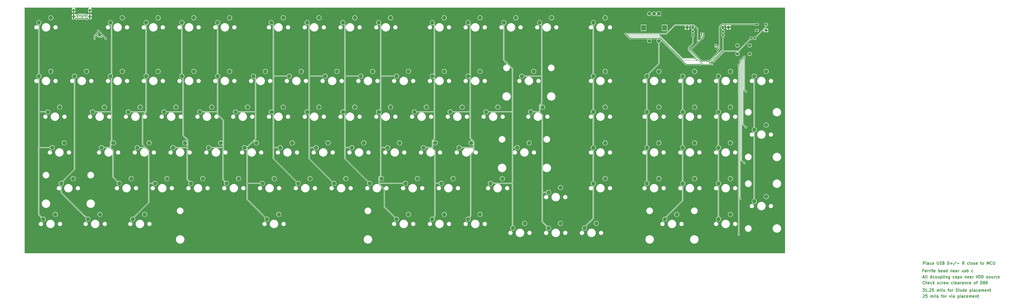
<source format=gtl>
G04 #@! TF.GenerationSoftware,KiCad,Pcbnew,6.0.6*
G04 #@! TF.CreationDate,2022-08-21T10:38:00-04:00*
G04 #@! TF.ProjectId,Workeeb,576f726b-6565-4622-9e6b-696361645f70,rev?*
G04 #@! TF.SameCoordinates,Original*
G04 #@! TF.FileFunction,Copper,L1,Top*
G04 #@! TF.FilePolarity,Positive*
%FSLAX46Y46*%
G04 Gerber Fmt 4.6, Leading zero omitted, Abs format (unit mm)*
G04 Created by KiCad (PCBNEW 6.0.6) date 2022-08-21 10:38:00*
%MOMM*%
%LPD*%
G01*
G04 APERTURE LIST*
G04 Aperture macros list*
%AMRoundRect*
0 Rectangle with rounded corners*
0 $1 Rounding radius*
0 $2 $3 $4 $5 $6 $7 $8 $9 X,Y pos of 4 corners*
0 Add a 4 corners polygon primitive as box body*
4,1,4,$2,$3,$4,$5,$6,$7,$8,$9,$2,$3,0*
0 Add four circle primitives for the rounded corners*
1,1,$1+$1,$2,$3*
1,1,$1+$1,$4,$5*
1,1,$1+$1,$6,$7*
1,1,$1+$1,$8,$9*
0 Add four rect primitives between the rounded corners*
20,1,$1+$1,$2,$3,$4,$5,0*
20,1,$1+$1,$4,$5,$6,$7,0*
20,1,$1+$1,$6,$7,$8,$9,0*
20,1,$1+$1,$8,$9,$2,$3,0*%
G04 Aperture macros list end*
%ADD10C,0.300000*%
G04 #@! TA.AperFunction,NonConductor*
%ADD11C,0.300000*%
G04 #@! TD*
G04 #@! TA.AperFunction,ComponentPad*
%ADD12C,2.250000*%
G04 #@! TD*
G04 #@! TA.AperFunction,ComponentPad*
%ADD13R,2.000000X2.000000*%
G04 #@! TD*
G04 #@! TA.AperFunction,ComponentPad*
%ADD14C,2.000000*%
G04 #@! TD*
G04 #@! TA.AperFunction,ComponentPad*
%ADD15R,2.500000X3.000000*%
G04 #@! TD*
G04 #@! TA.AperFunction,SMDPad,CuDef*
%ADD16R,1.500000X1.000000*%
G04 #@! TD*
G04 #@! TA.AperFunction,SMDPad,CuDef*
%ADD17RoundRect,0.250000X0.450000X-0.262500X0.450000X0.262500X-0.450000X0.262500X-0.450000X-0.262500X0*%
G04 #@! TD*
G04 #@! TA.AperFunction,SMDPad,CuDef*
%ADD18RoundRect,0.140000X0.170000X-0.140000X0.170000X0.140000X-0.170000X0.140000X-0.170000X-0.140000X0*%
G04 #@! TD*
G04 #@! TA.AperFunction,SMDPad,CuDef*
%ADD19RoundRect,0.250001X-0.462499X-0.624999X0.462499X-0.624999X0.462499X0.624999X-0.462499X0.624999X0*%
G04 #@! TD*
G04 #@! TA.AperFunction,SMDPad,CuDef*
%ADD20RoundRect,0.250001X0.462499X0.624999X-0.462499X0.624999X-0.462499X-0.624999X0.462499X-0.624999X0*%
G04 #@! TD*
G04 #@! TA.AperFunction,SMDPad,CuDef*
%ADD21RoundRect,0.140000X0.140000X0.170000X-0.140000X0.170000X-0.140000X-0.170000X0.140000X-0.170000X0*%
G04 #@! TD*
G04 #@! TA.AperFunction,SMDPad,CuDef*
%ADD22RoundRect,0.250000X-0.262500X-0.450000X0.262500X-0.450000X0.262500X0.450000X-0.262500X0.450000X0*%
G04 #@! TD*
G04 #@! TA.AperFunction,ComponentPad*
%ADD23C,0.700000*%
G04 #@! TD*
G04 #@! TA.AperFunction,ComponentPad*
%ADD24O,0.900000X2.400000*%
G04 #@! TD*
G04 #@! TA.AperFunction,ComponentPad*
%ADD25O,0.900000X1.700000*%
G04 #@! TD*
G04 #@! TA.AperFunction,ComponentPad*
%ADD26C,1.800000*%
G04 #@! TD*
G04 #@! TA.AperFunction,ViaPad*
%ADD27C,0.800000*%
G04 #@! TD*
G04 #@! TA.AperFunction,Conductor*
%ADD28C,0.254000*%
G04 #@! TD*
G04 #@! TA.AperFunction,Conductor*
%ADD29C,0.381000*%
G04 #@! TD*
G04 #@! TA.AperFunction,Conductor*
%ADD30C,0.200000*%
G04 #@! TD*
G04 APERTURE END LIST*
D10*
D11*
X503620535Y-170023564D02*
X503549107Y-170094992D01*
X503334821Y-170166421D01*
X503191964Y-170166421D01*
X502977678Y-170094992D01*
X502834821Y-169952135D01*
X502763392Y-169809278D01*
X502691964Y-169523564D01*
X502691964Y-169309278D01*
X502763392Y-169023564D01*
X502834821Y-168880707D01*
X502977678Y-168737850D01*
X503191964Y-168666421D01*
X503334821Y-168666421D01*
X503549107Y-168737850D01*
X503620535Y-168809278D01*
X504263392Y-170166421D02*
X504263392Y-168666421D01*
X504906250Y-170166421D02*
X504906250Y-169380707D01*
X504834821Y-169237850D01*
X504691964Y-169166421D01*
X504477678Y-169166421D01*
X504334821Y-169237850D01*
X504263392Y-169309278D01*
X506191964Y-170094992D02*
X506049107Y-170166421D01*
X505763392Y-170166421D01*
X505620535Y-170094992D01*
X505549107Y-169952135D01*
X505549107Y-169380707D01*
X505620535Y-169237850D01*
X505763392Y-169166421D01*
X506049107Y-169166421D01*
X506191964Y-169237850D01*
X506263392Y-169380707D01*
X506263392Y-169523564D01*
X505549107Y-169666421D01*
X507549107Y-170094992D02*
X507406250Y-170166421D01*
X507120535Y-170166421D01*
X506977678Y-170094992D01*
X506906250Y-170023564D01*
X506834821Y-169880707D01*
X506834821Y-169452135D01*
X506906250Y-169309278D01*
X506977678Y-169237850D01*
X507120535Y-169166421D01*
X507406250Y-169166421D01*
X507549107Y-169237850D01*
X508191964Y-170166421D02*
X508191964Y-168666421D01*
X508334821Y-169594992D02*
X508763392Y-170166421D01*
X508763392Y-169166421D02*
X508191964Y-169737850D01*
X510477678Y-170094992D02*
X510620535Y-170166421D01*
X510906250Y-170166421D01*
X511049107Y-170094992D01*
X511120535Y-169952135D01*
X511120535Y-169880707D01*
X511049107Y-169737850D01*
X510906250Y-169666421D01*
X510691964Y-169666421D01*
X510549107Y-169594992D01*
X510477678Y-169452135D01*
X510477678Y-169380707D01*
X510549107Y-169237850D01*
X510691964Y-169166421D01*
X510906250Y-169166421D01*
X511049107Y-169237850D01*
X512406250Y-170094992D02*
X512263392Y-170166421D01*
X511977678Y-170166421D01*
X511834821Y-170094992D01*
X511763392Y-170023564D01*
X511691964Y-169880707D01*
X511691964Y-169452135D01*
X511763392Y-169309278D01*
X511834821Y-169237850D01*
X511977678Y-169166421D01*
X512263392Y-169166421D01*
X512406250Y-169237850D01*
X513049107Y-170166421D02*
X513049107Y-169166421D01*
X513049107Y-169452135D02*
X513120535Y-169309278D01*
X513191964Y-169237850D01*
X513334821Y-169166421D01*
X513477678Y-169166421D01*
X514549107Y-170094992D02*
X514406250Y-170166421D01*
X514120535Y-170166421D01*
X513977678Y-170094992D01*
X513906250Y-169952135D01*
X513906250Y-169380707D01*
X513977678Y-169237850D01*
X514120535Y-169166421D01*
X514406250Y-169166421D01*
X514549107Y-169237850D01*
X514620535Y-169380707D01*
X514620535Y-169523564D01*
X513906250Y-169666421D01*
X515120535Y-169166421D02*
X515406250Y-170166421D01*
X515691964Y-169452135D01*
X515977678Y-170166421D01*
X516263392Y-169166421D01*
X518620535Y-170094992D02*
X518477678Y-170166421D01*
X518191964Y-170166421D01*
X518049107Y-170094992D01*
X517977678Y-170023564D01*
X517906250Y-169880707D01*
X517906250Y-169452135D01*
X517977678Y-169309278D01*
X518049107Y-169237850D01*
X518191964Y-169166421D01*
X518477678Y-169166421D01*
X518620535Y-169237850D01*
X519477678Y-170166421D02*
X519334821Y-170094992D01*
X519263392Y-169952135D01*
X519263392Y-168666421D01*
X520620535Y-170094992D02*
X520477678Y-170166421D01*
X520191964Y-170166421D01*
X520049107Y-170094992D01*
X519977678Y-169952135D01*
X519977678Y-169380707D01*
X520049107Y-169237850D01*
X520191964Y-169166421D01*
X520477678Y-169166421D01*
X520620535Y-169237850D01*
X520691964Y-169380707D01*
X520691964Y-169523564D01*
X519977678Y-169666421D01*
X521977678Y-170166421D02*
X521977678Y-169380707D01*
X521906250Y-169237850D01*
X521763392Y-169166421D01*
X521477678Y-169166421D01*
X521334821Y-169237850D01*
X521977678Y-170094992D02*
X521834821Y-170166421D01*
X521477678Y-170166421D01*
X521334821Y-170094992D01*
X521263392Y-169952135D01*
X521263392Y-169809278D01*
X521334821Y-169666421D01*
X521477678Y-169594992D01*
X521834821Y-169594992D01*
X521977678Y-169523564D01*
X522691964Y-170166421D02*
X522691964Y-169166421D01*
X522691964Y-169452135D02*
X522763392Y-169309278D01*
X522834821Y-169237850D01*
X522977678Y-169166421D01*
X523120535Y-169166421D01*
X524263392Y-170166421D02*
X524263392Y-169380707D01*
X524191964Y-169237850D01*
X524049107Y-169166421D01*
X523763392Y-169166421D01*
X523620535Y-169237850D01*
X524263392Y-170094992D02*
X524120535Y-170166421D01*
X523763392Y-170166421D01*
X523620535Y-170094992D01*
X523549107Y-169952135D01*
X523549107Y-169809278D01*
X523620535Y-169666421D01*
X523763392Y-169594992D01*
X524120535Y-169594992D01*
X524263392Y-169523564D01*
X524977678Y-169166421D02*
X524977678Y-170166421D01*
X524977678Y-169309278D02*
X525049107Y-169237850D01*
X525191964Y-169166421D01*
X525406250Y-169166421D01*
X525549107Y-169237850D01*
X525620535Y-169380707D01*
X525620535Y-170166421D01*
X526977678Y-170094992D02*
X526834821Y-170166421D01*
X526549107Y-170166421D01*
X526406250Y-170094992D01*
X526334821Y-170023564D01*
X526263392Y-169880707D01*
X526263392Y-169452135D01*
X526334821Y-169309278D01*
X526406250Y-169237850D01*
X526549107Y-169166421D01*
X526834821Y-169166421D01*
X526977678Y-169237850D01*
X528191964Y-170094992D02*
X528049107Y-170166421D01*
X527763392Y-170166421D01*
X527620535Y-170094992D01*
X527549107Y-169952135D01*
X527549107Y-169380707D01*
X527620535Y-169237850D01*
X527763392Y-169166421D01*
X528049107Y-169166421D01*
X528191964Y-169237850D01*
X528263392Y-169380707D01*
X528263392Y-169523564D01*
X527549107Y-169666421D01*
X530263392Y-170166421D02*
X530120535Y-170094992D01*
X530049107Y-170023564D01*
X529977678Y-169880707D01*
X529977678Y-169452135D01*
X530049107Y-169309278D01*
X530120535Y-169237850D01*
X530263392Y-169166421D01*
X530477678Y-169166421D01*
X530620535Y-169237850D01*
X530691964Y-169309278D01*
X530763392Y-169452135D01*
X530763392Y-169880707D01*
X530691964Y-170023564D01*
X530620535Y-170094992D01*
X530477678Y-170166421D01*
X530263392Y-170166421D01*
X531191964Y-169166421D02*
X531763392Y-169166421D01*
X531406250Y-170166421D02*
X531406250Y-168880707D01*
X531477678Y-168737850D01*
X531620535Y-168666421D01*
X531763392Y-168666421D01*
X533406250Y-170166421D02*
X533406250Y-168666421D01*
X533763392Y-168666421D01*
X533977678Y-168737850D01*
X534120535Y-168880707D01*
X534191964Y-169023564D01*
X534263392Y-169309278D01*
X534263392Y-169523564D01*
X534191964Y-169809278D01*
X534120535Y-169952135D01*
X533977678Y-170094992D01*
X533763392Y-170166421D01*
X533406250Y-170166421D01*
X535120535Y-169309278D02*
X534977678Y-169237850D01*
X534906250Y-169166421D01*
X534834821Y-169023564D01*
X534834821Y-168952135D01*
X534906250Y-168809278D01*
X534977678Y-168737850D01*
X535120535Y-168666421D01*
X535406250Y-168666421D01*
X535549107Y-168737850D01*
X535620535Y-168809278D01*
X535691964Y-168952135D01*
X535691964Y-169023564D01*
X535620535Y-169166421D01*
X535549107Y-169237850D01*
X535406250Y-169309278D01*
X535120535Y-169309278D01*
X534977678Y-169380707D01*
X534906250Y-169452135D01*
X534834821Y-169594992D01*
X534834821Y-169880707D01*
X534906250Y-170023564D01*
X534977678Y-170094992D01*
X535120535Y-170166421D01*
X535406250Y-170166421D01*
X535549107Y-170094992D01*
X535620535Y-170023564D01*
X535691964Y-169880707D01*
X535691964Y-169594992D01*
X535620535Y-169452135D01*
X535549107Y-169380707D01*
X535406250Y-169309278D01*
X536977678Y-168666421D02*
X536691964Y-168666421D01*
X536549107Y-168737850D01*
X536477678Y-168809278D01*
X536334821Y-169023564D01*
X536263392Y-169309278D01*
X536263392Y-169880707D01*
X536334821Y-170023564D01*
X536406250Y-170094992D01*
X536549107Y-170166421D01*
X536834821Y-170166421D01*
X536977678Y-170094992D01*
X537049107Y-170023564D01*
X537120535Y-169880707D01*
X537120535Y-169523564D01*
X537049107Y-169380707D01*
X536977678Y-169309278D01*
X536834821Y-169237850D01*
X536549107Y-169237850D01*
X536406250Y-169309278D01*
X536334821Y-169380707D01*
X536263392Y-169523564D01*
D10*
D11*
X502592857Y-172635171D02*
X503521428Y-172635171D01*
X503021428Y-173206600D01*
X503235714Y-173206600D01*
X503378571Y-173278028D01*
X503450000Y-173349457D01*
X503521428Y-173492314D01*
X503521428Y-173849457D01*
X503450000Y-173992314D01*
X503378571Y-174063742D01*
X503235714Y-174135171D01*
X502807142Y-174135171D01*
X502664285Y-174063742D01*
X502592857Y-173992314D01*
X504950000Y-174135171D02*
X504092857Y-174135171D01*
X504521428Y-174135171D02*
X504521428Y-172635171D01*
X504378571Y-172849457D01*
X504235714Y-172992314D01*
X504092857Y-173063742D01*
X505592857Y-173992314D02*
X505664285Y-174063742D01*
X505592857Y-174135171D01*
X505521428Y-174063742D01*
X505592857Y-173992314D01*
X505592857Y-174135171D01*
X506235714Y-172778028D02*
X506307142Y-172706600D01*
X506450000Y-172635171D01*
X506807142Y-172635171D01*
X506950000Y-172706600D01*
X507021428Y-172778028D01*
X507092857Y-172920885D01*
X507092857Y-173063742D01*
X507021428Y-173278028D01*
X506164285Y-174135171D01*
X507092857Y-174135171D01*
X508450000Y-172635171D02*
X507735714Y-172635171D01*
X507664285Y-173349457D01*
X507735714Y-173278028D01*
X507878571Y-173206600D01*
X508235714Y-173206600D01*
X508378571Y-173278028D01*
X508450000Y-173349457D01*
X508521428Y-173492314D01*
X508521428Y-173849457D01*
X508450000Y-173992314D01*
X508378571Y-174063742D01*
X508235714Y-174135171D01*
X507878571Y-174135171D01*
X507735714Y-174063742D01*
X507664285Y-173992314D01*
X510307142Y-174135171D02*
X510307142Y-173135171D01*
X510307142Y-173278028D02*
X510378571Y-173206600D01*
X510521428Y-173135171D01*
X510735714Y-173135171D01*
X510878571Y-173206600D01*
X510950000Y-173349457D01*
X510950000Y-174135171D01*
X510950000Y-173349457D02*
X511021428Y-173206600D01*
X511164285Y-173135171D01*
X511378571Y-173135171D01*
X511521428Y-173206600D01*
X511592857Y-173349457D01*
X511592857Y-174135171D01*
X512307142Y-174135171D02*
X512307142Y-173135171D01*
X512307142Y-172635171D02*
X512235714Y-172706600D01*
X512307142Y-172778028D01*
X512378571Y-172706600D01*
X512307142Y-172635171D01*
X512307142Y-172778028D01*
X513235714Y-174135171D02*
X513092857Y-174063742D01*
X513021428Y-173920885D01*
X513021428Y-172635171D01*
X513735714Y-174063742D02*
X513878571Y-174135171D01*
X514164285Y-174135171D01*
X514307142Y-174063742D01*
X514378571Y-173920885D01*
X514378571Y-173849457D01*
X514307142Y-173706600D01*
X514164285Y-173635171D01*
X513950000Y-173635171D01*
X513807142Y-173563742D01*
X513735714Y-173420885D01*
X513735714Y-173349457D01*
X513807142Y-173206600D01*
X513950000Y-173135171D01*
X514164285Y-173135171D01*
X514307142Y-173206600D01*
X515950000Y-173135171D02*
X516521428Y-173135171D01*
X516164285Y-174135171D02*
X516164285Y-172849457D01*
X516235714Y-172706600D01*
X516378571Y-172635171D01*
X516521428Y-172635171D01*
X517235714Y-174135171D02*
X517092857Y-174063742D01*
X517021428Y-173992314D01*
X516950000Y-173849457D01*
X516950000Y-173420885D01*
X517021428Y-173278028D01*
X517092857Y-173206600D01*
X517235714Y-173135171D01*
X517450000Y-173135171D01*
X517592857Y-173206600D01*
X517664285Y-173278028D01*
X517735714Y-173420885D01*
X517735714Y-173849457D01*
X517664285Y-173992314D01*
X517592857Y-174063742D01*
X517450000Y-174135171D01*
X517235714Y-174135171D01*
X518378571Y-174135171D02*
X518378571Y-173135171D01*
X518378571Y-173420885D02*
X518450000Y-173278028D01*
X518521428Y-173206600D01*
X518664285Y-173135171D01*
X518807142Y-173135171D01*
X520450000Y-174135171D02*
X520450000Y-172635171D01*
X520807142Y-172635171D01*
X521021428Y-172706600D01*
X521164285Y-172849457D01*
X521235714Y-172992314D01*
X521307142Y-173278028D01*
X521307142Y-173492314D01*
X521235714Y-173778028D01*
X521164285Y-173920885D01*
X521021428Y-174063742D01*
X520807142Y-174135171D01*
X520450000Y-174135171D01*
X521950000Y-174135171D02*
X521950000Y-173135171D01*
X521950000Y-172635171D02*
X521878571Y-172706600D01*
X521950000Y-172778028D01*
X522021428Y-172706600D01*
X521950000Y-172635171D01*
X521950000Y-172778028D01*
X522878571Y-174135171D02*
X522735714Y-174063742D01*
X522664285Y-173992314D01*
X522592857Y-173849457D01*
X522592857Y-173420885D01*
X522664285Y-173278028D01*
X522735714Y-173206600D01*
X522878571Y-173135171D01*
X523092857Y-173135171D01*
X523235714Y-173206600D01*
X523307142Y-173278028D01*
X523378571Y-173420885D01*
X523378571Y-173849457D01*
X523307142Y-173992314D01*
X523235714Y-174063742D01*
X523092857Y-174135171D01*
X522878571Y-174135171D01*
X524664285Y-174135171D02*
X524664285Y-172635171D01*
X524664285Y-174063742D02*
X524521428Y-174135171D01*
X524235714Y-174135171D01*
X524092857Y-174063742D01*
X524021428Y-173992314D01*
X523950000Y-173849457D01*
X523950000Y-173420885D01*
X524021428Y-173278028D01*
X524092857Y-173206600D01*
X524235714Y-173135171D01*
X524521428Y-173135171D01*
X524664285Y-173206600D01*
X525950000Y-174063742D02*
X525807142Y-174135171D01*
X525521428Y-174135171D01*
X525378571Y-174063742D01*
X525307142Y-173920885D01*
X525307142Y-173349457D01*
X525378571Y-173206600D01*
X525521428Y-173135171D01*
X525807142Y-173135171D01*
X525950000Y-173206600D01*
X526021428Y-173349457D01*
X526021428Y-173492314D01*
X525307142Y-173635171D01*
X527807142Y-173135171D02*
X527807142Y-174635171D01*
X527807142Y-173206600D02*
X527950000Y-173135171D01*
X528235714Y-173135171D01*
X528378571Y-173206600D01*
X528450000Y-173278028D01*
X528521428Y-173420885D01*
X528521428Y-173849457D01*
X528450000Y-173992314D01*
X528378571Y-174063742D01*
X528235714Y-174135171D01*
X527950000Y-174135171D01*
X527807142Y-174063742D01*
X529378571Y-174135171D02*
X529235714Y-174063742D01*
X529164285Y-173920885D01*
X529164285Y-172635171D01*
X530592857Y-174135171D02*
X530592857Y-173349457D01*
X530521428Y-173206600D01*
X530378571Y-173135171D01*
X530092857Y-173135171D01*
X529950000Y-173206600D01*
X530592857Y-174063742D02*
X530450000Y-174135171D01*
X530092857Y-174135171D01*
X529950000Y-174063742D01*
X529878571Y-173920885D01*
X529878571Y-173778028D01*
X529950000Y-173635171D01*
X530092857Y-173563742D01*
X530450000Y-173563742D01*
X530592857Y-173492314D01*
X531950000Y-174063742D02*
X531807142Y-174135171D01*
X531521428Y-174135171D01*
X531378571Y-174063742D01*
X531307142Y-173992314D01*
X531235714Y-173849457D01*
X531235714Y-173420885D01*
X531307142Y-173278028D01*
X531378571Y-173206600D01*
X531521428Y-173135171D01*
X531807142Y-173135171D01*
X531950000Y-173206600D01*
X533164285Y-174063742D02*
X533021428Y-174135171D01*
X532735714Y-174135171D01*
X532592857Y-174063742D01*
X532521428Y-173920885D01*
X532521428Y-173349457D01*
X532592857Y-173206600D01*
X532735714Y-173135171D01*
X533021428Y-173135171D01*
X533164285Y-173206600D01*
X533235714Y-173349457D01*
X533235714Y-173492314D01*
X532521428Y-173635171D01*
X533878571Y-174135171D02*
X533878571Y-173135171D01*
X533878571Y-173278028D02*
X533950000Y-173206600D01*
X534092857Y-173135171D01*
X534307142Y-173135171D01*
X534450000Y-173206600D01*
X534521428Y-173349457D01*
X534521428Y-174135171D01*
X534521428Y-173349457D02*
X534592857Y-173206600D01*
X534735714Y-173135171D01*
X534950000Y-173135171D01*
X535092857Y-173206600D01*
X535164285Y-173349457D01*
X535164285Y-174135171D01*
X536450000Y-174063742D02*
X536307142Y-174135171D01*
X536021428Y-174135171D01*
X535878571Y-174063742D01*
X535807142Y-173920885D01*
X535807142Y-173349457D01*
X535878571Y-173206600D01*
X536021428Y-173135171D01*
X536307142Y-173135171D01*
X536450000Y-173206600D01*
X536521428Y-173349457D01*
X536521428Y-173492314D01*
X535807142Y-173635171D01*
X537164285Y-173135171D02*
X537164285Y-174135171D01*
X537164285Y-173278028D02*
X537235714Y-173206600D01*
X537378571Y-173135171D01*
X537592857Y-173135171D01*
X537735714Y-173206600D01*
X537807142Y-173349457D01*
X537807142Y-174135171D01*
X538307142Y-173135171D02*
X538878571Y-173135171D01*
X538521428Y-172635171D02*
X538521428Y-173920885D01*
X538592857Y-174063742D01*
X538735714Y-174135171D01*
X538878571Y-174135171D01*
D10*
D11*
X502775000Y-175953028D02*
X502846428Y-175881600D01*
X502989285Y-175810171D01*
X503346428Y-175810171D01*
X503489285Y-175881600D01*
X503560714Y-175953028D01*
X503632142Y-176095885D01*
X503632142Y-176238742D01*
X503560714Y-176453028D01*
X502703571Y-177310171D01*
X503632142Y-177310171D01*
X504989285Y-175810171D02*
X504275000Y-175810171D01*
X504203571Y-176524457D01*
X504275000Y-176453028D01*
X504417857Y-176381600D01*
X504775000Y-176381600D01*
X504917857Y-176453028D01*
X504989285Y-176524457D01*
X505060714Y-176667314D01*
X505060714Y-177024457D01*
X504989285Y-177167314D01*
X504917857Y-177238742D01*
X504775000Y-177310171D01*
X504417857Y-177310171D01*
X504275000Y-177238742D01*
X504203571Y-177167314D01*
X506846428Y-177310171D02*
X506846428Y-176310171D01*
X506846428Y-176453028D02*
X506917857Y-176381600D01*
X507060714Y-176310171D01*
X507275000Y-176310171D01*
X507417857Y-176381600D01*
X507489285Y-176524457D01*
X507489285Y-177310171D01*
X507489285Y-176524457D02*
X507560714Y-176381600D01*
X507703571Y-176310171D01*
X507917857Y-176310171D01*
X508060714Y-176381600D01*
X508132142Y-176524457D01*
X508132142Y-177310171D01*
X508846428Y-177310171D02*
X508846428Y-176310171D01*
X508846428Y-175810171D02*
X508775000Y-175881600D01*
X508846428Y-175953028D01*
X508917857Y-175881600D01*
X508846428Y-175810171D01*
X508846428Y-175953028D01*
X509775000Y-177310171D02*
X509632142Y-177238742D01*
X509560714Y-177095885D01*
X509560714Y-175810171D01*
X510275000Y-177238742D02*
X510417857Y-177310171D01*
X510703571Y-177310171D01*
X510846428Y-177238742D01*
X510917857Y-177095885D01*
X510917857Y-177024457D01*
X510846428Y-176881600D01*
X510703571Y-176810171D01*
X510489285Y-176810171D01*
X510346428Y-176738742D01*
X510275000Y-176595885D01*
X510275000Y-176524457D01*
X510346428Y-176381600D01*
X510489285Y-176310171D01*
X510703571Y-176310171D01*
X510846428Y-176381600D01*
X512489285Y-176310171D02*
X513060714Y-176310171D01*
X512703571Y-177310171D02*
X512703571Y-176024457D01*
X512775000Y-175881600D01*
X512917857Y-175810171D01*
X513060714Y-175810171D01*
X513775000Y-177310171D02*
X513632142Y-177238742D01*
X513560714Y-177167314D01*
X513489285Y-177024457D01*
X513489285Y-176595885D01*
X513560714Y-176453028D01*
X513632142Y-176381600D01*
X513775000Y-176310171D01*
X513989285Y-176310171D01*
X514132142Y-176381600D01*
X514203571Y-176453028D01*
X514275000Y-176595885D01*
X514275000Y-177024457D01*
X514203571Y-177167314D01*
X514132142Y-177238742D01*
X513989285Y-177310171D01*
X513775000Y-177310171D01*
X514917857Y-177310171D02*
X514917857Y-176310171D01*
X514917857Y-176595885D02*
X514989285Y-176453028D01*
X515060714Y-176381600D01*
X515203571Y-176310171D01*
X515346428Y-176310171D01*
X516846428Y-176310171D02*
X517203571Y-177310171D01*
X517560714Y-176310171D01*
X518132142Y-177310171D02*
X518132142Y-176310171D01*
X518132142Y-175810171D02*
X518060714Y-175881600D01*
X518132142Y-175953028D01*
X518203571Y-175881600D01*
X518132142Y-175810171D01*
X518132142Y-175953028D01*
X519489285Y-177310171D02*
X519489285Y-176524457D01*
X519417857Y-176381600D01*
X519275000Y-176310171D01*
X518989285Y-176310171D01*
X518846428Y-176381600D01*
X519489285Y-177238742D02*
X519346428Y-177310171D01*
X518989285Y-177310171D01*
X518846428Y-177238742D01*
X518775000Y-177095885D01*
X518775000Y-176953028D01*
X518846428Y-176810171D01*
X518989285Y-176738742D01*
X519346428Y-176738742D01*
X519489285Y-176667314D01*
X521346428Y-176310171D02*
X521346428Y-177810171D01*
X521346428Y-176381600D02*
X521489285Y-176310171D01*
X521775000Y-176310171D01*
X521917857Y-176381600D01*
X521989285Y-176453028D01*
X522060714Y-176595885D01*
X522060714Y-177024457D01*
X521989285Y-177167314D01*
X521917857Y-177238742D01*
X521775000Y-177310171D01*
X521489285Y-177310171D01*
X521346428Y-177238742D01*
X522917857Y-177310171D02*
X522775000Y-177238742D01*
X522703571Y-177095885D01*
X522703571Y-175810171D01*
X524132142Y-177310171D02*
X524132142Y-176524457D01*
X524060714Y-176381600D01*
X523917857Y-176310171D01*
X523632142Y-176310171D01*
X523489285Y-176381600D01*
X524132142Y-177238742D02*
X523989285Y-177310171D01*
X523632142Y-177310171D01*
X523489285Y-177238742D01*
X523417857Y-177095885D01*
X523417857Y-176953028D01*
X523489285Y-176810171D01*
X523632142Y-176738742D01*
X523989285Y-176738742D01*
X524132142Y-176667314D01*
X525489285Y-177238742D02*
X525346428Y-177310171D01*
X525060714Y-177310171D01*
X524917857Y-177238742D01*
X524846428Y-177167314D01*
X524775000Y-177024457D01*
X524775000Y-176595885D01*
X524846428Y-176453028D01*
X524917857Y-176381600D01*
X525060714Y-176310171D01*
X525346428Y-176310171D01*
X525489285Y-176381600D01*
X526703571Y-177238742D02*
X526560714Y-177310171D01*
X526275000Y-177310171D01*
X526132142Y-177238742D01*
X526060714Y-177095885D01*
X526060714Y-176524457D01*
X526132142Y-176381600D01*
X526275000Y-176310171D01*
X526560714Y-176310171D01*
X526703571Y-176381600D01*
X526775000Y-176524457D01*
X526775000Y-176667314D01*
X526060714Y-176810171D01*
X527417857Y-177310171D02*
X527417857Y-176310171D01*
X527417857Y-176453028D02*
X527489285Y-176381600D01*
X527632142Y-176310171D01*
X527846428Y-176310171D01*
X527989285Y-176381600D01*
X528060714Y-176524457D01*
X528060714Y-177310171D01*
X528060714Y-176524457D02*
X528132142Y-176381600D01*
X528275000Y-176310171D01*
X528489285Y-176310171D01*
X528632142Y-176381600D01*
X528703571Y-176524457D01*
X528703571Y-177310171D01*
X529989285Y-177238742D02*
X529846428Y-177310171D01*
X529560714Y-177310171D01*
X529417857Y-177238742D01*
X529346428Y-177095885D01*
X529346428Y-176524457D01*
X529417857Y-176381600D01*
X529560714Y-176310171D01*
X529846428Y-176310171D01*
X529989285Y-176381600D01*
X530060714Y-176524457D01*
X530060714Y-176667314D01*
X529346428Y-176810171D01*
X530703571Y-176310171D02*
X530703571Y-177310171D01*
X530703571Y-176453028D02*
X530775000Y-176381600D01*
X530917857Y-176310171D01*
X531132142Y-176310171D01*
X531275000Y-176381600D01*
X531346428Y-176524457D01*
X531346428Y-177310171D01*
X531846428Y-176310171D02*
X532417857Y-176310171D01*
X532060714Y-175810171D02*
X532060714Y-177095885D01*
X532132142Y-177238742D01*
X532275000Y-177310171D01*
X532417857Y-177310171D01*
D10*
D11*
X502908035Y-159759821D02*
X502908035Y-158259821D01*
X503479464Y-158259821D01*
X503622321Y-158331250D01*
X503693750Y-158402678D01*
X503765178Y-158545535D01*
X503765178Y-158759821D01*
X503693750Y-158902678D01*
X503622321Y-158974107D01*
X503479464Y-159045535D01*
X502908035Y-159045535D01*
X504622321Y-159759821D02*
X504479464Y-159688392D01*
X504408035Y-159545535D01*
X504408035Y-158259821D01*
X505836607Y-159759821D02*
X505836607Y-158974107D01*
X505765178Y-158831250D01*
X505622321Y-158759821D01*
X505336607Y-158759821D01*
X505193750Y-158831250D01*
X505836607Y-159688392D02*
X505693750Y-159759821D01*
X505336607Y-159759821D01*
X505193750Y-159688392D01*
X505122321Y-159545535D01*
X505122321Y-159402678D01*
X505193750Y-159259821D01*
X505336607Y-159188392D01*
X505693750Y-159188392D01*
X505836607Y-159116964D01*
X507193750Y-159688392D02*
X507050892Y-159759821D01*
X506765178Y-159759821D01*
X506622321Y-159688392D01*
X506550892Y-159616964D01*
X506479464Y-159474107D01*
X506479464Y-159045535D01*
X506550892Y-158902678D01*
X506622321Y-158831250D01*
X506765178Y-158759821D01*
X507050892Y-158759821D01*
X507193750Y-158831250D01*
X508408035Y-159688392D02*
X508265178Y-159759821D01*
X507979464Y-159759821D01*
X507836607Y-159688392D01*
X507765178Y-159545535D01*
X507765178Y-158974107D01*
X507836607Y-158831250D01*
X507979464Y-158759821D01*
X508265178Y-158759821D01*
X508408035Y-158831250D01*
X508479464Y-158974107D01*
X508479464Y-159116964D01*
X507765178Y-159259821D01*
X510265178Y-158259821D02*
X510265178Y-159474107D01*
X510336607Y-159616964D01*
X510408035Y-159688392D01*
X510550892Y-159759821D01*
X510836607Y-159759821D01*
X510979464Y-159688392D01*
X511050892Y-159616964D01*
X511122321Y-159474107D01*
X511122321Y-158259821D01*
X511765178Y-159688392D02*
X511979464Y-159759821D01*
X512336607Y-159759821D01*
X512479464Y-159688392D01*
X512550892Y-159616964D01*
X512622321Y-159474107D01*
X512622321Y-159331250D01*
X512550892Y-159188392D01*
X512479464Y-159116964D01*
X512336607Y-159045535D01*
X512050892Y-158974107D01*
X511908035Y-158902678D01*
X511836607Y-158831250D01*
X511765178Y-158688392D01*
X511765178Y-158545535D01*
X511836607Y-158402678D01*
X511908035Y-158331250D01*
X512050892Y-158259821D01*
X512408035Y-158259821D01*
X512622321Y-158331250D01*
X513765178Y-158974107D02*
X513979464Y-159045535D01*
X514050892Y-159116964D01*
X514122321Y-159259821D01*
X514122321Y-159474107D01*
X514050892Y-159616964D01*
X513979464Y-159688392D01*
X513836607Y-159759821D01*
X513265178Y-159759821D01*
X513265178Y-158259821D01*
X513765178Y-158259821D01*
X513908035Y-158331250D01*
X513979464Y-158402678D01*
X514050892Y-158545535D01*
X514050892Y-158688392D01*
X513979464Y-158831250D01*
X513908035Y-158902678D01*
X513765178Y-158974107D01*
X513265178Y-158974107D01*
X515908035Y-159759821D02*
X515908035Y-158259821D01*
X516265178Y-158259821D01*
X516479464Y-158331250D01*
X516622321Y-158474107D01*
X516693750Y-158616964D01*
X516765178Y-158902678D01*
X516765178Y-159116964D01*
X516693750Y-159402678D01*
X516622321Y-159545535D01*
X516479464Y-159688392D01*
X516265178Y-159759821D01*
X515908035Y-159759821D01*
X517408035Y-159188392D02*
X518550892Y-159188392D01*
X517979464Y-159759821D02*
X517979464Y-158616964D01*
X520336607Y-158188392D02*
X519050892Y-160116964D01*
X520836607Y-159188392D02*
X521979464Y-159188392D01*
X524693750Y-159759821D02*
X524193750Y-159045535D01*
X523836607Y-159759821D02*
X523836607Y-158259821D01*
X524408035Y-158259821D01*
X524550892Y-158331250D01*
X524622321Y-158402678D01*
X524693750Y-158545535D01*
X524693750Y-158759821D01*
X524622321Y-158902678D01*
X524550892Y-158974107D01*
X524408035Y-159045535D01*
X523836607Y-159045535D01*
X527122321Y-159688392D02*
X526979464Y-159759821D01*
X526693750Y-159759821D01*
X526550892Y-159688392D01*
X526479464Y-159616964D01*
X526408035Y-159474107D01*
X526408035Y-159045535D01*
X526479464Y-158902678D01*
X526550892Y-158831250D01*
X526693750Y-158759821D01*
X526979464Y-158759821D01*
X527122321Y-158831250D01*
X527979464Y-159759821D02*
X527836607Y-159688392D01*
X527765178Y-159545535D01*
X527765178Y-158259821D01*
X528765178Y-159759821D02*
X528622321Y-159688392D01*
X528550892Y-159616964D01*
X528479464Y-159474107D01*
X528479464Y-159045535D01*
X528550892Y-158902678D01*
X528622321Y-158831250D01*
X528765178Y-158759821D01*
X528979464Y-158759821D01*
X529122321Y-158831250D01*
X529193750Y-158902678D01*
X529265178Y-159045535D01*
X529265178Y-159474107D01*
X529193750Y-159616964D01*
X529122321Y-159688392D01*
X528979464Y-159759821D01*
X528765178Y-159759821D01*
X529836607Y-159688392D02*
X529979464Y-159759821D01*
X530265178Y-159759821D01*
X530408035Y-159688392D01*
X530479464Y-159545535D01*
X530479464Y-159474107D01*
X530408035Y-159331250D01*
X530265178Y-159259821D01*
X530050892Y-159259821D01*
X529908035Y-159188392D01*
X529836607Y-159045535D01*
X529836607Y-158974107D01*
X529908035Y-158831250D01*
X530050892Y-158759821D01*
X530265178Y-158759821D01*
X530408035Y-158831250D01*
X531693750Y-159688392D02*
X531550892Y-159759821D01*
X531265178Y-159759821D01*
X531122321Y-159688392D01*
X531050892Y-159545535D01*
X531050892Y-158974107D01*
X531122321Y-158831250D01*
X531265178Y-158759821D01*
X531550892Y-158759821D01*
X531693750Y-158831250D01*
X531765178Y-158974107D01*
X531765178Y-159116964D01*
X531050892Y-159259821D01*
X533336607Y-158759821D02*
X533908035Y-158759821D01*
X533550892Y-158259821D02*
X533550892Y-159545535D01*
X533622321Y-159688392D01*
X533765178Y-159759821D01*
X533908035Y-159759821D01*
X534622321Y-159759821D02*
X534479464Y-159688392D01*
X534408035Y-159616964D01*
X534336607Y-159474107D01*
X534336607Y-159045535D01*
X534408035Y-158902678D01*
X534479464Y-158831250D01*
X534622321Y-158759821D01*
X534836607Y-158759821D01*
X534979464Y-158831250D01*
X535050892Y-158902678D01*
X535122321Y-159045535D01*
X535122321Y-159474107D01*
X535050892Y-159616964D01*
X534979464Y-159688392D01*
X534836607Y-159759821D01*
X534622321Y-159759821D01*
X536908035Y-159759821D02*
X536908035Y-158259821D01*
X537408035Y-159331250D01*
X537908035Y-158259821D01*
X537908035Y-159759821D01*
X539479464Y-159616964D02*
X539408035Y-159688392D01*
X539193750Y-159759821D01*
X539050892Y-159759821D01*
X538836607Y-159688392D01*
X538693750Y-159545535D01*
X538622321Y-159402678D01*
X538550892Y-159116964D01*
X538550892Y-158902678D01*
X538622321Y-158616964D01*
X538693750Y-158474107D01*
X538836607Y-158331250D01*
X539050892Y-158259821D01*
X539193750Y-158259821D01*
X539408035Y-158331250D01*
X539479464Y-158402678D01*
X540122321Y-158259821D02*
X540122321Y-159474107D01*
X540193750Y-159616964D01*
X540265178Y-159688392D01*
X540408035Y-159759821D01*
X540693750Y-159759821D01*
X540836607Y-159688392D01*
X540908035Y-159616964D01*
X540979464Y-159474107D01*
X540979464Y-158259821D01*
D10*
D11*
X503122321Y-162974107D02*
X502622321Y-162974107D01*
X502622321Y-163759821D02*
X502622321Y-162259821D01*
X503336607Y-162259821D01*
X504479464Y-163688392D02*
X504336607Y-163759821D01*
X504050892Y-163759821D01*
X503908035Y-163688392D01*
X503836607Y-163545535D01*
X503836607Y-162974107D01*
X503908035Y-162831250D01*
X504050892Y-162759821D01*
X504336607Y-162759821D01*
X504479464Y-162831250D01*
X504550892Y-162974107D01*
X504550892Y-163116964D01*
X503836607Y-163259821D01*
X505193750Y-163759821D02*
X505193750Y-162759821D01*
X505193750Y-163045535D02*
X505265178Y-162902678D01*
X505336607Y-162831250D01*
X505479464Y-162759821D01*
X505622321Y-162759821D01*
X506122321Y-163759821D02*
X506122321Y-162759821D01*
X506122321Y-163045535D02*
X506193750Y-162902678D01*
X506265178Y-162831250D01*
X506408035Y-162759821D01*
X506550892Y-162759821D01*
X507050892Y-163759821D02*
X507050892Y-162759821D01*
X507050892Y-162259821D02*
X506979464Y-162331250D01*
X507050892Y-162402678D01*
X507122321Y-162331250D01*
X507050892Y-162259821D01*
X507050892Y-162402678D01*
X507550892Y-162759821D02*
X508122321Y-162759821D01*
X507765178Y-162259821D02*
X507765178Y-163545535D01*
X507836607Y-163688392D01*
X507979464Y-163759821D01*
X508122321Y-163759821D01*
X509193750Y-163688392D02*
X509050892Y-163759821D01*
X508765178Y-163759821D01*
X508622321Y-163688392D01*
X508550892Y-163545535D01*
X508550892Y-162974107D01*
X508622321Y-162831250D01*
X508765178Y-162759821D01*
X509050892Y-162759821D01*
X509193750Y-162831250D01*
X509265178Y-162974107D01*
X509265178Y-163116964D01*
X508550892Y-163259821D01*
X511050892Y-163759821D02*
X511050892Y-162259821D01*
X511050892Y-162831250D02*
X511193750Y-162759821D01*
X511479464Y-162759821D01*
X511622321Y-162831250D01*
X511693750Y-162902678D01*
X511765178Y-163045535D01*
X511765178Y-163474107D01*
X511693750Y-163616964D01*
X511622321Y-163688392D01*
X511479464Y-163759821D01*
X511193750Y-163759821D01*
X511050892Y-163688392D01*
X512979464Y-163688392D02*
X512836607Y-163759821D01*
X512550892Y-163759821D01*
X512408035Y-163688392D01*
X512336607Y-163545535D01*
X512336607Y-162974107D01*
X512408035Y-162831250D01*
X512550892Y-162759821D01*
X512836607Y-162759821D01*
X512979464Y-162831250D01*
X513050892Y-162974107D01*
X513050892Y-163116964D01*
X512336607Y-163259821D01*
X514336607Y-163759821D02*
X514336607Y-162974107D01*
X514265178Y-162831250D01*
X514122321Y-162759821D01*
X513836607Y-162759821D01*
X513693750Y-162831250D01*
X514336607Y-163688392D02*
X514193750Y-163759821D01*
X513836607Y-163759821D01*
X513693750Y-163688392D01*
X513622321Y-163545535D01*
X513622321Y-163402678D01*
X513693750Y-163259821D01*
X513836607Y-163188392D01*
X514193750Y-163188392D01*
X514336607Y-163116964D01*
X515693750Y-163759821D02*
X515693750Y-162259821D01*
X515693750Y-163688392D02*
X515550892Y-163759821D01*
X515265178Y-163759821D01*
X515122321Y-163688392D01*
X515050892Y-163616964D01*
X514979464Y-163474107D01*
X514979464Y-163045535D01*
X515050892Y-162902678D01*
X515122321Y-162831250D01*
X515265178Y-162759821D01*
X515550892Y-162759821D01*
X515693750Y-162831250D01*
X517550892Y-162759821D02*
X517550892Y-163759821D01*
X517550892Y-162902678D02*
X517622321Y-162831250D01*
X517765178Y-162759821D01*
X517979464Y-162759821D01*
X518122321Y-162831250D01*
X518193750Y-162974107D01*
X518193750Y-163759821D01*
X519479464Y-163688392D02*
X519336607Y-163759821D01*
X519050892Y-163759821D01*
X518908035Y-163688392D01*
X518836607Y-163545535D01*
X518836607Y-162974107D01*
X518908035Y-162831250D01*
X519050892Y-162759821D01*
X519336607Y-162759821D01*
X519479464Y-162831250D01*
X519550892Y-162974107D01*
X519550892Y-163116964D01*
X518836607Y-163259821D01*
X520836607Y-163759821D02*
X520836607Y-162974107D01*
X520765178Y-162831250D01*
X520622321Y-162759821D01*
X520336607Y-162759821D01*
X520193750Y-162831250D01*
X520836607Y-163688392D02*
X520693750Y-163759821D01*
X520336607Y-163759821D01*
X520193750Y-163688392D01*
X520122321Y-163545535D01*
X520122321Y-163402678D01*
X520193750Y-163259821D01*
X520336607Y-163188392D01*
X520693750Y-163188392D01*
X520836607Y-163116964D01*
X521550892Y-163759821D02*
X521550892Y-162759821D01*
X521550892Y-163045535D02*
X521622321Y-162902678D01*
X521693750Y-162831250D01*
X521836607Y-162759821D01*
X521979464Y-162759821D01*
X524265178Y-162759821D02*
X524265178Y-163759821D01*
X523622321Y-162759821D02*
X523622321Y-163545535D01*
X523693750Y-163688392D01*
X523836607Y-163759821D01*
X524050892Y-163759821D01*
X524193750Y-163688392D01*
X524265178Y-163616964D01*
X524908035Y-163688392D02*
X525050892Y-163759821D01*
X525336607Y-163759821D01*
X525479464Y-163688392D01*
X525550892Y-163545535D01*
X525550892Y-163474107D01*
X525479464Y-163331250D01*
X525336607Y-163259821D01*
X525122321Y-163259821D01*
X524979464Y-163188392D01*
X524908035Y-163045535D01*
X524908035Y-162974107D01*
X524979464Y-162831250D01*
X525122321Y-162759821D01*
X525336607Y-162759821D01*
X525479464Y-162831250D01*
X526193750Y-163759821D02*
X526193750Y-162259821D01*
X526193750Y-162831250D02*
X526336607Y-162759821D01*
X526622321Y-162759821D01*
X526765178Y-162831250D01*
X526836607Y-162902678D01*
X526908035Y-163045535D01*
X526908035Y-163474107D01*
X526836607Y-163616964D01*
X526765178Y-163688392D01*
X526622321Y-163759821D01*
X526336607Y-163759821D01*
X526193750Y-163688392D01*
X529336607Y-163688392D02*
X529193750Y-163759821D01*
X528908035Y-163759821D01*
X528765178Y-163688392D01*
X528693750Y-163616964D01*
X528622321Y-163474107D01*
X528622321Y-163045535D01*
X528693750Y-162902678D01*
X528765178Y-162831250D01*
X528908035Y-162759821D01*
X529193750Y-162759821D01*
X529336607Y-162831250D01*
D10*
D11*
X502688392Y-166562850D02*
X503402678Y-166562850D01*
X502545535Y-166991421D02*
X503045535Y-165491421D01*
X503545535Y-166991421D01*
X504259821Y-166991421D02*
X504116964Y-166919992D01*
X504045535Y-166777135D01*
X504045535Y-165491421D01*
X505045535Y-166991421D02*
X504902678Y-166919992D01*
X504831249Y-166777135D01*
X504831249Y-165491421D01*
X507402678Y-166991421D02*
X507402678Y-165491421D01*
X507402678Y-166919992D02*
X507259821Y-166991421D01*
X506974107Y-166991421D01*
X506831249Y-166919992D01*
X506759821Y-166848564D01*
X506688392Y-166705707D01*
X506688392Y-166277135D01*
X506759821Y-166134278D01*
X506831249Y-166062850D01*
X506974107Y-165991421D01*
X507259821Y-165991421D01*
X507402678Y-166062850D01*
X508759821Y-166919992D02*
X508616964Y-166991421D01*
X508331249Y-166991421D01*
X508188392Y-166919992D01*
X508116964Y-166848564D01*
X508045535Y-166705707D01*
X508045535Y-166277135D01*
X508116964Y-166134278D01*
X508188392Y-166062850D01*
X508331249Y-165991421D01*
X508616964Y-165991421D01*
X508759821Y-166062850D01*
X509616964Y-166991421D02*
X509474107Y-166919992D01*
X509402678Y-166848564D01*
X509331249Y-166705707D01*
X509331249Y-166277135D01*
X509402678Y-166134278D01*
X509474107Y-166062850D01*
X509616964Y-165991421D01*
X509831249Y-165991421D01*
X509974107Y-166062850D01*
X510045535Y-166134278D01*
X510116964Y-166277135D01*
X510116964Y-166705707D01*
X510045535Y-166848564D01*
X509974107Y-166919992D01*
X509831249Y-166991421D01*
X509616964Y-166991421D01*
X511402678Y-165991421D02*
X511402678Y-166991421D01*
X510759821Y-165991421D02*
X510759821Y-166777135D01*
X510831249Y-166919992D01*
X510974107Y-166991421D01*
X511188392Y-166991421D01*
X511331249Y-166919992D01*
X511402678Y-166848564D01*
X512116964Y-165991421D02*
X512116964Y-167491421D01*
X512116964Y-166062850D02*
X512259821Y-165991421D01*
X512545535Y-165991421D01*
X512688392Y-166062850D01*
X512759821Y-166134278D01*
X512831249Y-166277135D01*
X512831249Y-166705707D01*
X512759821Y-166848564D01*
X512688392Y-166919992D01*
X512545535Y-166991421D01*
X512259821Y-166991421D01*
X512116964Y-166919992D01*
X513688392Y-166991421D02*
X513545535Y-166919992D01*
X513474107Y-166777135D01*
X513474107Y-165491421D01*
X514259821Y-166991421D02*
X514259821Y-165991421D01*
X514259821Y-165491421D02*
X514188392Y-165562850D01*
X514259821Y-165634278D01*
X514331249Y-165562850D01*
X514259821Y-165491421D01*
X514259821Y-165634278D01*
X514974107Y-165991421D02*
X514974107Y-166991421D01*
X514974107Y-166134278D02*
X515045535Y-166062850D01*
X515188392Y-165991421D01*
X515402678Y-165991421D01*
X515545535Y-166062850D01*
X515616964Y-166205707D01*
X515616964Y-166991421D01*
X516974107Y-165991421D02*
X516974107Y-167205707D01*
X516902678Y-167348564D01*
X516831249Y-167419992D01*
X516688392Y-167491421D01*
X516474107Y-167491421D01*
X516331249Y-167419992D01*
X516974107Y-166919992D02*
X516831249Y-166991421D01*
X516545535Y-166991421D01*
X516402678Y-166919992D01*
X516331249Y-166848564D01*
X516259821Y-166705707D01*
X516259821Y-166277135D01*
X516331249Y-166134278D01*
X516402678Y-166062850D01*
X516545535Y-165991421D01*
X516831249Y-165991421D01*
X516974107Y-166062850D01*
X519474107Y-166919992D02*
X519331249Y-166991421D01*
X519045535Y-166991421D01*
X518902678Y-166919992D01*
X518831249Y-166848564D01*
X518759821Y-166705707D01*
X518759821Y-166277135D01*
X518831249Y-166134278D01*
X518902678Y-166062850D01*
X519045535Y-165991421D01*
X519331249Y-165991421D01*
X519474107Y-166062850D01*
X520759821Y-166991421D02*
X520759821Y-166205707D01*
X520688392Y-166062850D01*
X520545535Y-165991421D01*
X520259821Y-165991421D01*
X520116964Y-166062850D01*
X520759821Y-166919992D02*
X520616964Y-166991421D01*
X520259821Y-166991421D01*
X520116964Y-166919992D01*
X520045535Y-166777135D01*
X520045535Y-166634278D01*
X520116964Y-166491421D01*
X520259821Y-166419992D01*
X520616964Y-166419992D01*
X520759821Y-166348564D01*
X521474107Y-165991421D02*
X521474107Y-167491421D01*
X521474107Y-166062850D02*
X521616964Y-165991421D01*
X521902678Y-165991421D01*
X522045535Y-166062850D01*
X522116964Y-166134278D01*
X522188392Y-166277135D01*
X522188392Y-166705707D01*
X522116964Y-166848564D01*
X522045535Y-166919992D01*
X521902678Y-166991421D01*
X521616964Y-166991421D01*
X521474107Y-166919992D01*
X522759821Y-166919992D02*
X522902678Y-166991421D01*
X523188392Y-166991421D01*
X523331249Y-166919992D01*
X523402678Y-166777135D01*
X523402678Y-166705707D01*
X523331249Y-166562850D01*
X523188392Y-166491421D01*
X522974107Y-166491421D01*
X522831249Y-166419992D01*
X522759821Y-166277135D01*
X522759821Y-166205707D01*
X522831249Y-166062850D01*
X522974107Y-165991421D01*
X523188392Y-165991421D01*
X523331249Y-166062850D01*
X525188392Y-165991421D02*
X525188392Y-166991421D01*
X525188392Y-166134278D02*
X525259821Y-166062850D01*
X525402678Y-165991421D01*
X525616964Y-165991421D01*
X525759821Y-166062850D01*
X525831249Y-166205707D01*
X525831249Y-166991421D01*
X527116964Y-166919992D02*
X526974107Y-166991421D01*
X526688392Y-166991421D01*
X526545535Y-166919992D01*
X526474107Y-166777135D01*
X526474107Y-166205707D01*
X526545535Y-166062850D01*
X526688392Y-165991421D01*
X526974107Y-165991421D01*
X527116964Y-166062850D01*
X527188392Y-166205707D01*
X527188392Y-166348564D01*
X526474107Y-166491421D01*
X528474107Y-166991421D02*
X528474107Y-166205707D01*
X528402678Y-166062850D01*
X528259821Y-165991421D01*
X527974107Y-165991421D01*
X527831249Y-166062850D01*
X528474107Y-166919992D02*
X528331249Y-166991421D01*
X527974107Y-166991421D01*
X527831249Y-166919992D01*
X527759821Y-166777135D01*
X527759821Y-166634278D01*
X527831249Y-166491421D01*
X527974107Y-166419992D01*
X528331249Y-166419992D01*
X528474107Y-166348564D01*
X529188392Y-166991421D02*
X529188392Y-165991421D01*
X529188392Y-166277135D02*
X529259821Y-166134278D01*
X529331249Y-166062850D01*
X529474107Y-165991421D01*
X529616964Y-165991421D01*
X531045535Y-165491421D02*
X531545535Y-166991421D01*
X532045535Y-165491421D01*
X532545535Y-166991421D02*
X532545535Y-165491421D01*
X532902678Y-165491421D01*
X533116964Y-165562850D01*
X533259821Y-165705707D01*
X533331249Y-165848564D01*
X533402678Y-166134278D01*
X533402678Y-166348564D01*
X533331249Y-166634278D01*
X533259821Y-166777135D01*
X533116964Y-166919992D01*
X532902678Y-166991421D01*
X532545535Y-166991421D01*
X534045535Y-166991421D02*
X534045535Y-165491421D01*
X534402678Y-165491421D01*
X534616964Y-165562850D01*
X534759821Y-165705707D01*
X534831249Y-165848564D01*
X534902678Y-166134278D01*
X534902678Y-166348564D01*
X534831249Y-166634278D01*
X534759821Y-166777135D01*
X534616964Y-166919992D01*
X534402678Y-166991421D01*
X534045535Y-166991421D01*
X536616964Y-166919992D02*
X536759821Y-166991421D01*
X537045535Y-166991421D01*
X537188392Y-166919992D01*
X537259821Y-166777135D01*
X537259821Y-166705707D01*
X537188392Y-166562850D01*
X537045535Y-166491421D01*
X536831250Y-166491421D01*
X536688392Y-166419992D01*
X536616964Y-166277135D01*
X536616964Y-166205707D01*
X536688392Y-166062850D01*
X536831250Y-165991421D01*
X537045535Y-165991421D01*
X537188392Y-166062850D01*
X538116964Y-166991421D02*
X537974107Y-166919992D01*
X537902678Y-166848564D01*
X537831250Y-166705707D01*
X537831250Y-166277135D01*
X537902678Y-166134278D01*
X537974107Y-166062850D01*
X538116964Y-165991421D01*
X538331250Y-165991421D01*
X538474107Y-166062850D01*
X538545535Y-166134278D01*
X538616964Y-166277135D01*
X538616964Y-166705707D01*
X538545535Y-166848564D01*
X538474107Y-166919992D01*
X538331250Y-166991421D01*
X538116964Y-166991421D01*
X539902678Y-165991421D02*
X539902678Y-166991421D01*
X539259821Y-165991421D02*
X539259821Y-166777135D01*
X539331250Y-166919992D01*
X539474107Y-166991421D01*
X539688392Y-166991421D01*
X539831250Y-166919992D01*
X539902678Y-166848564D01*
X540616964Y-166991421D02*
X540616964Y-165991421D01*
X540616964Y-166277135D02*
X540688392Y-166134278D01*
X540759821Y-166062850D01*
X540902678Y-165991421D01*
X541045535Y-165991421D01*
X542188392Y-166919992D02*
X542045535Y-166991421D01*
X541759821Y-166991421D01*
X541616964Y-166919992D01*
X541545535Y-166848564D01*
X541474107Y-166705707D01*
X541474107Y-166277135D01*
X541545535Y-166134278D01*
X541616964Y-166062850D01*
X541759821Y-165991421D01*
X542045535Y-165991421D01*
X542188392Y-166062850D01*
X543402678Y-166919992D02*
X543259821Y-166991421D01*
X542974107Y-166991421D01*
X542831250Y-166919992D01*
X542759821Y-166777135D01*
X542759821Y-166205707D01*
X542831250Y-166062850D01*
X542974107Y-165991421D01*
X543259821Y-165991421D01*
X543402678Y-166062850D01*
X543474107Y-166205707D01*
X543474107Y-166348564D01*
X542759821Y-166491421D01*
D12*
X31908750Y-59372500D03*
X38258750Y-56832500D03*
X36671250Y-78422500D03*
X43021250Y-75882500D03*
X39052500Y-97472500D03*
X45402500Y-94932500D03*
X34290000Y-135572500D03*
X40640000Y-133032500D03*
X43815000Y-116522500D03*
X50165000Y-113982500D03*
X58102500Y-135572500D03*
X64452500Y-133032500D03*
X70008750Y-30797500D03*
X76358750Y-28257500D03*
X70008750Y-59372500D03*
X76358750Y-56832500D03*
X60483750Y-78422500D03*
X66833750Y-75882500D03*
X65246250Y-97472500D03*
X71596250Y-94932500D03*
X74771250Y-116522500D03*
X81121250Y-113982500D03*
X89058750Y-30797500D03*
X95408750Y-28257500D03*
X89058750Y-59372500D03*
X95408750Y-56832500D03*
X79533750Y-78422500D03*
X85883750Y-75882500D03*
X84296250Y-97472500D03*
X90646250Y-94932500D03*
X93821250Y-116522500D03*
X100171250Y-113982500D03*
X81915000Y-135572500D03*
X88265000Y-133032500D03*
X108108750Y-30797500D03*
X114458750Y-28257500D03*
X108108750Y-59372500D03*
X114458750Y-56832500D03*
X98583750Y-78422500D03*
X104933750Y-75882500D03*
X103346250Y-97472500D03*
X109696250Y-94932500D03*
X112871250Y-116522500D03*
X119221250Y-113982500D03*
X127158750Y-30797500D03*
X133508750Y-28257500D03*
X127158750Y-59372500D03*
X133508750Y-56832500D03*
X117633750Y-78422500D03*
X123983750Y-75882500D03*
X122396250Y-97472500D03*
X128746250Y-94932500D03*
X131921250Y-116522500D03*
X138271250Y-113982500D03*
X146208750Y-59372500D03*
X152558750Y-56832500D03*
X136683750Y-78422500D03*
X143033750Y-75882500D03*
X141446250Y-97472500D03*
X147796250Y-94932500D03*
X150971250Y-116522500D03*
X157321250Y-113982500D03*
X153352500Y-135572500D03*
X159702500Y-133032500D03*
X155733750Y-30797500D03*
X162083750Y-28257500D03*
X165258750Y-59372500D03*
X171608750Y-56832500D03*
X155733750Y-78422500D03*
X162083750Y-75882500D03*
X160496250Y-97472500D03*
X166846250Y-94932500D03*
X170021250Y-116522500D03*
X176371250Y-113982500D03*
X174783750Y-30797500D03*
X181133750Y-28257500D03*
X184308750Y-59372500D03*
X190658750Y-56832500D03*
X174783750Y-78422500D03*
X181133750Y-75882500D03*
X179546250Y-97472500D03*
X185896250Y-94932500D03*
X189071250Y-116522500D03*
X195421250Y-113982500D03*
X193833750Y-30797500D03*
X200183750Y-28257500D03*
X203358750Y-59372500D03*
X209708750Y-56832500D03*
X193833750Y-78422500D03*
X200183750Y-75882500D03*
X198596250Y-97472500D03*
X204946250Y-94932500D03*
X208121250Y-116522500D03*
X214471250Y-113982500D03*
X212883750Y-30797500D03*
X219233750Y-28257500D03*
X222408750Y-59372500D03*
X228758750Y-56832500D03*
X212883750Y-78422500D03*
X219233750Y-75882500D03*
X217646250Y-97472500D03*
X223996250Y-94932500D03*
X227171250Y-116522500D03*
X233521250Y-113982500D03*
X222408750Y-135572500D03*
X228758750Y-133032500D03*
X241458750Y-30797500D03*
X247808750Y-28257500D03*
X241458750Y-59372500D03*
X247808750Y-56832500D03*
X231933750Y-78422500D03*
X238283750Y-75882500D03*
X236696250Y-97472500D03*
X243046250Y-94932500D03*
X246221250Y-116522500D03*
X252571250Y-113982500D03*
X241458750Y-135572500D03*
X247808750Y-133032500D03*
X260508750Y-30797500D03*
X266858750Y-28257500D03*
X260508750Y-59372500D03*
X266858750Y-56832500D03*
X250983750Y-78422500D03*
X257333750Y-75882500D03*
X255746250Y-97472500D03*
X262096250Y-94932500D03*
X260508750Y-135572500D03*
X266858750Y-133032500D03*
X279558750Y-30797500D03*
X285908750Y-28257500D03*
X270033750Y-78422500D03*
X276383750Y-75882500D03*
X286702500Y-97472500D03*
X293052500Y-94932500D03*
X272415000Y-116522500D03*
X278765000Y-113982500D03*
X284321250Y-140335000D03*
X290671250Y-137795000D03*
X289083750Y-59372500D03*
X295433750Y-56832500D03*
X293846250Y-78422500D03*
X300196250Y-75882500D03*
X303371250Y-121285000D03*
X309721250Y-118745000D03*
X303371250Y-140335000D03*
X309721250Y-137795000D03*
X327183750Y-30797500D03*
X333533750Y-28257500D03*
X327183750Y-59372500D03*
X333533750Y-56832500D03*
X327183750Y-78422500D03*
X333533750Y-75882500D03*
X327183750Y-97472500D03*
X333533750Y-94932500D03*
X327183750Y-116522500D03*
X333533750Y-113982500D03*
X322421250Y-140335000D03*
X328771250Y-137795000D03*
X355758750Y-59372500D03*
X362108750Y-56832500D03*
X355758750Y-78422500D03*
X362108750Y-75882500D03*
X355758750Y-97472500D03*
X362108750Y-94932500D03*
X355758750Y-116522500D03*
X362108750Y-113982500D03*
D13*
X362068750Y-26087500D03*
D14*
X357068750Y-26087500D03*
X359568750Y-26087500D03*
D15*
X365168750Y-33587500D03*
X353968750Y-33587500D03*
D14*
X362068750Y-40587500D03*
X357068750Y-40587500D03*
D12*
X374808750Y-78422500D03*
X381158750Y-75882500D03*
X374808750Y-97472500D03*
X381158750Y-94932500D03*
X374808750Y-116522500D03*
X381158750Y-113982500D03*
X365283750Y-135572500D03*
X371633750Y-133032500D03*
X393858750Y-59372500D03*
X400208750Y-56832500D03*
X393858750Y-97472500D03*
X400208750Y-94932500D03*
X393858750Y-116522500D03*
X400208750Y-113982500D03*
X393858750Y-135572500D03*
X400208750Y-133032500D03*
X412908750Y-59372500D03*
X419258750Y-56832500D03*
X412908750Y-126047500D03*
X419258750Y-123507500D03*
X31908750Y-30797500D03*
X38258750Y-28257500D03*
X50958750Y-59372500D03*
X57308750Y-56832500D03*
X298608750Y-30797500D03*
X304958750Y-28257500D03*
D16*
X419168750Y-34937500D03*
X419168750Y-31737500D03*
X414268750Y-31737500D03*
X414268750Y-34937500D03*
D17*
X396240000Y-37488500D03*
X396240000Y-35663500D03*
D12*
X393858750Y-78422500D03*
X400208750Y-75882500D03*
D18*
X392430000Y-43914000D03*
X392430000Y-42954000D03*
D12*
X412908750Y-87947500D03*
X419258750Y-85407500D03*
X374808750Y-59372500D03*
X381158750Y-56832500D03*
D19*
X377131250Y-33337500D03*
X380106250Y-33337500D03*
D17*
X380238000Y-37488500D03*
X380238000Y-35663500D03*
D20*
X399156250Y-33337500D03*
X396181250Y-33337500D03*
D21*
X385798000Y-36830000D03*
X384838000Y-36830000D03*
X385798000Y-38100000D03*
X384838000Y-38100000D03*
D22*
X411329500Y-39116000D03*
X413154500Y-39116000D03*
D23*
X51793750Y-28631250D03*
X52643750Y-28631250D03*
X53493750Y-28631250D03*
X54343750Y-28631250D03*
X55193750Y-28631250D03*
X56043750Y-28631250D03*
X56893750Y-28631250D03*
X57743750Y-28631250D03*
X57743750Y-27281250D03*
X56893750Y-27281250D03*
X56043750Y-27281250D03*
X55193750Y-27281250D03*
X54343750Y-27281250D03*
X53493750Y-27281250D03*
X52643750Y-27281250D03*
X51793750Y-27281250D03*
D24*
X59093750Y-27651250D03*
D25*
X50443750Y-24271250D03*
D24*
X50443750Y-27651250D03*
D25*
X59093750Y-24271250D03*
D26*
X403943750Y-42993750D03*
X410443750Y-47493750D03*
X403943750Y-47493750D03*
X410443750Y-42993750D03*
D27*
X408464750Y-67531250D03*
X407670000Y-49022000D03*
X406908000Y-49784000D03*
X408432000Y-86614000D03*
X407670000Y-105664000D03*
X406146000Y-50546000D03*
X404622000Y-53340000D03*
X404654750Y-143731250D03*
X405381250Y-124681250D03*
X405384000Y-51308000D03*
X280664497Y-51916753D03*
X385353750Y-39116000D03*
X384774250Y-51308000D03*
X393446000Y-45501750D03*
X388112000Y-51308000D03*
X393446000Y-47025750D03*
X379222000Y-44958000D03*
X392430000Y-48006000D03*
X376936000Y-46228000D03*
X370586000Y-41529000D03*
X391414000Y-51562000D03*
X390398000Y-53086000D03*
X393700000Y-43767249D03*
X389113894Y-52180023D03*
X67437000Y-39243000D03*
X384048000Y-53086000D03*
X346710000Y-39116000D03*
X63500000Y-35179000D03*
X345186000Y-37592000D03*
X381351344Y-49940656D03*
X62865000Y-37592000D03*
X65151000Y-38354000D03*
X382240344Y-50829656D03*
X345948000Y-38354000D03*
X61595000Y-39243000D03*
X382778000Y-40132000D03*
X344424000Y-36830000D03*
X62865000Y-36592497D03*
D28*
X407670000Y-49022000D02*
X407670000Y-66736500D01*
X407670000Y-66736500D02*
X408464750Y-67531250D01*
X406908000Y-85090000D02*
X408432000Y-86614000D01*
X406908000Y-49784000D02*
X406908000Y-85090000D01*
X406146000Y-104140000D02*
X407670000Y-105664000D01*
X406146000Y-50546000D02*
X406146000Y-104140000D01*
X404654750Y-53372750D02*
X404622000Y-53340000D01*
X404654750Y-143731250D02*
X404654750Y-53372750D01*
X405381250Y-52580750D02*
X405381250Y-124681250D01*
X405384000Y-51308000D02*
X405381250Y-52580750D01*
X39052500Y-97472500D02*
X31965900Y-97472500D01*
X31965900Y-97472500D02*
X31965900Y-51955700D01*
X31908750Y-132816600D02*
X31908750Y-133134100D01*
X31965900Y-51955700D02*
X31965900Y-30797500D01*
X31908750Y-133134100D02*
X34131250Y-135356600D01*
X36671250Y-78422500D02*
X31965900Y-78422500D01*
X31965900Y-97472500D02*
X31908750Y-97415350D01*
X31908750Y-97415350D02*
X31908750Y-132816600D01*
X43815000Y-116522500D02*
X43815000Y-121285000D01*
X50958750Y-109004100D02*
X43656250Y-116306600D01*
X43815000Y-116465350D02*
X43656250Y-116306600D01*
X50958750Y-59372500D02*
X50958750Y-109004100D01*
X43815000Y-116522500D02*
X43815000Y-116465350D01*
X43815000Y-121285000D02*
X58102500Y-135572500D01*
X70065900Y-97472500D02*
X70144739Y-97551339D01*
X70144739Y-97748706D02*
X71437500Y-99041467D01*
X70144739Y-94331263D02*
X70144739Y-97551339D01*
X70625271Y-52031329D02*
X70625271Y-78188121D01*
X71437500Y-113131600D02*
X74612500Y-116306600D01*
X70625271Y-31414021D02*
X70625271Y-50443829D01*
X70144739Y-97551339D02*
X70144739Y-97748706D01*
X71437500Y-99041467D02*
X71437500Y-113131600D01*
X70625271Y-50443829D02*
X70625271Y-52031329D01*
X70625271Y-93850731D02*
X70144739Y-94331263D01*
X70625271Y-78188121D02*
X70625271Y-93850731D01*
X70390892Y-78422500D02*
X70625271Y-78188121D01*
X65246250Y-97472500D02*
X70065900Y-97472500D01*
X60483750Y-78422500D02*
X70390892Y-78422500D01*
X70008750Y-30797500D02*
X70625271Y-31414021D01*
X90487500Y-116306600D02*
X90487500Y-126625350D01*
X89058750Y-78557581D02*
X87172229Y-80444102D01*
X88684100Y-97472500D02*
X88801316Y-97355284D01*
X87172229Y-95726196D02*
X88801316Y-97355284D01*
X90487500Y-126625350D02*
X81756250Y-135356600D01*
X90703400Y-116522500D02*
X90487500Y-116306600D01*
X79533750Y-78422500D02*
X89001600Y-78422500D01*
X90487500Y-99041467D02*
X90487500Y-116306600D01*
X93821250Y-116522500D02*
X90703400Y-116522500D01*
X88801316Y-97355284D02*
X90487500Y-99041467D01*
X89058750Y-52012850D02*
X89058750Y-78365350D01*
X84296250Y-97472500D02*
X88684100Y-97472500D01*
X87172229Y-80444102D02*
X87172229Y-95726196D01*
X89058750Y-30797500D02*
X89058750Y-52012850D01*
X89058750Y-78365350D02*
X89058750Y-78557581D01*
X89001600Y-78422500D02*
X89058750Y-78365350D01*
X108725271Y-78225079D02*
X108725271Y-90888121D01*
X111147761Y-98821339D02*
X110984729Y-98984371D01*
X111147761Y-97233839D02*
X111147761Y-98821339D01*
X108527850Y-78422500D02*
X108725271Y-78225079D01*
X110909100Y-97472500D02*
X111147761Y-97233839D01*
X108725271Y-90888121D02*
X111147761Y-93310611D01*
X108725271Y-59614371D02*
X108725271Y-78225079D01*
X110984729Y-114578829D02*
X112712500Y-116306600D01*
X110984729Y-98984371D02*
X110984729Y-114578829D01*
X108108750Y-58997850D02*
X108725271Y-59614371D01*
X108108750Y-52012850D02*
X108108750Y-58997850D01*
X103346250Y-97472500D02*
X110909100Y-97472500D01*
X98583750Y-78422500D02*
X108527850Y-78422500D01*
X108108750Y-30797500D02*
X108108750Y-52012850D01*
X111147761Y-93310611D02*
X111147761Y-97233839D01*
X127158750Y-52012850D02*
X127158750Y-31375350D01*
X130004622Y-97472500D02*
X130197761Y-97279361D01*
X130197761Y-98821339D02*
X130034729Y-98984371D01*
X130034729Y-98984371D02*
X130034729Y-102953121D01*
X122396250Y-97472500D02*
X130004622Y-97472500D01*
X127158750Y-78365350D02*
X127158750Y-79827581D01*
X130197761Y-97279361D02*
X130197761Y-98821339D01*
X130034729Y-102953121D02*
X130034729Y-114578829D01*
X130197761Y-82866592D02*
X130197761Y-97279361D01*
X130034729Y-114578829D02*
X131762500Y-116306600D01*
X127158750Y-78365350D02*
X127158750Y-52012850D01*
X127158750Y-79827581D02*
X130197761Y-82866592D01*
X117633750Y-78422500D02*
X127101600Y-78422500D01*
X127101600Y-78422500D02*
X127158750Y-78365350D01*
X142885829Y-97245771D02*
X142885829Y-97267429D01*
X142680758Y-97472500D02*
X142885829Y-97267429D01*
X136683750Y-78422500D02*
X147245900Y-78422500D01*
X142885829Y-97267429D02*
X142885829Y-116317429D01*
X142885829Y-116317429D02*
X142885829Y-125048679D01*
X150971250Y-116522500D02*
X143090900Y-116522500D01*
X147245900Y-78422500D02*
X147333750Y-78510350D01*
X147333750Y-60497500D02*
X147333750Y-78510350D01*
X147333750Y-78510350D02*
X147333750Y-92797850D01*
X147333750Y-92797850D02*
X142885829Y-97245771D01*
X146208750Y-59372500D02*
X147333750Y-60497500D01*
X143090900Y-116522500D02*
X142885829Y-116317429D01*
X142885829Y-125048679D02*
X153193750Y-135356600D01*
X141446250Y-97472500D02*
X142680758Y-97472500D01*
X155733750Y-30797500D02*
X156858750Y-31922500D01*
X156946600Y-59372500D02*
X156858750Y-59460350D01*
X156858750Y-52157850D02*
X156858750Y-59777850D01*
X156858750Y-103302850D02*
X169862500Y-116306600D01*
X157378400Y-97472500D02*
X156858750Y-96952850D01*
X156858750Y-59777850D02*
X156858750Y-78510350D01*
X156858750Y-78510350D02*
X156555000Y-78206600D01*
X165258750Y-59372500D02*
X156946600Y-59372500D01*
X156858750Y-31922500D02*
X156858750Y-52157850D01*
X156858750Y-59460350D02*
X156858750Y-59777850D01*
X156858750Y-96952850D02*
X156858750Y-103302850D01*
X156858750Y-78510350D02*
X156858750Y-96952850D01*
X160496250Y-97472500D02*
X157378400Y-97472500D01*
X174783750Y-30797500D02*
X175908750Y-31922500D01*
X175908750Y-58852850D02*
X175908750Y-96952850D01*
X175908750Y-31922500D02*
X175908750Y-52157850D01*
X175908750Y-52157850D02*
X175908750Y-58852850D01*
X179546250Y-97472500D02*
X176428400Y-97472500D01*
X176428400Y-97472500D02*
X175908750Y-96952850D01*
X175908750Y-96952850D02*
X175908750Y-103302850D01*
X175908750Y-103302850D02*
X188912500Y-116306600D01*
X184308750Y-59372500D02*
X176428400Y-59372500D01*
X176428400Y-59372500D02*
X175908750Y-58852850D01*
X194958750Y-78510350D02*
X194958750Y-97560350D01*
X193833750Y-30797500D02*
X194958750Y-31922500D01*
X194958750Y-31922500D02*
X194958750Y-52157850D01*
X194958750Y-103302850D02*
X207962500Y-116306600D01*
X203358750Y-59372500D02*
X195478400Y-59372500D01*
X198596250Y-97472500D02*
X195046600Y-97472500D01*
X194958750Y-58852850D02*
X194958750Y-78510350D01*
X195046600Y-97472500D02*
X194958750Y-97560350D01*
X194870900Y-78422500D02*
X194958750Y-78510350D01*
X194958750Y-52157850D02*
X194958750Y-58852850D01*
X193833750Y-78422500D02*
X194870900Y-78422500D01*
X195478400Y-59372500D02*
X194958750Y-58852850D01*
X194958750Y-97560350D02*
X194958750Y-103302850D01*
X213920900Y-78422500D02*
X214008750Y-78510350D01*
X214096600Y-59372500D02*
X214008750Y-59460350D01*
X217646250Y-97472500D02*
X214528400Y-97472500D01*
X213098578Y-116522500D02*
X213019739Y-116601339D01*
X212883750Y-30797500D02*
X214008750Y-31922500D01*
X215900000Y-119678967D02*
X215900000Y-129006600D01*
X214528400Y-97472500D02*
X214008750Y-96952850D01*
X214008750Y-31922500D02*
X214008750Y-52157850D01*
X214008750Y-78510350D02*
X214008750Y-96952850D01*
X213019739Y-116601339D02*
X213019739Y-116798706D01*
X213019739Y-116798706D02*
X215900000Y-119678967D01*
X214008750Y-96952850D02*
X214008750Y-112392252D01*
X214008750Y-52157850D02*
X214008750Y-59460350D01*
X214008750Y-112392252D02*
X213019739Y-113381263D01*
X227171250Y-116522500D02*
X213098578Y-116522500D01*
X214008750Y-59460350D02*
X214008750Y-78510350D01*
X222408750Y-59372500D02*
X214096600Y-59372500D01*
X213019739Y-113381263D02*
X213019739Y-116601339D01*
X212883750Y-78422500D02*
X213920900Y-78422500D01*
X215900000Y-129006600D02*
X222250000Y-135356600D01*
X242583750Y-59460350D02*
X242583750Y-78510350D01*
X231933750Y-78422500D02*
X242495900Y-78422500D01*
X242583750Y-78510350D02*
X242583750Y-92797850D01*
X241594739Y-97748706D02*
X242876671Y-99030638D01*
X242583750Y-31922500D02*
X242583750Y-52157850D01*
X241594739Y-97551339D02*
X241594739Y-97748706D01*
X242876671Y-116317429D02*
X242876671Y-133779929D01*
X242583750Y-92797850D02*
X241594739Y-93786861D01*
X241594739Y-93786861D02*
X241594739Y-97551339D01*
X246221250Y-116522500D02*
X243081742Y-116522500D01*
X242495900Y-78422500D02*
X242583750Y-78510350D01*
X242583750Y-52157850D02*
X242583750Y-59460350D01*
X242876671Y-99030638D02*
X242876671Y-116317429D01*
X241458750Y-59372500D02*
X242495900Y-59372500D01*
X243081742Y-116522500D02*
X242876671Y-116317429D01*
X241515900Y-97472500D02*
X241594739Y-97551339D01*
X241458750Y-30797500D02*
X242583750Y-31922500D01*
X242495900Y-59372500D02*
X242583750Y-59460350D01*
X242876671Y-133779929D02*
X241300000Y-135356600D01*
X236696250Y-97472500D02*
X241515900Y-97472500D01*
X260508750Y-59372500D02*
X261545900Y-59372500D01*
X261633750Y-31922500D02*
X261633750Y-52157850D01*
X261633750Y-92417252D02*
X263547761Y-94331263D01*
X261937500Y-100941331D02*
X261937500Y-133769100D01*
X261545900Y-78422500D02*
X261633750Y-78510350D01*
X261545900Y-59372500D02*
X261633750Y-59460350D01*
X250983750Y-78422500D02*
X261545900Y-78422500D01*
X255746250Y-97472500D02*
X263354622Y-97472500D01*
X263547761Y-94331263D02*
X263547761Y-97279361D01*
X263354622Y-97472500D02*
X263547761Y-97279361D01*
X261633750Y-52157850D02*
X261633750Y-59460350D01*
X261633750Y-78510350D02*
X261633750Y-92417252D01*
X260508750Y-30797500D02*
X261633750Y-31922500D01*
X263547761Y-99331070D02*
X261937500Y-100941331D01*
X261633750Y-59460350D02*
X261633750Y-78510350D01*
X261937500Y-133769100D02*
X260350000Y-135356600D01*
X263547761Y-97279361D02*
X263547761Y-99331070D01*
X279558750Y-50811006D02*
X280664497Y-51916753D01*
X270033750Y-78422500D02*
X283946600Y-78422500D01*
X284162500Y-55414756D02*
X284162500Y-78206600D01*
X280664497Y-51916753D02*
X280794672Y-52046928D01*
X284378400Y-97472500D02*
X284162500Y-97256600D01*
X283946600Y-116522500D02*
X284162500Y-116306600D01*
X284162500Y-97256600D02*
X284162500Y-116306600D01*
X284162500Y-116306600D02*
X284162500Y-140119100D01*
X279558750Y-30797500D02*
X279558750Y-50811006D01*
X286702500Y-97472500D02*
X284378400Y-97472500D01*
X280794672Y-52046928D02*
X284162500Y-55414756D01*
X272415000Y-116522500D02*
X283946600Y-116522500D01*
X283946600Y-78422500D02*
X284162500Y-78206600D01*
X284162500Y-78206600D02*
X284162500Y-97256600D01*
X289083750Y-59372500D02*
X299645900Y-59372500D01*
X298638112Y-78592079D02*
X300048329Y-80002296D01*
X300253400Y-121285000D02*
X300048329Y-121079929D01*
X299733750Y-59460350D02*
X299733750Y-31922500D01*
X298638112Y-78394712D02*
X298638112Y-78592079D01*
X298610324Y-78422500D02*
X298638112Y-78394712D01*
X303371250Y-121285000D02*
X300253400Y-121285000D01*
X299645900Y-59372500D02*
X299733750Y-59460350D01*
X300048329Y-121079929D02*
X300048329Y-136954929D01*
X299733750Y-31922500D02*
X298608750Y-30797500D01*
X300048329Y-136954929D02*
X303212500Y-140119100D01*
X299733750Y-73747850D02*
X298638112Y-74843488D01*
X300048329Y-80002296D02*
X300048329Y-121079929D01*
X298638112Y-74843488D02*
X298638112Y-78394712D01*
X293846250Y-78422500D02*
X298610324Y-78422500D01*
X299733750Y-59460350D02*
X299733750Y-73747850D01*
X327183750Y-52012850D02*
X327183750Y-135197850D01*
X327183750Y-30797500D02*
X327183750Y-52012850D01*
X327183750Y-135197850D02*
X322262500Y-140119100D01*
D29*
X414268750Y-31737500D02*
X395787947Y-31737500D01*
X380238000Y-44231750D02*
X379948250Y-44231750D01*
X385353750Y-39116000D02*
X385826000Y-38643750D01*
X380238000Y-44231750D02*
X385353750Y-39116000D01*
X394490500Y-44457250D02*
X393446000Y-45501750D01*
X389163750Y-51308000D02*
X393446000Y-47025750D01*
X384774250Y-51308000D02*
X387773041Y-51308000D01*
X379222000Y-45755750D02*
X384774250Y-51308000D01*
X387773041Y-51308000D02*
X389163750Y-51308000D01*
X379222000Y-44958000D02*
X379222000Y-45755750D01*
X393446000Y-47025750D02*
X393446000Y-45501750D01*
X394490500Y-33034947D02*
X394490500Y-44457250D01*
X395787947Y-31737500D02*
X394490500Y-33034947D01*
X385826000Y-38643750D02*
X385826000Y-36830000D01*
X379948250Y-44231750D02*
X379222000Y-44958000D01*
D28*
X355600000Y-59156600D02*
X355740271Y-59296871D01*
X362187500Y-40693750D02*
X362187500Y-51934100D01*
X362187500Y-52569100D02*
X355600000Y-59156600D01*
X355740271Y-59296871D02*
X355740271Y-116960079D01*
X362187500Y-51934100D02*
X362187500Y-52569100D01*
X374808750Y-125672850D02*
X365125000Y-135356600D01*
X374808750Y-116147850D02*
X374808750Y-125672850D01*
X374808750Y-59372500D02*
X374808750Y-116147850D01*
X393858750Y-59372500D02*
X393858750Y-135197850D01*
X412908750Y-59372500D02*
X412908750Y-125672850D01*
X404383925Y-46061575D02*
X411329500Y-39116000D01*
X396914425Y-46061575D02*
X391414000Y-51562000D01*
X396914425Y-46061575D02*
X404383925Y-46061575D01*
X380238000Y-41910000D02*
X377952000Y-44196000D01*
X377952000Y-44196000D02*
X377952000Y-45513884D01*
X380238000Y-37488500D02*
X380238000Y-41910000D01*
X377952000Y-45513884D02*
X385524116Y-53086000D01*
X385524116Y-53086000D02*
X390398000Y-53086000D01*
X392576751Y-43767249D02*
X392430000Y-43914000D01*
X393700000Y-43767249D02*
X392576751Y-43767249D01*
X396240000Y-37488500D02*
X396240000Y-45259884D01*
X396240000Y-45259884D02*
X389319861Y-52180023D01*
X389319861Y-52180023D02*
X389113894Y-52180023D01*
D29*
X67437000Y-39116000D02*
X67437000Y-39243000D01*
X362644714Y-39197000D02*
X346791000Y-39197000D01*
X384048000Y-53086000D02*
X376533714Y-53086000D01*
X63500000Y-35179000D02*
X67437000Y-39116000D01*
X346791000Y-39197000D02*
X346710000Y-39116000D01*
X376533714Y-53086000D02*
X362644714Y-39197000D01*
D28*
X56893750Y-28631250D02*
X56893750Y-27281250D01*
X56893750Y-27281250D02*
X56893750Y-26667750D01*
X52643750Y-27281250D02*
X52643750Y-26604250D01*
X56642000Y-26416000D02*
X52832000Y-26416000D01*
X52643750Y-26604250D02*
X52832000Y-26416000D01*
X56893750Y-26667750D02*
X56642000Y-26416000D01*
X52643750Y-28631250D02*
X52643750Y-27281250D01*
X54343750Y-28631250D02*
X54343750Y-28523827D01*
X55193750Y-27673827D02*
X55193750Y-27281250D01*
X54343750Y-28523827D02*
X55193750Y-27673827D01*
D30*
X381351344Y-49940656D02*
X374647728Y-49940656D01*
X362299072Y-37592000D02*
X345186000Y-37592000D01*
X374647728Y-49940656D02*
X362299072Y-37592000D01*
X362495387Y-38354000D02*
X345948000Y-38354000D01*
X374971042Y-50829656D02*
X362495387Y-38354000D01*
X65151000Y-38354000D02*
X63627000Y-38354000D01*
X374971042Y-50829656D02*
X382240344Y-50829656D01*
X63627000Y-38354000D02*
X62865000Y-37592000D01*
D28*
X61595000Y-37833866D02*
X61595000Y-39243000D01*
X370708500Y-32135500D02*
X380807751Y-32135500D01*
X370708500Y-32135500D02*
X366014000Y-36830000D01*
X380807751Y-32135500D02*
X382778000Y-34105749D01*
X366014000Y-36830000D02*
X344424000Y-36830000D01*
X62836369Y-36592497D02*
X61595000Y-37833866D01*
X382778000Y-34105749D02*
X382778000Y-40132000D01*
X62865000Y-36592497D02*
X62836369Y-36592497D01*
X380106250Y-35531750D02*
X380238000Y-35663500D01*
X380106250Y-33337500D02*
X380106250Y-35531750D01*
X396181250Y-35604750D02*
X396240000Y-35663500D01*
X396181250Y-33337500D02*
X396181250Y-35604750D01*
X419168750Y-33101750D02*
X419168750Y-31737500D01*
X413154500Y-39116000D02*
X419168750Y-33101750D01*
G04 #@! TA.AperFunction,Conductor*
G36*
X49963638Y-22829702D02*
G01*
X50010131Y-22883358D01*
X50020235Y-22953632D01*
X49990741Y-23018212D01*
X49961914Y-23042786D01*
X49861642Y-23104958D01*
X49851576Y-23112710D01*
X49719447Y-23237658D01*
X49711145Y-23247276D01*
X49606842Y-23396237D01*
X49600642Y-23407331D01*
X49528418Y-23574230D01*
X49524579Y-23586333D01*
X49487075Y-23765850D01*
X49485835Y-23775402D01*
X49485750Y-23778634D01*
X49485750Y-23999135D01*
X49490225Y-24014374D01*
X49491615Y-24015579D01*
X49499298Y-24017250D01*
X51383635Y-24017250D01*
X51398874Y-24012775D01*
X51400079Y-24011385D01*
X51401750Y-24003702D01*
X51401750Y-23825803D01*
X51401427Y-23819428D01*
X51387668Y-23683973D01*
X51385114Y-23671533D01*
X51330734Y-23498006D01*
X51325725Y-23486318D01*
X51237563Y-23327271D01*
X51230312Y-23316838D01*
X51111965Y-23178759D01*
X51102774Y-23170006D01*
X50959070Y-23058539D01*
X50948304Y-23051811D01*
X50942093Y-23048755D01*
X50889801Y-23000733D01*
X50871773Y-22932064D01*
X50893733Y-22864549D01*
X50948708Y-22819624D01*
X50997721Y-22809700D01*
X58545517Y-22809700D01*
X58613638Y-22829702D01*
X58660131Y-22883358D01*
X58670235Y-22953632D01*
X58640741Y-23018212D01*
X58611914Y-23042786D01*
X58511642Y-23104958D01*
X58501576Y-23112710D01*
X58369447Y-23237658D01*
X58361145Y-23247276D01*
X58256842Y-23396237D01*
X58250642Y-23407331D01*
X58178418Y-23574230D01*
X58174579Y-23586333D01*
X58137075Y-23765850D01*
X58135835Y-23775402D01*
X58135750Y-23778634D01*
X58135750Y-23999135D01*
X58140225Y-24014374D01*
X58141615Y-24015579D01*
X58149298Y-24017250D01*
X60033635Y-24017250D01*
X60048874Y-24012775D01*
X60050079Y-24011385D01*
X60051750Y-24003702D01*
X60051750Y-23825803D01*
X60051427Y-23819428D01*
X60037668Y-23683973D01*
X60035114Y-23671533D01*
X59980734Y-23498006D01*
X59975725Y-23486318D01*
X59887563Y-23327271D01*
X59880312Y-23316838D01*
X59761965Y-23178759D01*
X59752774Y-23170006D01*
X59609070Y-23058539D01*
X59598304Y-23051811D01*
X59592093Y-23048755D01*
X59539801Y-23000733D01*
X59521773Y-22932064D01*
X59543733Y-22864549D01*
X59598708Y-22819624D01*
X59647721Y-22809700D01*
X429184300Y-22809700D01*
X429252421Y-22829702D01*
X429298914Y-22883358D01*
X429310300Y-22935700D01*
X429310300Y-153594300D01*
X429290298Y-153662421D01*
X429236642Y-153708914D01*
X429184300Y-153720300D01*
X24459700Y-153720300D01*
X24391579Y-153700298D01*
X24345086Y-153646642D01*
X24333700Y-153594300D01*
X24333700Y-146414608D01*
X104913670Y-146414608D01*
X104914033Y-146418756D01*
X104914033Y-146418760D01*
X104939291Y-146707464D01*
X104939292Y-146707472D01*
X104939656Y-146711630D01*
X105004697Y-147002605D01*
X105107650Y-147282423D01*
X105246706Y-147546166D01*
X105419422Y-147789201D01*
X105422266Y-147792251D01*
X105422271Y-147792257D01*
X105619914Y-148004203D01*
X105622764Y-148007259D01*
X105853159Y-148196508D01*
X106106560Y-148353623D01*
X106110372Y-148355336D01*
X106374697Y-148474129D01*
X106374703Y-148474131D01*
X106378514Y-148475844D01*
X106382520Y-148477038D01*
X106382522Y-148477039D01*
X106521379Y-148518434D01*
X106664244Y-148561023D01*
X106958729Y-148607665D01*
X107004001Y-148609721D01*
X107050569Y-148611836D01*
X107050588Y-148611836D01*
X107051988Y-148611900D01*
X107238225Y-148611900D01*
X107460101Y-148597163D01*
X107752374Y-148538230D01*
X108034286Y-148441160D01*
X108038019Y-148439291D01*
X108038023Y-148439289D01*
X108297140Y-148309533D01*
X108297142Y-148309532D01*
X108300884Y-148307658D01*
X108547483Y-148140070D01*
X108769751Y-147941339D01*
X108963784Y-147714957D01*
X108966058Y-147711455D01*
X108966062Y-147711450D01*
X109123892Y-147468413D01*
X109123895Y-147468408D01*
X109126171Y-147464903D01*
X109254061Y-147195568D01*
X109345206Y-146911685D01*
X109398004Y-146618241D01*
X109407252Y-146414608D01*
X204913470Y-146414608D01*
X204913833Y-146418756D01*
X204913833Y-146418760D01*
X204939091Y-146707464D01*
X204939092Y-146707472D01*
X204939456Y-146711630D01*
X205004497Y-147002605D01*
X205107450Y-147282423D01*
X205246506Y-147546166D01*
X205419222Y-147789201D01*
X205422066Y-147792251D01*
X205422071Y-147792257D01*
X205619714Y-148004203D01*
X205622564Y-148007259D01*
X205852959Y-148196508D01*
X206106360Y-148353623D01*
X206110172Y-148355336D01*
X206374497Y-148474129D01*
X206374503Y-148474131D01*
X206378314Y-148475844D01*
X206382320Y-148477038D01*
X206382322Y-148477039D01*
X206521179Y-148518434D01*
X206664044Y-148561023D01*
X206958529Y-148607665D01*
X207003801Y-148609721D01*
X207050369Y-148611836D01*
X207050388Y-148611836D01*
X207051788Y-148611900D01*
X207238025Y-148611900D01*
X207459901Y-148597163D01*
X207752174Y-148538230D01*
X208034086Y-148441160D01*
X208037819Y-148439291D01*
X208037823Y-148439289D01*
X208296940Y-148309533D01*
X208296942Y-148309532D01*
X208300684Y-148307658D01*
X208547283Y-148140070D01*
X208769551Y-147941339D01*
X208963584Y-147714957D01*
X208965858Y-147711455D01*
X208965862Y-147711450D01*
X209123692Y-147468413D01*
X209123695Y-147468408D01*
X209125971Y-147464903D01*
X209253861Y-147195568D01*
X209345006Y-146911685D01*
X209397804Y-146618241D01*
X209407052Y-146414608D01*
X354938570Y-146414608D01*
X354938933Y-146418756D01*
X354938933Y-146418760D01*
X354964191Y-146707464D01*
X354964192Y-146707472D01*
X354964556Y-146711630D01*
X355029597Y-147002605D01*
X355132550Y-147282423D01*
X355271606Y-147546166D01*
X355444322Y-147789201D01*
X355447166Y-147792251D01*
X355447171Y-147792257D01*
X355644814Y-148004203D01*
X355647664Y-148007259D01*
X355878059Y-148196508D01*
X356131460Y-148353623D01*
X356135272Y-148355336D01*
X356399597Y-148474129D01*
X356399603Y-148474131D01*
X356403414Y-148475844D01*
X356407420Y-148477038D01*
X356407422Y-148477039D01*
X356546279Y-148518434D01*
X356689144Y-148561023D01*
X356983629Y-148607665D01*
X357028901Y-148609721D01*
X357075469Y-148611836D01*
X357075488Y-148611836D01*
X357076888Y-148611900D01*
X357263125Y-148611900D01*
X357485001Y-148597163D01*
X357777274Y-148538230D01*
X358059186Y-148441160D01*
X358062919Y-148439291D01*
X358062923Y-148439289D01*
X358322040Y-148309533D01*
X358322042Y-148309532D01*
X358325784Y-148307658D01*
X358572383Y-148140070D01*
X358794651Y-147941339D01*
X358988684Y-147714957D01*
X358990958Y-147711455D01*
X358990962Y-147711450D01*
X359148792Y-147468413D01*
X359148795Y-147468408D01*
X359151071Y-147464903D01*
X359278961Y-147195568D01*
X359370106Y-146911685D01*
X359422904Y-146618241D01*
X359432152Y-146414608D01*
X378751070Y-146414608D01*
X378751433Y-146418756D01*
X378751433Y-146418760D01*
X378776691Y-146707464D01*
X378776692Y-146707472D01*
X378777056Y-146711630D01*
X378842097Y-147002605D01*
X378945050Y-147282423D01*
X379084106Y-147546166D01*
X379256822Y-147789201D01*
X379259666Y-147792251D01*
X379259671Y-147792257D01*
X379457314Y-148004203D01*
X379460164Y-148007259D01*
X379690559Y-148196508D01*
X379943960Y-148353623D01*
X379947772Y-148355336D01*
X380212097Y-148474129D01*
X380212103Y-148474131D01*
X380215914Y-148475844D01*
X380219920Y-148477038D01*
X380219922Y-148477039D01*
X380358779Y-148518434D01*
X380501644Y-148561023D01*
X380796129Y-148607665D01*
X380841401Y-148609721D01*
X380887969Y-148611836D01*
X380887988Y-148611836D01*
X380889388Y-148611900D01*
X381075625Y-148611900D01*
X381297501Y-148597163D01*
X381589774Y-148538230D01*
X381871686Y-148441160D01*
X381875419Y-148439291D01*
X381875423Y-148439289D01*
X382134540Y-148309533D01*
X382134542Y-148309532D01*
X382138284Y-148307658D01*
X382384883Y-148140070D01*
X382607151Y-147941339D01*
X382801184Y-147714957D01*
X382803458Y-147711455D01*
X382803462Y-147711450D01*
X382961292Y-147468413D01*
X382961295Y-147468408D01*
X382963571Y-147464903D01*
X383091461Y-147195568D01*
X383182606Y-146911685D01*
X383235404Y-146618241D01*
X383244652Y-146414608D01*
X383248741Y-146324562D01*
X383248741Y-146324556D01*
X383248930Y-146320392D01*
X383231480Y-146120933D01*
X383223309Y-146027536D01*
X383223308Y-146027528D01*
X383222944Y-146023370D01*
X383157903Y-145732395D01*
X383054950Y-145452577D01*
X382915894Y-145188834D01*
X382743178Y-144945799D01*
X382740334Y-144942749D01*
X382740329Y-144942743D01*
X382542686Y-144730797D01*
X382542684Y-144730795D01*
X382539836Y-144727741D01*
X382309441Y-144538492D01*
X382056040Y-144381377D01*
X381920558Y-144320489D01*
X381787903Y-144260871D01*
X381787897Y-144260869D01*
X381784086Y-144259156D01*
X381780080Y-144257962D01*
X381780078Y-144257961D01*
X381572040Y-144195943D01*
X381498356Y-144173977D01*
X381203871Y-144127335D01*
X381158599Y-144125279D01*
X381112031Y-144123164D01*
X381112012Y-144123164D01*
X381110612Y-144123100D01*
X380924375Y-144123100D01*
X380702499Y-144137837D01*
X380410226Y-144196770D01*
X380128314Y-144293840D01*
X380124581Y-144295709D01*
X380124577Y-144295711D01*
X379865460Y-144425467D01*
X379861716Y-144427342D01*
X379615117Y-144594930D01*
X379392849Y-144793661D01*
X379390132Y-144796831D01*
X379390131Y-144796832D01*
X379229247Y-144984539D01*
X379198816Y-145020043D01*
X379196542Y-145023545D01*
X379196538Y-145023550D01*
X379038708Y-145266587D01*
X379036429Y-145270097D01*
X378908539Y-145539432D01*
X378817394Y-145823315D01*
X378764596Y-146116759D01*
X378764407Y-146120926D01*
X378764406Y-146120933D01*
X378755159Y-146324562D01*
X378751070Y-146414608D01*
X359432152Y-146414608D01*
X359436241Y-146324562D01*
X359436241Y-146324556D01*
X359436430Y-146320392D01*
X359418980Y-146120933D01*
X359410809Y-146027536D01*
X359410808Y-146027528D01*
X359410444Y-146023370D01*
X359345403Y-145732395D01*
X359242450Y-145452577D01*
X359103394Y-145188834D01*
X358930678Y-144945799D01*
X358927834Y-144942749D01*
X358927829Y-144942743D01*
X358730186Y-144730797D01*
X358730184Y-144730795D01*
X358727336Y-144727741D01*
X358496941Y-144538492D01*
X358243540Y-144381377D01*
X358108058Y-144320489D01*
X357975403Y-144260871D01*
X357975397Y-144260869D01*
X357971586Y-144259156D01*
X357967580Y-144257962D01*
X357967578Y-144257961D01*
X357759540Y-144195943D01*
X357685856Y-144173977D01*
X357391371Y-144127335D01*
X357346099Y-144125279D01*
X357299531Y-144123164D01*
X357299512Y-144123164D01*
X357298112Y-144123100D01*
X357111875Y-144123100D01*
X356889999Y-144137837D01*
X356597726Y-144196770D01*
X356315814Y-144293840D01*
X356312081Y-144295709D01*
X356312077Y-144295711D01*
X356052960Y-144425467D01*
X356049216Y-144427342D01*
X355802617Y-144594930D01*
X355580349Y-144793661D01*
X355577632Y-144796831D01*
X355577631Y-144796832D01*
X355416747Y-144984539D01*
X355386316Y-145020043D01*
X355384042Y-145023545D01*
X355384038Y-145023550D01*
X355226208Y-145266587D01*
X355223929Y-145270097D01*
X355096039Y-145539432D01*
X355004894Y-145823315D01*
X354952096Y-146116759D01*
X354951907Y-146120926D01*
X354951906Y-146120933D01*
X354942659Y-146324562D01*
X354938570Y-146414608D01*
X209407052Y-146414608D01*
X209411141Y-146324562D01*
X209411141Y-146324556D01*
X209411330Y-146320392D01*
X209393880Y-146120933D01*
X209385709Y-146027536D01*
X209385708Y-146027528D01*
X209385344Y-146023370D01*
X209320303Y-145732395D01*
X209217350Y-145452577D01*
X209078294Y-145188834D01*
X208905578Y-144945799D01*
X208902734Y-144942749D01*
X208902729Y-144942743D01*
X208705086Y-144730797D01*
X208705084Y-144730795D01*
X208702236Y-144727741D01*
X208471841Y-144538492D01*
X208218440Y-144381377D01*
X208082958Y-144320489D01*
X207950303Y-144260871D01*
X207950297Y-144260869D01*
X207946486Y-144259156D01*
X207942480Y-144257962D01*
X207942478Y-144257961D01*
X207734440Y-144195943D01*
X207660756Y-144173977D01*
X207366271Y-144127335D01*
X207320999Y-144125279D01*
X207274431Y-144123164D01*
X207274412Y-144123164D01*
X207273012Y-144123100D01*
X207086775Y-144123100D01*
X206864899Y-144137837D01*
X206572626Y-144196770D01*
X206290714Y-144293840D01*
X206286981Y-144295709D01*
X206286977Y-144295711D01*
X206027860Y-144425467D01*
X206024116Y-144427342D01*
X205777517Y-144594930D01*
X205555249Y-144793661D01*
X205552532Y-144796831D01*
X205552531Y-144796832D01*
X205391647Y-144984539D01*
X205361216Y-145020043D01*
X205358942Y-145023545D01*
X205358938Y-145023550D01*
X205201108Y-145266587D01*
X205198829Y-145270097D01*
X205070939Y-145539432D01*
X204979794Y-145823315D01*
X204926996Y-146116759D01*
X204926807Y-146120926D01*
X204926806Y-146120933D01*
X204917559Y-146324562D01*
X204913470Y-146414608D01*
X109407252Y-146414608D01*
X109411341Y-146324562D01*
X109411341Y-146324556D01*
X109411530Y-146320392D01*
X109394080Y-146120933D01*
X109385909Y-146027536D01*
X109385908Y-146027528D01*
X109385544Y-146023370D01*
X109320503Y-145732395D01*
X109217550Y-145452577D01*
X109078494Y-145188834D01*
X108905778Y-144945799D01*
X108902934Y-144942749D01*
X108902929Y-144942743D01*
X108705286Y-144730797D01*
X108705284Y-144730795D01*
X108702436Y-144727741D01*
X108472041Y-144538492D01*
X108218640Y-144381377D01*
X108083158Y-144320489D01*
X107950503Y-144260871D01*
X107950497Y-144260869D01*
X107946686Y-144259156D01*
X107942680Y-144257962D01*
X107942678Y-144257961D01*
X107734640Y-144195943D01*
X107660956Y-144173977D01*
X107366471Y-144127335D01*
X107321199Y-144125279D01*
X107274631Y-144123164D01*
X107274612Y-144123164D01*
X107273212Y-144123100D01*
X107086975Y-144123100D01*
X106865099Y-144137837D01*
X106572826Y-144196770D01*
X106290914Y-144293840D01*
X106287181Y-144295709D01*
X106287177Y-144295711D01*
X106028060Y-144425467D01*
X106024316Y-144427342D01*
X105777717Y-144594930D01*
X105555449Y-144793661D01*
X105552732Y-144796831D01*
X105552731Y-144796832D01*
X105391847Y-144984539D01*
X105361416Y-145020043D01*
X105359142Y-145023545D01*
X105359138Y-145023550D01*
X105201308Y-145266587D01*
X105199029Y-145270097D01*
X105071139Y-145539432D01*
X104979994Y-145823315D01*
X104927196Y-146116759D01*
X104927007Y-146120926D01*
X104927006Y-146120933D01*
X104917759Y-146324562D01*
X104913670Y-146414608D01*
X24333700Y-146414608D01*
X24333700Y-142819769D01*
X281921980Y-142819769D01*
X281931909Y-143034306D01*
X281982228Y-143243094D01*
X281984710Y-143248552D01*
X281984711Y-143248556D01*
X282031221Y-143350849D01*
X282071119Y-143438600D01*
X282195376Y-143613770D01*
X282199699Y-143617909D01*
X282199703Y-143617913D01*
X282326650Y-143739438D01*
X282350515Y-143762284D01*
X282530939Y-143878782D01*
X282730137Y-143959061D01*
X282834508Y-143979443D01*
X282936475Y-143999356D01*
X282936478Y-143999356D01*
X282940921Y-144000224D01*
X282946564Y-144000500D01*
X283104914Y-144000500D01*
X283265045Y-143985222D01*
X283270801Y-143983533D01*
X283270803Y-143983533D01*
X283361870Y-143956817D01*
X283471126Y-143924765D01*
X283540865Y-143888847D01*
X283656726Y-143829175D01*
X283656729Y-143829173D01*
X283662057Y-143826429D01*
X283830948Y-143693763D01*
X283971705Y-143531554D01*
X284079251Y-143345655D01*
X284149703Y-143142774D01*
X284164586Y-143040131D01*
X284179659Y-142936171D01*
X284179659Y-142936168D01*
X284180520Y-142930231D01*
X284180144Y-142922108D01*
X285882320Y-142922108D01*
X285882683Y-142926256D01*
X285882683Y-142926260D01*
X285907941Y-143214964D01*
X285907942Y-143214972D01*
X285908306Y-143219130D01*
X285909220Y-143223219D01*
X285957364Y-143438600D01*
X285973347Y-143510105D01*
X286076300Y-143789923D01*
X286078247Y-143793616D01*
X286078248Y-143793618D01*
X286095547Y-143826429D01*
X286215356Y-144053666D01*
X286388072Y-144296701D01*
X286390916Y-144299751D01*
X286390921Y-144299757D01*
X286588564Y-144511703D01*
X286591414Y-144514759D01*
X286821809Y-144704008D01*
X287075210Y-144861123D01*
X287079022Y-144862836D01*
X287343347Y-144981629D01*
X287343353Y-144981631D01*
X287347164Y-144983344D01*
X287351170Y-144984538D01*
X287351172Y-144984539D01*
X287482034Y-145023550D01*
X287632894Y-145068523D01*
X287927379Y-145115165D01*
X287972651Y-145117221D01*
X288019219Y-145119336D01*
X288019238Y-145119336D01*
X288020638Y-145119400D01*
X288206875Y-145119400D01*
X288428751Y-145104663D01*
X288721024Y-145045730D01*
X289002936Y-144948660D01*
X289006669Y-144946791D01*
X289006673Y-144946789D01*
X289265790Y-144817033D01*
X289265792Y-144817032D01*
X289269534Y-144815158D01*
X289516133Y-144647570D01*
X289738401Y-144448839D01*
X289758433Y-144425467D01*
X289929714Y-144225631D01*
X289929717Y-144225627D01*
X289932434Y-144222457D01*
X289934708Y-144218955D01*
X289934712Y-144218950D01*
X290092542Y-143975913D01*
X290092545Y-143975908D01*
X290094821Y-143972403D01*
X290222711Y-143703068D01*
X290250052Y-143617913D01*
X290312576Y-143423172D01*
X290312576Y-143423171D01*
X290313856Y-143419185D01*
X290336081Y-143295663D01*
X290365915Y-143129850D01*
X290365916Y-143129845D01*
X290366654Y-143125741D01*
X290370807Y-143034306D01*
X290379991Y-142832062D01*
X290379991Y-142832056D01*
X290380180Y-142827892D01*
X290379817Y-142823740D01*
X290379470Y-142819769D01*
X292081980Y-142819769D01*
X292091909Y-143034306D01*
X292142228Y-143243094D01*
X292144710Y-143248552D01*
X292144711Y-143248556D01*
X292191221Y-143350849D01*
X292231119Y-143438600D01*
X292355376Y-143613770D01*
X292359699Y-143617909D01*
X292359703Y-143617913D01*
X292486650Y-143739438D01*
X292510515Y-143762284D01*
X292690939Y-143878782D01*
X292890137Y-143959061D01*
X292994508Y-143979443D01*
X293096475Y-143999356D01*
X293096478Y-143999356D01*
X293100921Y-144000224D01*
X293106564Y-144000500D01*
X293264914Y-144000500D01*
X293425045Y-143985222D01*
X293430801Y-143983533D01*
X293430803Y-143983533D01*
X293521870Y-143956817D01*
X293631126Y-143924765D01*
X293700865Y-143888847D01*
X293816726Y-143829175D01*
X293816729Y-143829173D01*
X293822057Y-143826429D01*
X293990948Y-143693763D01*
X294131705Y-143531554D01*
X294239251Y-143345655D01*
X294309703Y-143142774D01*
X294324586Y-143040131D01*
X294339659Y-142936171D01*
X294339659Y-142936168D01*
X294340520Y-142930231D01*
X294335408Y-142819769D01*
X300971980Y-142819769D01*
X300981909Y-143034306D01*
X301032228Y-143243094D01*
X301034710Y-143248552D01*
X301034711Y-143248556D01*
X301081221Y-143350849D01*
X301121119Y-143438600D01*
X301245376Y-143613770D01*
X301249699Y-143617909D01*
X301249703Y-143617913D01*
X301376650Y-143739438D01*
X301400515Y-143762284D01*
X301580939Y-143878782D01*
X301780137Y-143959061D01*
X301884508Y-143979443D01*
X301986475Y-143999356D01*
X301986478Y-143999356D01*
X301990921Y-144000224D01*
X301996564Y-144000500D01*
X302154914Y-144000500D01*
X302315045Y-143985222D01*
X302320801Y-143983533D01*
X302320803Y-143983533D01*
X302411870Y-143956817D01*
X302521126Y-143924765D01*
X302590865Y-143888847D01*
X302706726Y-143829175D01*
X302706729Y-143829173D01*
X302712057Y-143826429D01*
X302880948Y-143693763D01*
X303021705Y-143531554D01*
X303129251Y-143345655D01*
X303199703Y-143142774D01*
X303214586Y-143040131D01*
X303229659Y-142936171D01*
X303229659Y-142936168D01*
X303230520Y-142930231D01*
X303230144Y-142922108D01*
X304932320Y-142922108D01*
X304932683Y-142926256D01*
X304932683Y-142926260D01*
X304957941Y-143214964D01*
X304957942Y-143214972D01*
X304958306Y-143219130D01*
X304959220Y-143223219D01*
X305007364Y-143438600D01*
X305023347Y-143510105D01*
X305126300Y-143789923D01*
X305128247Y-143793616D01*
X305128248Y-143793618D01*
X305145547Y-143826429D01*
X305265356Y-144053666D01*
X305438072Y-144296701D01*
X305440916Y-144299751D01*
X305440921Y-144299757D01*
X305638564Y-144511703D01*
X305641414Y-144514759D01*
X305871809Y-144704008D01*
X306125210Y-144861123D01*
X306129022Y-144862836D01*
X306393347Y-144981629D01*
X306393353Y-144981631D01*
X306397164Y-144983344D01*
X306401170Y-144984538D01*
X306401172Y-144984539D01*
X306532034Y-145023550D01*
X306682894Y-145068523D01*
X306977379Y-145115165D01*
X307022651Y-145117221D01*
X307069219Y-145119336D01*
X307069238Y-145119336D01*
X307070638Y-145119400D01*
X307256875Y-145119400D01*
X307478751Y-145104663D01*
X307771024Y-145045730D01*
X308052936Y-144948660D01*
X308056669Y-144946791D01*
X308056673Y-144946789D01*
X308315790Y-144817033D01*
X308315792Y-144817032D01*
X308319534Y-144815158D01*
X308566133Y-144647570D01*
X308788401Y-144448839D01*
X308808433Y-144425467D01*
X308979714Y-144225631D01*
X308979717Y-144225627D01*
X308982434Y-144222457D01*
X308984708Y-144218955D01*
X308984712Y-144218950D01*
X309142542Y-143975913D01*
X309142545Y-143975908D01*
X309144821Y-143972403D01*
X309272711Y-143703068D01*
X309300052Y-143617913D01*
X309362576Y-143423172D01*
X309362576Y-143423171D01*
X309363856Y-143419185D01*
X309386081Y-143295663D01*
X309415915Y-143129850D01*
X309415916Y-143129845D01*
X309416654Y-143125741D01*
X309420807Y-143034306D01*
X309429991Y-142832062D01*
X309429991Y-142832056D01*
X309430180Y-142827892D01*
X309429817Y-142823740D01*
X309429470Y-142819769D01*
X311131980Y-142819769D01*
X311141909Y-143034306D01*
X311192228Y-143243094D01*
X311194710Y-143248552D01*
X311194711Y-143248556D01*
X311241221Y-143350849D01*
X311281119Y-143438600D01*
X311405376Y-143613770D01*
X311409699Y-143617909D01*
X311409703Y-143617913D01*
X311536650Y-143739438D01*
X311560515Y-143762284D01*
X311740939Y-143878782D01*
X311940137Y-143959061D01*
X312044508Y-143979443D01*
X312146475Y-143999356D01*
X312146478Y-143999356D01*
X312150921Y-144000224D01*
X312156564Y-144000500D01*
X312314914Y-144000500D01*
X312475045Y-143985222D01*
X312480801Y-143983533D01*
X312480803Y-143983533D01*
X312571870Y-143956817D01*
X312681126Y-143924765D01*
X312750865Y-143888847D01*
X312866726Y-143829175D01*
X312866729Y-143829173D01*
X312872057Y-143826429D01*
X313040948Y-143693763D01*
X313181705Y-143531554D01*
X313289251Y-143345655D01*
X313359703Y-143142774D01*
X313374586Y-143040131D01*
X313389659Y-142936171D01*
X313389659Y-142936168D01*
X313390520Y-142930231D01*
X313385408Y-142819769D01*
X320021980Y-142819769D01*
X320031909Y-143034306D01*
X320082228Y-143243094D01*
X320084710Y-143248552D01*
X320084711Y-143248556D01*
X320131221Y-143350849D01*
X320171119Y-143438600D01*
X320295376Y-143613770D01*
X320299699Y-143617909D01*
X320299703Y-143617913D01*
X320426650Y-143739438D01*
X320450515Y-143762284D01*
X320630939Y-143878782D01*
X320830137Y-143959061D01*
X320934508Y-143979443D01*
X321036475Y-143999356D01*
X321036478Y-143999356D01*
X321040921Y-144000224D01*
X321046564Y-144000500D01*
X321204914Y-144000500D01*
X321365045Y-143985222D01*
X321370801Y-143983533D01*
X321370803Y-143983533D01*
X321461870Y-143956817D01*
X321571126Y-143924765D01*
X321640865Y-143888847D01*
X321756726Y-143829175D01*
X321756729Y-143829173D01*
X321762057Y-143826429D01*
X321930948Y-143693763D01*
X322071705Y-143531554D01*
X322179251Y-143345655D01*
X322249703Y-143142774D01*
X322264586Y-143040131D01*
X322279659Y-142936171D01*
X322279659Y-142936168D01*
X322280520Y-142930231D01*
X322280144Y-142922108D01*
X323982320Y-142922108D01*
X323982683Y-142926256D01*
X323982683Y-142926260D01*
X324007941Y-143214964D01*
X324007942Y-143214972D01*
X324008306Y-143219130D01*
X324009220Y-143223219D01*
X324057364Y-143438600D01*
X324073347Y-143510105D01*
X324176300Y-143789923D01*
X324178247Y-143793616D01*
X324178248Y-143793618D01*
X324195547Y-143826429D01*
X324315356Y-144053666D01*
X324488072Y-144296701D01*
X324490916Y-144299751D01*
X324490921Y-144299757D01*
X324688564Y-144511703D01*
X324691414Y-144514759D01*
X324921809Y-144704008D01*
X325175210Y-144861123D01*
X325179022Y-144862836D01*
X325443347Y-144981629D01*
X325443353Y-144981631D01*
X325447164Y-144983344D01*
X325451170Y-144984538D01*
X325451172Y-144984539D01*
X325582034Y-145023550D01*
X325732894Y-145068523D01*
X326027379Y-145115165D01*
X326072651Y-145117221D01*
X326119219Y-145119336D01*
X326119238Y-145119336D01*
X326120638Y-145119400D01*
X326306875Y-145119400D01*
X326528751Y-145104663D01*
X326821024Y-145045730D01*
X327102936Y-144948660D01*
X327106669Y-144946791D01*
X327106673Y-144946789D01*
X327365790Y-144817033D01*
X327365792Y-144817032D01*
X327369534Y-144815158D01*
X327616133Y-144647570D01*
X327838401Y-144448839D01*
X327858433Y-144425467D01*
X328029714Y-144225631D01*
X328029717Y-144225627D01*
X328032434Y-144222457D01*
X328034708Y-144218955D01*
X328034712Y-144218950D01*
X328192542Y-143975913D01*
X328192545Y-143975908D01*
X328194821Y-143972403D01*
X328322711Y-143703068D01*
X328350052Y-143617913D01*
X328412576Y-143423172D01*
X328412576Y-143423171D01*
X328413856Y-143419185D01*
X328436081Y-143295663D01*
X328465915Y-143129850D01*
X328465916Y-143129845D01*
X328466654Y-143125741D01*
X328470807Y-143034306D01*
X328479991Y-142832062D01*
X328479991Y-142832056D01*
X328480180Y-142827892D01*
X328479817Y-142823740D01*
X328479470Y-142819769D01*
X330181980Y-142819769D01*
X330191909Y-143034306D01*
X330242228Y-143243094D01*
X330244710Y-143248552D01*
X330244711Y-143248556D01*
X330291221Y-143350849D01*
X330331119Y-143438600D01*
X330455376Y-143613770D01*
X330459699Y-143617909D01*
X330459703Y-143617913D01*
X330586650Y-143739438D01*
X330610515Y-143762284D01*
X330790939Y-143878782D01*
X330990137Y-143959061D01*
X331094508Y-143979443D01*
X331196475Y-143999356D01*
X331196478Y-143999356D01*
X331200921Y-144000224D01*
X331206564Y-144000500D01*
X331364914Y-144000500D01*
X331525045Y-143985222D01*
X331530801Y-143983533D01*
X331530803Y-143983533D01*
X331621870Y-143956817D01*
X331731126Y-143924765D01*
X331800865Y-143888847D01*
X331916726Y-143829175D01*
X331916729Y-143829173D01*
X331922057Y-143826429D01*
X332090948Y-143693763D01*
X332231705Y-143531554D01*
X332339251Y-143345655D01*
X332409703Y-143142774D01*
X332424586Y-143040131D01*
X332439659Y-142936171D01*
X332439659Y-142936168D01*
X332440520Y-142930231D01*
X332430591Y-142715694D01*
X332426100Y-142697057D01*
X332381678Y-142512740D01*
X332380272Y-142506906D01*
X332362371Y-142467533D01*
X332300208Y-142330815D01*
X332291381Y-142311400D01*
X332167124Y-142136230D01*
X332162801Y-142132091D01*
X332162797Y-142132087D01*
X332016315Y-141991861D01*
X332016314Y-141991861D01*
X332011985Y-141987716D01*
X331831561Y-141871218D01*
X331632363Y-141790939D01*
X331498400Y-141764778D01*
X331426025Y-141750644D01*
X331426022Y-141750644D01*
X331421579Y-141749776D01*
X331415936Y-141749500D01*
X331257586Y-141749500D01*
X331097455Y-141764778D01*
X331091699Y-141766467D01*
X331091697Y-141766467D01*
X331012199Y-141789789D01*
X330891374Y-141825235D01*
X330886047Y-141827979D01*
X330886046Y-141827979D01*
X330705774Y-141920825D01*
X330705771Y-141920827D01*
X330700443Y-141923571D01*
X330531552Y-142056237D01*
X330390795Y-142218446D01*
X330387795Y-142223631D01*
X330387794Y-142223633D01*
X330343371Y-142300421D01*
X330283249Y-142404345D01*
X330212797Y-142607226D01*
X330211937Y-142613159D01*
X330211936Y-142613162D01*
X330182841Y-142813829D01*
X330181980Y-142819769D01*
X328479470Y-142819769D01*
X328454559Y-142535036D01*
X328454558Y-142535028D01*
X328454194Y-142530870D01*
X328406356Y-142316855D01*
X328390067Y-142243983D01*
X328390066Y-142243980D01*
X328389153Y-142239895D01*
X328349943Y-142133324D01*
X328287642Y-141963997D01*
X328286200Y-141960077D01*
X328281023Y-141950257D01*
X328175778Y-141750644D01*
X328147144Y-141696334D01*
X327974428Y-141453299D01*
X327971584Y-141450249D01*
X327971579Y-141450243D01*
X327773936Y-141238297D01*
X327773934Y-141238295D01*
X327771086Y-141235241D01*
X327540691Y-141045992D01*
X327287290Y-140888877D01*
X327096675Y-140803211D01*
X327019153Y-140768371D01*
X327019147Y-140768369D01*
X327015336Y-140766656D01*
X327011330Y-140765462D01*
X327011328Y-140765461D01*
X326803290Y-140703443D01*
X326729606Y-140681477D01*
X326435121Y-140634835D01*
X326389849Y-140632779D01*
X326343281Y-140630664D01*
X326343262Y-140630664D01*
X326341862Y-140630600D01*
X326155625Y-140630600D01*
X325933749Y-140645337D01*
X325641476Y-140704270D01*
X325359564Y-140801340D01*
X325355831Y-140803209D01*
X325355827Y-140803211D01*
X325171582Y-140895474D01*
X325092966Y-140934842D01*
X324846367Y-141102430D01*
X324624099Y-141301161D01*
X324621382Y-141304331D01*
X324621381Y-141304332D01*
X324460180Y-141492409D01*
X324430066Y-141527543D01*
X324427792Y-141531045D01*
X324427788Y-141531050D01*
X324269958Y-141774087D01*
X324267679Y-141777597D01*
X324139789Y-142046932D01*
X324138510Y-142050915D01*
X324138509Y-142050918D01*
X324054877Y-142311400D01*
X324048644Y-142330815D01*
X324047903Y-142334934D01*
X323997843Y-142613162D01*
X323995846Y-142624259D01*
X323995657Y-142628426D01*
X323995656Y-142628433D01*
X323986409Y-142832062D01*
X323982320Y-142922108D01*
X322280144Y-142922108D01*
X322270591Y-142715694D01*
X322266100Y-142697057D01*
X322221678Y-142512740D01*
X322220272Y-142506906D01*
X322202371Y-142467533D01*
X322140208Y-142330815D01*
X322131381Y-142311400D01*
X322007124Y-142136230D01*
X322002801Y-142132091D01*
X322002797Y-142132087D01*
X321856315Y-141991861D01*
X321856314Y-141991861D01*
X321851985Y-141987716D01*
X321671561Y-141871218D01*
X321472363Y-141790939D01*
X321338400Y-141764778D01*
X321266025Y-141750644D01*
X321266022Y-141750644D01*
X321261579Y-141749776D01*
X321255936Y-141749500D01*
X321097586Y-141749500D01*
X320937455Y-141764778D01*
X320931699Y-141766467D01*
X320931697Y-141766467D01*
X320852199Y-141789789D01*
X320731374Y-141825235D01*
X320726047Y-141827979D01*
X320726046Y-141827979D01*
X320545774Y-141920825D01*
X320545771Y-141920827D01*
X320540443Y-141923571D01*
X320371552Y-142056237D01*
X320230795Y-142218446D01*
X320227795Y-142223631D01*
X320227794Y-142223633D01*
X320183371Y-142300421D01*
X320123249Y-142404345D01*
X320052797Y-142607226D01*
X320051937Y-142613159D01*
X320051936Y-142613162D01*
X320022841Y-142813829D01*
X320021980Y-142819769D01*
X313385408Y-142819769D01*
X313380591Y-142715694D01*
X313376100Y-142697057D01*
X313331678Y-142512740D01*
X313330272Y-142506906D01*
X313312371Y-142467533D01*
X313250208Y-142330815D01*
X313241381Y-142311400D01*
X313117124Y-142136230D01*
X313112801Y-142132091D01*
X313112797Y-142132087D01*
X312966315Y-141991861D01*
X312966314Y-141991861D01*
X312961985Y-141987716D01*
X312781561Y-141871218D01*
X312582363Y-141790939D01*
X312448400Y-141764778D01*
X312376025Y-141750644D01*
X312376022Y-141750644D01*
X312371579Y-141749776D01*
X312365936Y-141749500D01*
X312207586Y-141749500D01*
X312047455Y-141764778D01*
X312041699Y-141766467D01*
X312041697Y-141766467D01*
X311962199Y-141789789D01*
X311841374Y-141825235D01*
X311836047Y-141827979D01*
X311836046Y-141827979D01*
X311655774Y-141920825D01*
X311655771Y-141920827D01*
X311650443Y-141923571D01*
X311481552Y-142056237D01*
X311340795Y-142218446D01*
X311337795Y-142223631D01*
X311337794Y-142223633D01*
X311293371Y-142300421D01*
X311233249Y-142404345D01*
X311162797Y-142607226D01*
X311161937Y-142613159D01*
X311161936Y-142613162D01*
X311132841Y-142813829D01*
X311131980Y-142819769D01*
X309429470Y-142819769D01*
X309404559Y-142535036D01*
X309404558Y-142535028D01*
X309404194Y-142530870D01*
X309356356Y-142316855D01*
X309340067Y-142243983D01*
X309340066Y-142243980D01*
X309339153Y-142239895D01*
X309299943Y-142133324D01*
X309237642Y-141963997D01*
X309236200Y-141960077D01*
X309231023Y-141950257D01*
X309125778Y-141750644D01*
X309097144Y-141696334D01*
X308924428Y-141453299D01*
X308921584Y-141450249D01*
X308921579Y-141450243D01*
X308723936Y-141238297D01*
X308723934Y-141238295D01*
X308721086Y-141235241D01*
X308490691Y-141045992D01*
X308237290Y-140888877D01*
X308046675Y-140803211D01*
X307969153Y-140768371D01*
X307969147Y-140768369D01*
X307965336Y-140766656D01*
X307961330Y-140765462D01*
X307961328Y-140765461D01*
X307753290Y-140703443D01*
X307679606Y-140681477D01*
X307385121Y-140634835D01*
X307339849Y-140632779D01*
X307293281Y-140630664D01*
X307293262Y-140630664D01*
X307291862Y-140630600D01*
X307105625Y-140630600D01*
X306883749Y-140645337D01*
X306591476Y-140704270D01*
X306309564Y-140801340D01*
X306305831Y-140803209D01*
X306305827Y-140803211D01*
X306121582Y-140895474D01*
X306042966Y-140934842D01*
X305796367Y-141102430D01*
X305574099Y-141301161D01*
X305571382Y-141304331D01*
X305571381Y-141304332D01*
X305410180Y-141492409D01*
X305380066Y-141527543D01*
X305377792Y-141531045D01*
X305377788Y-141531050D01*
X305219958Y-141774087D01*
X305217679Y-141777597D01*
X305089789Y-142046932D01*
X305088510Y-142050915D01*
X305088509Y-142050918D01*
X305004877Y-142311400D01*
X304998644Y-142330815D01*
X304997903Y-142334934D01*
X304947843Y-142613162D01*
X304945846Y-142624259D01*
X304945657Y-142628426D01*
X304945656Y-142628433D01*
X304936409Y-142832062D01*
X304932320Y-142922108D01*
X303230144Y-142922108D01*
X303220591Y-142715694D01*
X303216100Y-142697057D01*
X303171678Y-142512740D01*
X303170272Y-142506906D01*
X303152371Y-142467533D01*
X303090208Y-142330815D01*
X303081381Y-142311400D01*
X302957124Y-142136230D01*
X302952801Y-142132091D01*
X302952797Y-142132087D01*
X302806315Y-141991861D01*
X302806314Y-141991861D01*
X302801985Y-141987716D01*
X302621561Y-141871218D01*
X302422363Y-141790939D01*
X302288400Y-141764778D01*
X302216025Y-141750644D01*
X302216022Y-141750644D01*
X302211579Y-141749776D01*
X302205936Y-141749500D01*
X302047586Y-141749500D01*
X301887455Y-141764778D01*
X301881699Y-141766467D01*
X301881697Y-141766467D01*
X301802199Y-141789789D01*
X301681374Y-141825235D01*
X301676047Y-141827979D01*
X301676046Y-141827979D01*
X301495774Y-141920825D01*
X301495771Y-141920827D01*
X301490443Y-141923571D01*
X301321552Y-142056237D01*
X301180795Y-142218446D01*
X301177795Y-142223631D01*
X301177794Y-142223633D01*
X301133371Y-142300421D01*
X301073249Y-142404345D01*
X301002797Y-142607226D01*
X301001937Y-142613159D01*
X301001936Y-142613162D01*
X300972841Y-142813829D01*
X300971980Y-142819769D01*
X294335408Y-142819769D01*
X294330591Y-142715694D01*
X294326100Y-142697057D01*
X294281678Y-142512740D01*
X294280272Y-142506906D01*
X294262371Y-142467533D01*
X294200208Y-142330815D01*
X294191381Y-142311400D01*
X294067124Y-142136230D01*
X294062801Y-142132091D01*
X294062797Y-142132087D01*
X293916315Y-141991861D01*
X293916314Y-141991861D01*
X293911985Y-141987716D01*
X293731561Y-141871218D01*
X293532363Y-141790939D01*
X293398400Y-141764778D01*
X293326025Y-141750644D01*
X293326022Y-141750644D01*
X293321579Y-141749776D01*
X293315936Y-141749500D01*
X293157586Y-141749500D01*
X292997455Y-141764778D01*
X292991699Y-141766467D01*
X292991697Y-141766467D01*
X292912199Y-141789789D01*
X292791374Y-141825235D01*
X292786047Y-141827979D01*
X292786046Y-141827979D01*
X292605774Y-141920825D01*
X292605771Y-141920827D01*
X292600443Y-141923571D01*
X292431552Y-142056237D01*
X292290795Y-142218446D01*
X292287795Y-142223631D01*
X292287794Y-142223633D01*
X292243371Y-142300421D01*
X292183249Y-142404345D01*
X292112797Y-142607226D01*
X292111937Y-142613159D01*
X292111936Y-142613162D01*
X292082841Y-142813829D01*
X292081980Y-142819769D01*
X290379470Y-142819769D01*
X290354559Y-142535036D01*
X290354558Y-142535028D01*
X290354194Y-142530870D01*
X290306356Y-142316855D01*
X290290067Y-142243983D01*
X290290066Y-142243980D01*
X290289153Y-142239895D01*
X290249943Y-142133324D01*
X290187642Y-141963997D01*
X290186200Y-141960077D01*
X290181023Y-141950257D01*
X290075778Y-141750644D01*
X290047144Y-141696334D01*
X289874428Y-141453299D01*
X289871584Y-141450249D01*
X289871579Y-141450243D01*
X289673936Y-141238297D01*
X289673934Y-141238295D01*
X289671086Y-141235241D01*
X289440691Y-141045992D01*
X289187290Y-140888877D01*
X288996675Y-140803211D01*
X288919153Y-140768371D01*
X288919147Y-140768369D01*
X288915336Y-140766656D01*
X288911330Y-140765462D01*
X288911328Y-140765461D01*
X288703290Y-140703443D01*
X288629606Y-140681477D01*
X288335121Y-140634835D01*
X288289849Y-140632779D01*
X288243281Y-140630664D01*
X288243262Y-140630664D01*
X288241862Y-140630600D01*
X288055625Y-140630600D01*
X287833749Y-140645337D01*
X287541476Y-140704270D01*
X287259564Y-140801340D01*
X287255831Y-140803209D01*
X287255827Y-140803211D01*
X287071582Y-140895474D01*
X286992966Y-140934842D01*
X286746367Y-141102430D01*
X286524099Y-141301161D01*
X286521382Y-141304331D01*
X286521381Y-141304332D01*
X286360180Y-141492409D01*
X286330066Y-141527543D01*
X286327792Y-141531045D01*
X286327788Y-141531050D01*
X286169958Y-141774087D01*
X286167679Y-141777597D01*
X286039789Y-142046932D01*
X286038510Y-142050915D01*
X286038509Y-142050918D01*
X285954877Y-142311400D01*
X285948644Y-142330815D01*
X285947903Y-142334934D01*
X285897843Y-142613162D01*
X285895846Y-142624259D01*
X285895657Y-142628426D01*
X285895656Y-142628433D01*
X285886409Y-142832062D01*
X285882320Y-142922108D01*
X284180144Y-142922108D01*
X284170591Y-142715694D01*
X284166100Y-142697057D01*
X284121678Y-142512740D01*
X284120272Y-142506906D01*
X284102371Y-142467533D01*
X284040208Y-142330815D01*
X284031381Y-142311400D01*
X283907124Y-142136230D01*
X283902801Y-142132091D01*
X283902797Y-142132087D01*
X283756315Y-141991861D01*
X283756314Y-141991861D01*
X283751985Y-141987716D01*
X283571561Y-141871218D01*
X283372363Y-141790939D01*
X283238400Y-141764778D01*
X283166025Y-141750644D01*
X283166022Y-141750644D01*
X283161579Y-141749776D01*
X283155936Y-141749500D01*
X282997586Y-141749500D01*
X282837455Y-141764778D01*
X282831699Y-141766467D01*
X282831697Y-141766467D01*
X282752199Y-141789789D01*
X282631374Y-141825235D01*
X282626047Y-141827979D01*
X282626046Y-141827979D01*
X282445774Y-141920825D01*
X282445771Y-141920827D01*
X282440443Y-141923571D01*
X282271552Y-142056237D01*
X282130795Y-142218446D01*
X282127795Y-142223631D01*
X282127794Y-142223633D01*
X282083371Y-142300421D01*
X282023249Y-142404345D01*
X281952797Y-142607226D01*
X281951937Y-142613159D01*
X281951936Y-142613162D01*
X281922841Y-142813829D01*
X281921980Y-142819769D01*
X24333700Y-142819769D01*
X24333700Y-138057269D01*
X31890730Y-138057269D01*
X31900659Y-138271806D01*
X31950978Y-138480594D01*
X31953460Y-138486052D01*
X31953461Y-138486056D01*
X31997751Y-138583467D01*
X32039869Y-138676100D01*
X32164126Y-138851270D01*
X32168449Y-138855409D01*
X32168453Y-138855413D01*
X32312778Y-138993574D01*
X32319265Y-138999784D01*
X32499689Y-139116282D01*
X32698887Y-139196561D01*
X32785796Y-139213533D01*
X32905225Y-139236856D01*
X32905228Y-139236856D01*
X32909671Y-139237724D01*
X32915314Y-139238000D01*
X33073664Y-139238000D01*
X33233795Y-139222722D01*
X33239551Y-139221033D01*
X33239553Y-139221033D01*
X33368944Y-139183074D01*
X33439876Y-139162265D01*
X33505831Y-139128296D01*
X33625476Y-139066675D01*
X33625479Y-139066673D01*
X33630807Y-139063929D01*
X33799698Y-138931263D01*
X33940455Y-138769054D01*
X33950800Y-138751173D01*
X34044996Y-138588349D01*
X34048001Y-138583155D01*
X34118453Y-138380274D01*
X34121954Y-138356133D01*
X34148409Y-138173671D01*
X34148409Y-138173668D01*
X34149270Y-138167731D01*
X34148894Y-138159608D01*
X35851070Y-138159608D01*
X35851433Y-138163756D01*
X35851433Y-138163760D01*
X35876691Y-138452464D01*
X35876692Y-138452472D01*
X35877056Y-138456630D01*
X35877970Y-138460719D01*
X35926114Y-138676100D01*
X35942097Y-138747605D01*
X35943541Y-138751530D01*
X35943542Y-138751533D01*
X35970746Y-138825472D01*
X36045050Y-139027423D01*
X36046997Y-139031116D01*
X36046998Y-139031118D01*
X36124225Y-139177591D01*
X36184106Y-139291166D01*
X36356822Y-139534201D01*
X36359666Y-139537251D01*
X36359671Y-139537257D01*
X36505510Y-139693650D01*
X36560164Y-139752259D01*
X36790559Y-139941508D01*
X37043960Y-140098623D01*
X37079733Y-140114700D01*
X37312097Y-140219129D01*
X37312103Y-140219131D01*
X37315914Y-140220844D01*
X37319920Y-140222038D01*
X37319922Y-140222039D01*
X37458779Y-140263434D01*
X37601644Y-140306023D01*
X37896129Y-140352665D01*
X37941401Y-140354721D01*
X37987969Y-140356836D01*
X37987988Y-140356836D01*
X37989388Y-140356900D01*
X38175625Y-140356900D01*
X38397501Y-140342163D01*
X38689774Y-140283230D01*
X38971686Y-140186160D01*
X38975419Y-140184291D01*
X38975423Y-140184289D01*
X39234540Y-140054533D01*
X39234542Y-140054532D01*
X39238284Y-140052658D01*
X39465769Y-139898060D01*
X39481424Y-139887421D01*
X39481427Y-139887419D01*
X39484883Y-139885070D01*
X39707151Y-139686339D01*
X39726634Y-139663608D01*
X39898464Y-139463131D01*
X39898467Y-139463127D01*
X39901184Y-139459957D01*
X39903458Y-139456455D01*
X39903462Y-139456450D01*
X40061292Y-139213413D01*
X40061295Y-139213408D01*
X40063571Y-139209903D01*
X40077810Y-139179917D01*
X40132885Y-139063929D01*
X40191461Y-138940568D01*
X40218802Y-138855413D01*
X40281326Y-138660672D01*
X40281326Y-138660671D01*
X40282606Y-138656685D01*
X40304021Y-138537664D01*
X40334665Y-138367350D01*
X40334666Y-138367345D01*
X40335404Y-138363241D01*
X40335827Y-138353943D01*
X40348741Y-138069562D01*
X40348741Y-138069556D01*
X40348930Y-138065392D01*
X40348567Y-138061240D01*
X40348220Y-138057269D01*
X42050730Y-138057269D01*
X42060659Y-138271806D01*
X42110978Y-138480594D01*
X42113460Y-138486052D01*
X42113461Y-138486056D01*
X42157751Y-138583467D01*
X42199869Y-138676100D01*
X42324126Y-138851270D01*
X42328449Y-138855409D01*
X42328453Y-138855413D01*
X42472778Y-138993574D01*
X42479265Y-138999784D01*
X42659689Y-139116282D01*
X42858887Y-139196561D01*
X42945796Y-139213533D01*
X43065225Y-139236856D01*
X43065228Y-139236856D01*
X43069671Y-139237724D01*
X43075314Y-139238000D01*
X43233664Y-139238000D01*
X43393795Y-139222722D01*
X43399551Y-139221033D01*
X43399553Y-139221033D01*
X43528944Y-139183074D01*
X43599876Y-139162265D01*
X43665831Y-139128296D01*
X43785476Y-139066675D01*
X43785479Y-139066673D01*
X43790807Y-139063929D01*
X43959698Y-138931263D01*
X44100455Y-138769054D01*
X44110800Y-138751173D01*
X44204996Y-138588349D01*
X44208001Y-138583155D01*
X44278453Y-138380274D01*
X44281954Y-138356133D01*
X44308409Y-138173671D01*
X44308409Y-138173668D01*
X44309270Y-138167731D01*
X44304158Y-138057269D01*
X55703230Y-138057269D01*
X55713159Y-138271806D01*
X55763478Y-138480594D01*
X55765960Y-138486052D01*
X55765961Y-138486056D01*
X55810251Y-138583467D01*
X55852369Y-138676100D01*
X55976626Y-138851270D01*
X55980949Y-138855409D01*
X55980953Y-138855413D01*
X56125278Y-138993574D01*
X56131765Y-138999784D01*
X56312189Y-139116282D01*
X56511387Y-139196561D01*
X56598296Y-139213533D01*
X56717725Y-139236856D01*
X56717728Y-139236856D01*
X56722171Y-139237724D01*
X56727814Y-139238000D01*
X56886164Y-139238000D01*
X57046295Y-139222722D01*
X57052051Y-139221033D01*
X57052053Y-139221033D01*
X57181444Y-139183074D01*
X57252376Y-139162265D01*
X57318331Y-139128296D01*
X57437976Y-139066675D01*
X57437979Y-139066673D01*
X57443307Y-139063929D01*
X57612198Y-138931263D01*
X57752955Y-138769054D01*
X57763300Y-138751173D01*
X57857496Y-138588349D01*
X57860501Y-138583155D01*
X57930953Y-138380274D01*
X57934454Y-138356133D01*
X57960909Y-138173671D01*
X57960909Y-138173668D01*
X57961770Y-138167731D01*
X57961394Y-138159608D01*
X59663570Y-138159608D01*
X59663933Y-138163756D01*
X59663933Y-138163760D01*
X59689191Y-138452464D01*
X59689192Y-138452472D01*
X59689556Y-138456630D01*
X59690470Y-138460719D01*
X59738614Y-138676100D01*
X59754597Y-138747605D01*
X59756041Y-138751530D01*
X59756042Y-138751533D01*
X59783246Y-138825472D01*
X59857550Y-139027423D01*
X59859497Y-139031116D01*
X59859498Y-139031118D01*
X59936725Y-139177591D01*
X59996606Y-139291166D01*
X60169322Y-139534201D01*
X60172166Y-139537251D01*
X60172171Y-139537257D01*
X60318010Y-139693650D01*
X60372664Y-139752259D01*
X60603059Y-139941508D01*
X60856460Y-140098623D01*
X60892233Y-140114700D01*
X61124597Y-140219129D01*
X61124603Y-140219131D01*
X61128414Y-140220844D01*
X61132420Y-140222038D01*
X61132422Y-140222039D01*
X61271279Y-140263434D01*
X61414144Y-140306023D01*
X61708629Y-140352665D01*
X61753901Y-140354721D01*
X61800469Y-140356836D01*
X61800488Y-140356836D01*
X61801888Y-140356900D01*
X61988125Y-140356900D01*
X62210001Y-140342163D01*
X62502274Y-140283230D01*
X62784186Y-140186160D01*
X62787919Y-140184291D01*
X62787923Y-140184289D01*
X63047040Y-140054533D01*
X63047042Y-140054532D01*
X63050784Y-140052658D01*
X63278269Y-139898060D01*
X63293924Y-139887421D01*
X63293927Y-139887419D01*
X63297383Y-139885070D01*
X63519651Y-139686339D01*
X63539134Y-139663608D01*
X63710964Y-139463131D01*
X63710967Y-139463127D01*
X63713684Y-139459957D01*
X63715958Y-139456455D01*
X63715962Y-139456450D01*
X63873792Y-139213413D01*
X63873795Y-139213408D01*
X63876071Y-139209903D01*
X63890310Y-139179917D01*
X63945385Y-139063929D01*
X64003961Y-138940568D01*
X64031302Y-138855413D01*
X64093826Y-138660672D01*
X64093826Y-138660671D01*
X64095106Y-138656685D01*
X64116521Y-138537664D01*
X64147165Y-138367350D01*
X64147166Y-138367345D01*
X64147904Y-138363241D01*
X64148327Y-138353943D01*
X64161241Y-138069562D01*
X64161241Y-138069556D01*
X64161430Y-138065392D01*
X64161067Y-138061240D01*
X64160720Y-138057269D01*
X65863230Y-138057269D01*
X65873159Y-138271806D01*
X65923478Y-138480594D01*
X65925960Y-138486052D01*
X65925961Y-138486056D01*
X65970251Y-138583467D01*
X66012369Y-138676100D01*
X66136626Y-138851270D01*
X66140949Y-138855409D01*
X66140953Y-138855413D01*
X66285278Y-138993574D01*
X66291765Y-138999784D01*
X66472189Y-139116282D01*
X66671387Y-139196561D01*
X66758296Y-139213533D01*
X66877725Y-139236856D01*
X66877728Y-139236856D01*
X66882171Y-139237724D01*
X66887814Y-139238000D01*
X67046164Y-139238000D01*
X67206295Y-139222722D01*
X67212051Y-139221033D01*
X67212053Y-139221033D01*
X67341444Y-139183074D01*
X67412376Y-139162265D01*
X67478331Y-139128296D01*
X67597976Y-139066675D01*
X67597979Y-139066673D01*
X67603307Y-139063929D01*
X67772198Y-138931263D01*
X67912955Y-138769054D01*
X67923300Y-138751173D01*
X68017496Y-138588349D01*
X68020501Y-138583155D01*
X68090953Y-138380274D01*
X68094454Y-138356133D01*
X68120909Y-138173671D01*
X68120909Y-138173668D01*
X68121770Y-138167731D01*
X68116658Y-138057269D01*
X79515730Y-138057269D01*
X79525659Y-138271806D01*
X79575978Y-138480594D01*
X79578460Y-138486052D01*
X79578461Y-138486056D01*
X79622751Y-138583467D01*
X79664869Y-138676100D01*
X79789126Y-138851270D01*
X79793449Y-138855409D01*
X79793453Y-138855413D01*
X79937778Y-138993574D01*
X79944265Y-138999784D01*
X80124689Y-139116282D01*
X80323887Y-139196561D01*
X80410796Y-139213533D01*
X80530225Y-139236856D01*
X80530228Y-139236856D01*
X80534671Y-139237724D01*
X80540314Y-139238000D01*
X80698664Y-139238000D01*
X80858795Y-139222722D01*
X80864551Y-139221033D01*
X80864553Y-139221033D01*
X80993944Y-139183074D01*
X81064876Y-139162265D01*
X81130831Y-139128296D01*
X81250476Y-139066675D01*
X81250479Y-139066673D01*
X81255807Y-139063929D01*
X81424698Y-138931263D01*
X81565455Y-138769054D01*
X81575800Y-138751173D01*
X81669996Y-138588349D01*
X81673001Y-138583155D01*
X81743453Y-138380274D01*
X81746954Y-138356133D01*
X81773409Y-138173671D01*
X81773409Y-138173668D01*
X81774270Y-138167731D01*
X81773894Y-138159608D01*
X83476070Y-138159608D01*
X83476433Y-138163756D01*
X83476433Y-138163760D01*
X83501691Y-138452464D01*
X83501692Y-138452472D01*
X83502056Y-138456630D01*
X83502970Y-138460719D01*
X83551114Y-138676100D01*
X83567097Y-138747605D01*
X83568541Y-138751530D01*
X83568542Y-138751533D01*
X83595746Y-138825472D01*
X83670050Y-139027423D01*
X83671997Y-139031116D01*
X83671998Y-139031118D01*
X83749225Y-139177591D01*
X83809106Y-139291166D01*
X83981822Y-139534201D01*
X83984666Y-139537251D01*
X83984671Y-139537257D01*
X84130510Y-139693650D01*
X84185164Y-139752259D01*
X84415559Y-139941508D01*
X84668960Y-140098623D01*
X84704733Y-140114700D01*
X84937097Y-140219129D01*
X84937103Y-140219131D01*
X84940914Y-140220844D01*
X84944920Y-140222038D01*
X84944922Y-140222039D01*
X85083779Y-140263434D01*
X85226644Y-140306023D01*
X85521129Y-140352665D01*
X85566401Y-140354721D01*
X85612969Y-140356836D01*
X85612988Y-140356836D01*
X85614388Y-140356900D01*
X85800625Y-140356900D01*
X86022501Y-140342163D01*
X86314774Y-140283230D01*
X86596686Y-140186160D01*
X86600419Y-140184291D01*
X86600423Y-140184289D01*
X86859540Y-140054533D01*
X86859542Y-140054532D01*
X86863284Y-140052658D01*
X87090769Y-139898060D01*
X87106424Y-139887421D01*
X87106427Y-139887419D01*
X87109883Y-139885070D01*
X87332151Y-139686339D01*
X87351634Y-139663608D01*
X87523464Y-139463131D01*
X87523467Y-139463127D01*
X87526184Y-139459957D01*
X87528458Y-139456455D01*
X87528462Y-139456450D01*
X87686292Y-139213413D01*
X87686295Y-139213408D01*
X87688571Y-139209903D01*
X87702810Y-139179917D01*
X87757885Y-139063929D01*
X87816461Y-138940568D01*
X87843802Y-138855413D01*
X87906326Y-138660672D01*
X87906326Y-138660671D01*
X87907606Y-138656685D01*
X87929021Y-138537664D01*
X87959665Y-138367350D01*
X87959666Y-138367345D01*
X87960404Y-138363241D01*
X87960827Y-138353943D01*
X87973741Y-138069562D01*
X87973741Y-138069556D01*
X87973930Y-138065392D01*
X87973567Y-138061240D01*
X87973220Y-138057269D01*
X89675730Y-138057269D01*
X89685659Y-138271806D01*
X89735978Y-138480594D01*
X89738460Y-138486052D01*
X89738461Y-138486056D01*
X89782751Y-138583467D01*
X89824869Y-138676100D01*
X89949126Y-138851270D01*
X89953449Y-138855409D01*
X89953453Y-138855413D01*
X90097778Y-138993574D01*
X90104265Y-138999784D01*
X90284689Y-139116282D01*
X90483887Y-139196561D01*
X90570796Y-139213533D01*
X90690225Y-139236856D01*
X90690228Y-139236856D01*
X90694671Y-139237724D01*
X90700314Y-139238000D01*
X90858664Y-139238000D01*
X91018795Y-139222722D01*
X91024551Y-139221033D01*
X91024553Y-139221033D01*
X91153944Y-139183074D01*
X91224876Y-139162265D01*
X91290831Y-139128296D01*
X91410476Y-139066675D01*
X91410479Y-139066673D01*
X91415807Y-139063929D01*
X91584698Y-138931263D01*
X91725455Y-138769054D01*
X91735800Y-138751173D01*
X91829996Y-138588349D01*
X91833001Y-138583155D01*
X91903453Y-138380274D01*
X91906954Y-138356133D01*
X91933409Y-138173671D01*
X91933409Y-138173668D01*
X91934270Y-138167731D01*
X91929158Y-138057269D01*
X150953230Y-138057269D01*
X150963159Y-138271806D01*
X151013478Y-138480594D01*
X151015960Y-138486052D01*
X151015961Y-138486056D01*
X151060251Y-138583467D01*
X151102369Y-138676100D01*
X151226626Y-138851270D01*
X151230949Y-138855409D01*
X151230953Y-138855413D01*
X151375278Y-138993574D01*
X151381765Y-138999784D01*
X151562189Y-139116282D01*
X151761387Y-139196561D01*
X151848296Y-139213533D01*
X151967725Y-139236856D01*
X151967728Y-139236856D01*
X151972171Y-139237724D01*
X151977814Y-139238000D01*
X152136164Y-139238000D01*
X152296295Y-139222722D01*
X152302051Y-139221033D01*
X152302053Y-139221033D01*
X152431444Y-139183074D01*
X152502376Y-139162265D01*
X152568331Y-139128296D01*
X152687976Y-139066675D01*
X152687979Y-139066673D01*
X152693307Y-139063929D01*
X152862198Y-138931263D01*
X153002955Y-138769054D01*
X153013300Y-138751173D01*
X153107496Y-138588349D01*
X153110501Y-138583155D01*
X153180953Y-138380274D01*
X153184454Y-138356133D01*
X153210909Y-138173671D01*
X153210909Y-138173668D01*
X153211770Y-138167731D01*
X153211394Y-138159608D01*
X154913570Y-138159608D01*
X154913933Y-138163756D01*
X154913933Y-138163760D01*
X154939191Y-138452464D01*
X154939192Y-138452472D01*
X154939556Y-138456630D01*
X154940470Y-138460719D01*
X154988614Y-138676100D01*
X155004597Y-138747605D01*
X155006041Y-138751530D01*
X155006042Y-138751533D01*
X155033246Y-138825472D01*
X155107550Y-139027423D01*
X155109497Y-139031116D01*
X155109498Y-139031118D01*
X155186725Y-139177591D01*
X155246606Y-139291166D01*
X155419322Y-139534201D01*
X155422166Y-139537251D01*
X155422171Y-139537257D01*
X155568010Y-139693650D01*
X155622664Y-139752259D01*
X155853059Y-139941508D01*
X156106460Y-140098623D01*
X156142233Y-140114700D01*
X156374597Y-140219129D01*
X156374603Y-140219131D01*
X156378414Y-140220844D01*
X156382420Y-140222038D01*
X156382422Y-140222039D01*
X156521279Y-140263434D01*
X156664144Y-140306023D01*
X156958629Y-140352665D01*
X157003901Y-140354721D01*
X157050469Y-140356836D01*
X157050488Y-140356836D01*
X157051888Y-140356900D01*
X157238125Y-140356900D01*
X157460001Y-140342163D01*
X157752274Y-140283230D01*
X158034186Y-140186160D01*
X158037919Y-140184291D01*
X158037923Y-140184289D01*
X158297040Y-140054533D01*
X158297042Y-140054532D01*
X158300784Y-140052658D01*
X158528269Y-139898060D01*
X158543924Y-139887421D01*
X158543927Y-139887419D01*
X158547383Y-139885070D01*
X158769651Y-139686339D01*
X158789134Y-139663608D01*
X158960964Y-139463131D01*
X158960967Y-139463127D01*
X158963684Y-139459957D01*
X158965958Y-139456455D01*
X158965962Y-139456450D01*
X159123792Y-139213413D01*
X159123795Y-139213408D01*
X159126071Y-139209903D01*
X159140310Y-139179917D01*
X159195385Y-139063929D01*
X159253961Y-138940568D01*
X159281302Y-138855413D01*
X159343826Y-138660672D01*
X159343826Y-138660671D01*
X159345106Y-138656685D01*
X159366521Y-138537664D01*
X159397165Y-138367350D01*
X159397166Y-138367345D01*
X159397904Y-138363241D01*
X159398327Y-138353943D01*
X159411241Y-138069562D01*
X159411241Y-138069556D01*
X159411430Y-138065392D01*
X159411067Y-138061240D01*
X159410720Y-138057269D01*
X161113230Y-138057269D01*
X161123159Y-138271806D01*
X161173478Y-138480594D01*
X161175960Y-138486052D01*
X161175961Y-138486056D01*
X161220251Y-138583467D01*
X161262369Y-138676100D01*
X161386626Y-138851270D01*
X161390949Y-138855409D01*
X161390953Y-138855413D01*
X161535278Y-138993574D01*
X161541765Y-138999784D01*
X161722189Y-139116282D01*
X161921387Y-139196561D01*
X162008296Y-139213533D01*
X162127725Y-139236856D01*
X162127728Y-139236856D01*
X162132171Y-139237724D01*
X162137814Y-139238000D01*
X162296164Y-139238000D01*
X162456295Y-139222722D01*
X162462051Y-139221033D01*
X162462053Y-139221033D01*
X162591444Y-139183074D01*
X162662376Y-139162265D01*
X162728331Y-139128296D01*
X162847976Y-139066675D01*
X162847979Y-139066673D01*
X162853307Y-139063929D01*
X163022198Y-138931263D01*
X163162955Y-138769054D01*
X163173300Y-138751173D01*
X163267496Y-138588349D01*
X163270501Y-138583155D01*
X163340953Y-138380274D01*
X163344454Y-138356133D01*
X163370909Y-138173671D01*
X163370909Y-138173668D01*
X163371770Y-138167731D01*
X163366658Y-138057269D01*
X220009480Y-138057269D01*
X220019409Y-138271806D01*
X220069728Y-138480594D01*
X220072210Y-138486052D01*
X220072211Y-138486056D01*
X220116501Y-138583467D01*
X220158619Y-138676100D01*
X220282876Y-138851270D01*
X220287199Y-138855409D01*
X220287203Y-138855413D01*
X220431528Y-138993574D01*
X220438015Y-138999784D01*
X220618439Y-139116282D01*
X220817637Y-139196561D01*
X220904546Y-139213533D01*
X221023975Y-139236856D01*
X221023978Y-139236856D01*
X221028421Y-139237724D01*
X221034064Y-139238000D01*
X221192414Y-139238000D01*
X221352545Y-139222722D01*
X221358301Y-139221033D01*
X221358303Y-139221033D01*
X221487694Y-139183074D01*
X221558626Y-139162265D01*
X221624581Y-139128296D01*
X221744226Y-139066675D01*
X221744229Y-139066673D01*
X221749557Y-139063929D01*
X221918448Y-138931263D01*
X222059205Y-138769054D01*
X222069550Y-138751173D01*
X222163746Y-138588349D01*
X222166751Y-138583155D01*
X222237203Y-138380274D01*
X222240704Y-138356133D01*
X222267159Y-138173671D01*
X222267159Y-138173668D01*
X222268020Y-138167731D01*
X222267644Y-138159608D01*
X223969820Y-138159608D01*
X223970183Y-138163756D01*
X223970183Y-138163760D01*
X223995441Y-138452464D01*
X223995442Y-138452472D01*
X223995806Y-138456630D01*
X223996720Y-138460719D01*
X224044864Y-138676100D01*
X224060847Y-138747605D01*
X224062291Y-138751530D01*
X224062292Y-138751533D01*
X224089496Y-138825472D01*
X224163800Y-139027423D01*
X224165747Y-139031116D01*
X224165748Y-139031118D01*
X224242975Y-139177591D01*
X224302856Y-139291166D01*
X224475572Y-139534201D01*
X224478416Y-139537251D01*
X224478421Y-139537257D01*
X224624260Y-139693650D01*
X224678914Y-139752259D01*
X224909309Y-139941508D01*
X225162710Y-140098623D01*
X225198483Y-140114700D01*
X225430847Y-140219129D01*
X225430853Y-140219131D01*
X225434664Y-140220844D01*
X225438670Y-140222038D01*
X225438672Y-140222039D01*
X225577529Y-140263434D01*
X225720394Y-140306023D01*
X226014879Y-140352665D01*
X226060151Y-140354721D01*
X226106719Y-140356836D01*
X226106738Y-140356836D01*
X226108138Y-140356900D01*
X226294375Y-140356900D01*
X226516251Y-140342163D01*
X226808524Y-140283230D01*
X227090436Y-140186160D01*
X227094169Y-140184291D01*
X227094173Y-140184289D01*
X227353290Y-140054533D01*
X227353292Y-140054532D01*
X227357034Y-140052658D01*
X227584519Y-139898060D01*
X227600174Y-139887421D01*
X227600177Y-139887419D01*
X227603633Y-139885070D01*
X227825901Y-139686339D01*
X227845384Y-139663608D01*
X228017214Y-139463131D01*
X228017217Y-139463127D01*
X228019934Y-139459957D01*
X228022208Y-139456455D01*
X228022212Y-139456450D01*
X228180042Y-139213413D01*
X228180045Y-139213408D01*
X228182321Y-139209903D01*
X228196560Y-139179917D01*
X228251635Y-139063929D01*
X228310211Y-138940568D01*
X228337552Y-138855413D01*
X228400076Y-138660672D01*
X228400076Y-138660671D01*
X228401356Y-138656685D01*
X228422771Y-138537664D01*
X228453415Y-138367350D01*
X228453416Y-138367345D01*
X228454154Y-138363241D01*
X228454577Y-138353943D01*
X228467491Y-138069562D01*
X228467491Y-138069556D01*
X228467680Y-138065392D01*
X228467317Y-138061240D01*
X228466970Y-138057269D01*
X230169480Y-138057269D01*
X230179409Y-138271806D01*
X230229728Y-138480594D01*
X230232210Y-138486052D01*
X230232211Y-138486056D01*
X230276501Y-138583467D01*
X230318619Y-138676100D01*
X230442876Y-138851270D01*
X230447199Y-138855409D01*
X230447203Y-138855413D01*
X230591528Y-138993574D01*
X230598015Y-138999784D01*
X230778439Y-139116282D01*
X230977637Y-139196561D01*
X231064546Y-139213533D01*
X231183975Y-139236856D01*
X231183978Y-139236856D01*
X231188421Y-139237724D01*
X231194064Y-139238000D01*
X231352414Y-139238000D01*
X231512545Y-139222722D01*
X231518301Y-139221033D01*
X231518303Y-139221033D01*
X231647694Y-139183074D01*
X231718626Y-139162265D01*
X231784581Y-139128296D01*
X231904226Y-139066675D01*
X231904229Y-139066673D01*
X231909557Y-139063929D01*
X232078448Y-138931263D01*
X232219205Y-138769054D01*
X232229550Y-138751173D01*
X232323746Y-138588349D01*
X232326751Y-138583155D01*
X232397203Y-138380274D01*
X232400704Y-138356133D01*
X232427159Y-138173671D01*
X232427159Y-138173668D01*
X232428020Y-138167731D01*
X232422908Y-138057269D01*
X239059480Y-138057269D01*
X239069409Y-138271806D01*
X239119728Y-138480594D01*
X239122210Y-138486052D01*
X239122211Y-138486056D01*
X239166501Y-138583467D01*
X239208619Y-138676100D01*
X239332876Y-138851270D01*
X239337199Y-138855409D01*
X239337203Y-138855413D01*
X239481528Y-138993574D01*
X239488015Y-138999784D01*
X239668439Y-139116282D01*
X239867637Y-139196561D01*
X239954546Y-139213533D01*
X240073975Y-139236856D01*
X240073978Y-139236856D01*
X240078421Y-139237724D01*
X240084064Y-139238000D01*
X240242414Y-139238000D01*
X240402545Y-139222722D01*
X240408301Y-139221033D01*
X240408303Y-139221033D01*
X240537694Y-139183074D01*
X240608626Y-139162265D01*
X240674581Y-139128296D01*
X240794226Y-139066675D01*
X240794229Y-139066673D01*
X240799557Y-139063929D01*
X240968448Y-138931263D01*
X241109205Y-138769054D01*
X241119550Y-138751173D01*
X241213746Y-138588349D01*
X241216751Y-138583155D01*
X241287203Y-138380274D01*
X241290704Y-138356133D01*
X241317159Y-138173671D01*
X241317159Y-138173668D01*
X241318020Y-138167731D01*
X241317644Y-138159608D01*
X243019820Y-138159608D01*
X243020183Y-138163756D01*
X243020183Y-138163760D01*
X243045441Y-138452464D01*
X243045442Y-138452472D01*
X243045806Y-138456630D01*
X243046720Y-138460719D01*
X243094864Y-138676100D01*
X243110847Y-138747605D01*
X243112291Y-138751530D01*
X243112292Y-138751533D01*
X243139496Y-138825472D01*
X243213800Y-139027423D01*
X243215747Y-139031116D01*
X243215748Y-139031118D01*
X243292975Y-139177591D01*
X243352856Y-139291166D01*
X243525572Y-139534201D01*
X243528416Y-139537251D01*
X243528421Y-139537257D01*
X243674260Y-139693650D01*
X243728914Y-139752259D01*
X243959309Y-139941508D01*
X244212710Y-140098623D01*
X244248483Y-140114700D01*
X244480847Y-140219129D01*
X244480853Y-140219131D01*
X244484664Y-140220844D01*
X244488670Y-140222038D01*
X244488672Y-140222039D01*
X244627529Y-140263434D01*
X244770394Y-140306023D01*
X245064879Y-140352665D01*
X245110151Y-140354721D01*
X245156719Y-140356836D01*
X245156738Y-140356836D01*
X245158138Y-140356900D01*
X245344375Y-140356900D01*
X245566251Y-140342163D01*
X245858524Y-140283230D01*
X246140436Y-140186160D01*
X246144169Y-140184291D01*
X246144173Y-140184289D01*
X246403290Y-140054533D01*
X246403292Y-140054532D01*
X246407034Y-140052658D01*
X246634519Y-139898060D01*
X246650174Y-139887421D01*
X246650177Y-139887419D01*
X246653633Y-139885070D01*
X246875901Y-139686339D01*
X246895384Y-139663608D01*
X247067214Y-139463131D01*
X247067217Y-139463127D01*
X247069934Y-139459957D01*
X247072208Y-139456455D01*
X247072212Y-139456450D01*
X247230042Y-139213413D01*
X247230045Y-139213408D01*
X247232321Y-139209903D01*
X247246560Y-139179917D01*
X247301635Y-139063929D01*
X247360211Y-138940568D01*
X247387552Y-138855413D01*
X247450076Y-138660672D01*
X247450076Y-138660671D01*
X247451356Y-138656685D01*
X247472771Y-138537664D01*
X247503415Y-138367350D01*
X247503416Y-138367345D01*
X247504154Y-138363241D01*
X247504577Y-138353943D01*
X247517491Y-138069562D01*
X247517491Y-138069556D01*
X247517680Y-138065392D01*
X247517317Y-138061240D01*
X247516970Y-138057269D01*
X249219480Y-138057269D01*
X249229409Y-138271806D01*
X249279728Y-138480594D01*
X249282210Y-138486052D01*
X249282211Y-138486056D01*
X249326501Y-138583467D01*
X249368619Y-138676100D01*
X249492876Y-138851270D01*
X249497199Y-138855409D01*
X249497203Y-138855413D01*
X249641528Y-138993574D01*
X249648015Y-138999784D01*
X249828439Y-139116282D01*
X250027637Y-139196561D01*
X250114546Y-139213533D01*
X250233975Y-139236856D01*
X250233978Y-139236856D01*
X250238421Y-139237724D01*
X250244064Y-139238000D01*
X250402414Y-139238000D01*
X250562545Y-139222722D01*
X250568301Y-139221033D01*
X250568303Y-139221033D01*
X250697694Y-139183074D01*
X250768626Y-139162265D01*
X250834581Y-139128296D01*
X250954226Y-139066675D01*
X250954229Y-139066673D01*
X250959557Y-139063929D01*
X251128448Y-138931263D01*
X251269205Y-138769054D01*
X251279550Y-138751173D01*
X251373746Y-138588349D01*
X251376751Y-138583155D01*
X251447203Y-138380274D01*
X251450704Y-138356133D01*
X251477159Y-138173671D01*
X251477159Y-138173668D01*
X251478020Y-138167731D01*
X251472908Y-138057269D01*
X258109480Y-138057269D01*
X258119409Y-138271806D01*
X258169728Y-138480594D01*
X258172210Y-138486052D01*
X258172211Y-138486056D01*
X258216501Y-138583467D01*
X258258619Y-138676100D01*
X258382876Y-138851270D01*
X258387199Y-138855409D01*
X258387203Y-138855413D01*
X258531528Y-138993574D01*
X258538015Y-138999784D01*
X258718439Y-139116282D01*
X258917637Y-139196561D01*
X259004546Y-139213533D01*
X259123975Y-139236856D01*
X259123978Y-139236856D01*
X259128421Y-139237724D01*
X259134064Y-139238000D01*
X259292414Y-139238000D01*
X259452545Y-139222722D01*
X259458301Y-139221033D01*
X259458303Y-139221033D01*
X259587694Y-139183074D01*
X259658626Y-139162265D01*
X259724581Y-139128296D01*
X259844226Y-139066675D01*
X259844229Y-139066673D01*
X259849557Y-139063929D01*
X260018448Y-138931263D01*
X260159205Y-138769054D01*
X260169550Y-138751173D01*
X260263746Y-138588349D01*
X260266751Y-138583155D01*
X260337203Y-138380274D01*
X260340704Y-138356133D01*
X260367159Y-138173671D01*
X260367159Y-138173668D01*
X260368020Y-138167731D01*
X260367644Y-138159608D01*
X262069820Y-138159608D01*
X262070183Y-138163756D01*
X262070183Y-138163760D01*
X262095441Y-138452464D01*
X262095442Y-138452472D01*
X262095806Y-138456630D01*
X262096720Y-138460719D01*
X262144864Y-138676100D01*
X262160847Y-138747605D01*
X262162291Y-138751530D01*
X262162292Y-138751533D01*
X262189496Y-138825472D01*
X262263800Y-139027423D01*
X262265747Y-139031116D01*
X262265748Y-139031118D01*
X262342975Y-139177591D01*
X262402856Y-139291166D01*
X262575572Y-139534201D01*
X262578416Y-139537251D01*
X262578421Y-139537257D01*
X262724260Y-139693650D01*
X262778914Y-139752259D01*
X263009309Y-139941508D01*
X263262710Y-140098623D01*
X263298483Y-140114700D01*
X263530847Y-140219129D01*
X263530853Y-140219131D01*
X263534664Y-140220844D01*
X263538670Y-140222038D01*
X263538672Y-140222039D01*
X263677529Y-140263434D01*
X263820394Y-140306023D01*
X264114879Y-140352665D01*
X264160151Y-140354721D01*
X264206719Y-140356836D01*
X264206738Y-140356836D01*
X264208138Y-140356900D01*
X264394375Y-140356900D01*
X264616251Y-140342163D01*
X264908524Y-140283230D01*
X265190436Y-140186160D01*
X265194169Y-140184291D01*
X265194173Y-140184289D01*
X265453290Y-140054533D01*
X265453292Y-140054532D01*
X265457034Y-140052658D01*
X265684519Y-139898060D01*
X265700174Y-139887421D01*
X265700177Y-139887419D01*
X265703633Y-139885070D01*
X265925901Y-139686339D01*
X265945384Y-139663608D01*
X266117214Y-139463131D01*
X266117217Y-139463127D01*
X266119934Y-139459957D01*
X266122208Y-139456455D01*
X266122212Y-139456450D01*
X266280042Y-139213413D01*
X266280045Y-139213408D01*
X266282321Y-139209903D01*
X266296560Y-139179917D01*
X266351635Y-139063929D01*
X266410211Y-138940568D01*
X266437552Y-138855413D01*
X266500076Y-138660672D01*
X266500076Y-138660671D01*
X266501356Y-138656685D01*
X266522771Y-138537664D01*
X266553415Y-138367350D01*
X266553416Y-138367345D01*
X266554154Y-138363241D01*
X266554577Y-138353943D01*
X266567491Y-138069562D01*
X266567491Y-138069556D01*
X266567680Y-138065392D01*
X266567317Y-138061240D01*
X266566970Y-138057269D01*
X268269480Y-138057269D01*
X268279409Y-138271806D01*
X268329728Y-138480594D01*
X268332210Y-138486052D01*
X268332211Y-138486056D01*
X268376501Y-138583467D01*
X268418619Y-138676100D01*
X268542876Y-138851270D01*
X268547199Y-138855409D01*
X268547203Y-138855413D01*
X268691528Y-138993574D01*
X268698015Y-138999784D01*
X268878439Y-139116282D01*
X269077637Y-139196561D01*
X269164546Y-139213533D01*
X269283975Y-139236856D01*
X269283978Y-139236856D01*
X269288421Y-139237724D01*
X269294064Y-139238000D01*
X269452414Y-139238000D01*
X269612545Y-139222722D01*
X269618301Y-139221033D01*
X269618303Y-139221033D01*
X269747694Y-139183074D01*
X269818626Y-139162265D01*
X269884581Y-139128296D01*
X270004226Y-139066675D01*
X270004229Y-139066673D01*
X270009557Y-139063929D01*
X270178448Y-138931263D01*
X270319205Y-138769054D01*
X270329550Y-138751173D01*
X270423746Y-138588349D01*
X270426751Y-138583155D01*
X270497203Y-138380274D01*
X270500704Y-138356133D01*
X270527159Y-138173671D01*
X270527159Y-138173668D01*
X270528020Y-138167731D01*
X270518091Y-137953194D01*
X270495065Y-137857650D01*
X270469178Y-137750240D01*
X270467772Y-137744406D01*
X270421141Y-137641845D01*
X270387708Y-137568315D01*
X270378881Y-137548900D01*
X270254624Y-137373730D01*
X270250301Y-137369591D01*
X270250297Y-137369587D01*
X270103815Y-137229361D01*
X270103814Y-137229361D01*
X270099485Y-137225216D01*
X269919061Y-137108718D01*
X269719863Y-137028439D01*
X269585900Y-137002278D01*
X269513525Y-136988144D01*
X269513522Y-136988144D01*
X269509079Y-136987276D01*
X269503436Y-136987000D01*
X269345086Y-136987000D01*
X269184955Y-137002278D01*
X269179199Y-137003967D01*
X269179197Y-137003967D01*
X269120271Y-137021254D01*
X268978874Y-137062735D01*
X268973547Y-137065479D01*
X268973546Y-137065479D01*
X268793274Y-137158325D01*
X268793271Y-137158327D01*
X268787943Y-137161071D01*
X268619052Y-137293737D01*
X268478295Y-137455946D01*
X268370749Y-137641845D01*
X268300297Y-137844726D01*
X268299437Y-137850659D01*
X268299436Y-137850662D01*
X268273155Y-138031923D01*
X268269480Y-138057269D01*
X266566970Y-138057269D01*
X266542059Y-137772536D01*
X266542058Y-137772528D01*
X266541694Y-137768370D01*
X266493856Y-137554355D01*
X266477567Y-137481483D01*
X266477566Y-137481480D01*
X266476653Y-137477395D01*
X266373700Y-137197577D01*
X266359571Y-137170778D01*
X266263278Y-136988144D01*
X266234644Y-136933834D01*
X266061928Y-136690799D01*
X266059084Y-136687749D01*
X266059079Y-136687743D01*
X265861436Y-136475797D01*
X265861434Y-136475795D01*
X265858586Y-136472741D01*
X265628191Y-136283492D01*
X265374790Y-136126377D01*
X265184175Y-136040711D01*
X265106653Y-136005871D01*
X265106647Y-136005869D01*
X265102836Y-136004156D01*
X265098830Y-136002962D01*
X265098828Y-136002961D01*
X264890790Y-135940943D01*
X264817106Y-135918977D01*
X264522621Y-135872335D01*
X264477349Y-135870279D01*
X264430781Y-135868164D01*
X264430762Y-135868164D01*
X264429362Y-135868100D01*
X264243125Y-135868100D01*
X264021249Y-135882837D01*
X263728976Y-135941770D01*
X263447064Y-136038840D01*
X263443331Y-136040709D01*
X263443327Y-136040711D01*
X263184210Y-136170467D01*
X263180466Y-136172342D01*
X262933867Y-136339930D01*
X262711599Y-136538661D01*
X262708882Y-136541831D01*
X262708881Y-136541832D01*
X262547680Y-136729909D01*
X262517566Y-136765043D01*
X262515292Y-136768545D01*
X262515288Y-136768550D01*
X262357458Y-137011587D01*
X262355179Y-137015097D01*
X262353385Y-137018876D01*
X262353384Y-137018877D01*
X262323138Y-137082575D01*
X262227289Y-137284432D01*
X262226010Y-137288415D01*
X262226009Y-137288418D01*
X262142377Y-137548900D01*
X262136144Y-137568315D01*
X262135403Y-137572434D01*
X262085343Y-137850662D01*
X262083346Y-137861759D01*
X262083157Y-137865926D01*
X262083156Y-137865933D01*
X262073909Y-138069562D01*
X262069820Y-138159608D01*
X260367644Y-138159608D01*
X260358091Y-137953194D01*
X260335065Y-137857650D01*
X260309178Y-137750240D01*
X260307772Y-137744406D01*
X260261141Y-137641845D01*
X260227708Y-137568315D01*
X260218881Y-137548900D01*
X260094624Y-137373730D01*
X260090301Y-137369591D01*
X260090297Y-137369587D01*
X259943815Y-137229361D01*
X259943814Y-137229361D01*
X259939485Y-137225216D01*
X259759061Y-137108718D01*
X259559863Y-137028439D01*
X259425900Y-137002278D01*
X259353525Y-136988144D01*
X259353522Y-136988144D01*
X259349079Y-136987276D01*
X259343436Y-136987000D01*
X259185086Y-136987000D01*
X259024955Y-137002278D01*
X259019199Y-137003967D01*
X259019197Y-137003967D01*
X258960271Y-137021254D01*
X258818874Y-137062735D01*
X258813547Y-137065479D01*
X258813546Y-137065479D01*
X258633274Y-137158325D01*
X258633271Y-137158327D01*
X258627943Y-137161071D01*
X258459052Y-137293737D01*
X258318295Y-137455946D01*
X258210749Y-137641845D01*
X258140297Y-137844726D01*
X258139437Y-137850659D01*
X258139436Y-137850662D01*
X258113155Y-138031923D01*
X258109480Y-138057269D01*
X251472908Y-138057269D01*
X251468091Y-137953194D01*
X251445065Y-137857650D01*
X251419178Y-137750240D01*
X251417772Y-137744406D01*
X251371141Y-137641845D01*
X251337708Y-137568315D01*
X251328881Y-137548900D01*
X251204624Y-137373730D01*
X251200301Y-137369591D01*
X251200297Y-137369587D01*
X251053815Y-137229361D01*
X251053814Y-137229361D01*
X251049485Y-137225216D01*
X250869061Y-137108718D01*
X250669863Y-137028439D01*
X250535900Y-137002278D01*
X250463525Y-136988144D01*
X250463522Y-136988144D01*
X250459079Y-136987276D01*
X250453436Y-136987000D01*
X250295086Y-136987000D01*
X250134955Y-137002278D01*
X250129199Y-137003967D01*
X250129197Y-137003967D01*
X250070271Y-137021254D01*
X249928874Y-137062735D01*
X249923547Y-137065479D01*
X249923546Y-137065479D01*
X249743274Y-137158325D01*
X249743271Y-137158327D01*
X249737943Y-137161071D01*
X249569052Y-137293737D01*
X249428295Y-137455946D01*
X249320749Y-137641845D01*
X249250297Y-137844726D01*
X249249437Y-137850659D01*
X249249436Y-137850662D01*
X249223155Y-138031923D01*
X249219480Y-138057269D01*
X247516970Y-138057269D01*
X247492059Y-137772536D01*
X247492058Y-137772528D01*
X247491694Y-137768370D01*
X247443856Y-137554355D01*
X247427567Y-137481483D01*
X247427566Y-137481480D01*
X247426653Y-137477395D01*
X247323700Y-137197577D01*
X247309571Y-137170778D01*
X247213278Y-136988144D01*
X247184644Y-136933834D01*
X247011928Y-136690799D01*
X247009084Y-136687749D01*
X247009079Y-136687743D01*
X246811436Y-136475797D01*
X246811434Y-136475795D01*
X246808586Y-136472741D01*
X246578191Y-136283492D01*
X246324790Y-136126377D01*
X246134175Y-136040711D01*
X246056653Y-136005871D01*
X246056647Y-136005869D01*
X246052836Y-136004156D01*
X246048830Y-136002962D01*
X246048828Y-136002961D01*
X245840790Y-135940943D01*
X245767106Y-135918977D01*
X245472621Y-135872335D01*
X245427349Y-135870279D01*
X245380781Y-135868164D01*
X245380762Y-135868164D01*
X245379362Y-135868100D01*
X245193125Y-135868100D01*
X244971249Y-135882837D01*
X244678976Y-135941770D01*
X244397064Y-136038840D01*
X244393331Y-136040709D01*
X244393327Y-136040711D01*
X244134210Y-136170467D01*
X244130466Y-136172342D01*
X243883867Y-136339930D01*
X243661599Y-136538661D01*
X243658882Y-136541831D01*
X243658881Y-136541832D01*
X243497680Y-136729909D01*
X243467566Y-136765043D01*
X243465292Y-136768545D01*
X243465288Y-136768550D01*
X243307458Y-137011587D01*
X243305179Y-137015097D01*
X243303385Y-137018876D01*
X243303384Y-137018877D01*
X243273138Y-137082575D01*
X243177289Y-137284432D01*
X243176010Y-137288415D01*
X243176009Y-137288418D01*
X243092377Y-137548900D01*
X243086144Y-137568315D01*
X243085403Y-137572434D01*
X243035343Y-137850662D01*
X243033346Y-137861759D01*
X243033157Y-137865926D01*
X243033156Y-137865933D01*
X243023909Y-138069562D01*
X243019820Y-138159608D01*
X241317644Y-138159608D01*
X241308091Y-137953194D01*
X241285065Y-137857650D01*
X241259178Y-137750240D01*
X241257772Y-137744406D01*
X241211141Y-137641845D01*
X241177708Y-137568315D01*
X241168881Y-137548900D01*
X241044624Y-137373730D01*
X241040301Y-137369591D01*
X241040297Y-137369587D01*
X240893815Y-137229361D01*
X240893814Y-137229361D01*
X240889485Y-137225216D01*
X240709061Y-137108718D01*
X240509863Y-137028439D01*
X240375900Y-137002278D01*
X240303525Y-136988144D01*
X240303522Y-136988144D01*
X240299079Y-136987276D01*
X240293436Y-136987000D01*
X240135086Y-136987000D01*
X239974955Y-137002278D01*
X239969199Y-137003967D01*
X239969197Y-137003967D01*
X239910271Y-137021254D01*
X239768874Y-137062735D01*
X239763547Y-137065479D01*
X239763546Y-137065479D01*
X239583274Y-137158325D01*
X239583271Y-137158327D01*
X239577943Y-137161071D01*
X239409052Y-137293737D01*
X239268295Y-137455946D01*
X239160749Y-137641845D01*
X239090297Y-137844726D01*
X239089437Y-137850659D01*
X239089436Y-137850662D01*
X239063155Y-138031923D01*
X239059480Y-138057269D01*
X232422908Y-138057269D01*
X232418091Y-137953194D01*
X232395065Y-137857650D01*
X232369178Y-137750240D01*
X232367772Y-137744406D01*
X232321141Y-137641845D01*
X232287708Y-137568315D01*
X232278881Y-137548900D01*
X232154624Y-137373730D01*
X232150301Y-137369591D01*
X232150297Y-137369587D01*
X232003815Y-137229361D01*
X232003814Y-137229361D01*
X231999485Y-137225216D01*
X231819061Y-137108718D01*
X231619863Y-137028439D01*
X231485900Y-137002278D01*
X231413525Y-136988144D01*
X231413522Y-136988144D01*
X231409079Y-136987276D01*
X231403436Y-136987000D01*
X231245086Y-136987000D01*
X231084955Y-137002278D01*
X231079199Y-137003967D01*
X231079197Y-137003967D01*
X231020271Y-137021254D01*
X230878874Y-137062735D01*
X230873547Y-137065479D01*
X230873546Y-137065479D01*
X230693274Y-137158325D01*
X230693271Y-137158327D01*
X230687943Y-137161071D01*
X230519052Y-137293737D01*
X230378295Y-137455946D01*
X230270749Y-137641845D01*
X230200297Y-137844726D01*
X230199437Y-137850659D01*
X230199436Y-137850662D01*
X230173155Y-138031923D01*
X230169480Y-138057269D01*
X228466970Y-138057269D01*
X228442059Y-137772536D01*
X228442058Y-137772528D01*
X228441694Y-137768370D01*
X228393856Y-137554355D01*
X228377567Y-137481483D01*
X228377566Y-137481480D01*
X228376653Y-137477395D01*
X228273700Y-137197577D01*
X228259571Y-137170778D01*
X228163278Y-136988144D01*
X228134644Y-136933834D01*
X227961928Y-136690799D01*
X227959084Y-136687749D01*
X227959079Y-136687743D01*
X227761436Y-136475797D01*
X227761434Y-136475795D01*
X227758586Y-136472741D01*
X227528191Y-136283492D01*
X227274790Y-136126377D01*
X227084175Y-136040711D01*
X227006653Y-136005871D01*
X227006647Y-136005869D01*
X227002836Y-136004156D01*
X226998830Y-136002962D01*
X226998828Y-136002961D01*
X226790790Y-135940943D01*
X226717106Y-135918977D01*
X226422621Y-135872335D01*
X226377349Y-135870279D01*
X226330781Y-135868164D01*
X226330762Y-135868164D01*
X226329362Y-135868100D01*
X226143125Y-135868100D01*
X225921249Y-135882837D01*
X225628976Y-135941770D01*
X225347064Y-136038840D01*
X225343331Y-136040709D01*
X225343327Y-136040711D01*
X225084210Y-136170467D01*
X225080466Y-136172342D01*
X224833867Y-136339930D01*
X224611599Y-136538661D01*
X224608882Y-136541831D01*
X224608881Y-136541832D01*
X224447680Y-136729909D01*
X224417566Y-136765043D01*
X224415292Y-136768545D01*
X224415288Y-136768550D01*
X224257458Y-137011587D01*
X224255179Y-137015097D01*
X224253385Y-137018876D01*
X224253384Y-137018877D01*
X224223138Y-137082575D01*
X224127289Y-137284432D01*
X224126010Y-137288415D01*
X224126009Y-137288418D01*
X224042377Y-137548900D01*
X224036144Y-137568315D01*
X224035403Y-137572434D01*
X223985343Y-137850662D01*
X223983346Y-137861759D01*
X223983157Y-137865926D01*
X223983156Y-137865933D01*
X223973909Y-138069562D01*
X223969820Y-138159608D01*
X222267644Y-138159608D01*
X222258091Y-137953194D01*
X222235065Y-137857650D01*
X222209178Y-137750240D01*
X222207772Y-137744406D01*
X222161141Y-137641845D01*
X222127708Y-137568315D01*
X222118881Y-137548900D01*
X221994624Y-137373730D01*
X221990301Y-137369591D01*
X221990297Y-137369587D01*
X221843815Y-137229361D01*
X221843814Y-137229361D01*
X221839485Y-137225216D01*
X221659061Y-137108718D01*
X221459863Y-137028439D01*
X221325900Y-137002278D01*
X221253525Y-136988144D01*
X221253522Y-136988144D01*
X221249079Y-136987276D01*
X221243436Y-136987000D01*
X221085086Y-136987000D01*
X220924955Y-137002278D01*
X220919199Y-137003967D01*
X220919197Y-137003967D01*
X220860271Y-137021254D01*
X220718874Y-137062735D01*
X220713547Y-137065479D01*
X220713546Y-137065479D01*
X220533274Y-137158325D01*
X220533271Y-137158327D01*
X220527943Y-137161071D01*
X220359052Y-137293737D01*
X220218295Y-137455946D01*
X220110749Y-137641845D01*
X220040297Y-137844726D01*
X220039437Y-137850659D01*
X220039436Y-137850662D01*
X220013155Y-138031923D01*
X220009480Y-138057269D01*
X163366658Y-138057269D01*
X163361841Y-137953194D01*
X163338815Y-137857650D01*
X163312928Y-137750240D01*
X163311522Y-137744406D01*
X163264891Y-137641845D01*
X163231458Y-137568315D01*
X163222631Y-137548900D01*
X163098374Y-137373730D01*
X163094051Y-137369591D01*
X163094047Y-137369587D01*
X162947565Y-137229361D01*
X162947564Y-137229361D01*
X162943235Y-137225216D01*
X162762811Y-137108718D01*
X162563613Y-137028439D01*
X162429650Y-137002278D01*
X162357275Y-136988144D01*
X162357272Y-136988144D01*
X162352829Y-136987276D01*
X162347186Y-136987000D01*
X162188836Y-136987000D01*
X162028705Y-137002278D01*
X162022949Y-137003967D01*
X162022947Y-137003967D01*
X161964021Y-137021254D01*
X161822624Y-137062735D01*
X161817297Y-137065479D01*
X161817296Y-137065479D01*
X161637024Y-137158325D01*
X161637021Y-137158327D01*
X161631693Y-137161071D01*
X161462802Y-137293737D01*
X161322045Y-137455946D01*
X161214499Y-137641845D01*
X161144047Y-137844726D01*
X161143187Y-137850659D01*
X161143186Y-137850662D01*
X161116905Y-138031923D01*
X161113230Y-138057269D01*
X159410720Y-138057269D01*
X159385809Y-137772536D01*
X159385808Y-137772528D01*
X159385444Y-137768370D01*
X159337606Y-137554355D01*
X159321317Y-137481483D01*
X159321316Y-137481480D01*
X159320403Y-137477395D01*
X159217450Y-137197577D01*
X159203321Y-137170778D01*
X159107028Y-136988144D01*
X159078394Y-136933834D01*
X158905678Y-136690799D01*
X158902834Y-136687749D01*
X158902829Y-136687743D01*
X158705186Y-136475797D01*
X158705184Y-136475795D01*
X158702336Y-136472741D01*
X158471941Y-136283492D01*
X158218540Y-136126377D01*
X158027925Y-136040711D01*
X157950403Y-136005871D01*
X157950397Y-136005869D01*
X157946586Y-136004156D01*
X157942580Y-136002962D01*
X157942578Y-136002961D01*
X157734540Y-135940943D01*
X157660856Y-135918977D01*
X157366371Y-135872335D01*
X157321099Y-135870279D01*
X157274531Y-135868164D01*
X157274512Y-135868164D01*
X157273112Y-135868100D01*
X157086875Y-135868100D01*
X156864999Y-135882837D01*
X156572726Y-135941770D01*
X156290814Y-136038840D01*
X156287081Y-136040709D01*
X156287077Y-136040711D01*
X156027960Y-136170467D01*
X156024216Y-136172342D01*
X155777617Y-136339930D01*
X155555349Y-136538661D01*
X155552632Y-136541831D01*
X155552631Y-136541832D01*
X155391430Y-136729909D01*
X155361316Y-136765043D01*
X155359042Y-136768545D01*
X155359038Y-136768550D01*
X155201208Y-137011587D01*
X155198929Y-137015097D01*
X155197135Y-137018876D01*
X155197134Y-137018877D01*
X155166888Y-137082575D01*
X155071039Y-137284432D01*
X155069760Y-137288415D01*
X155069759Y-137288418D01*
X154986127Y-137548900D01*
X154979894Y-137568315D01*
X154979153Y-137572434D01*
X154929093Y-137850662D01*
X154927096Y-137861759D01*
X154926907Y-137865926D01*
X154926906Y-137865933D01*
X154917659Y-138069562D01*
X154913570Y-138159608D01*
X153211394Y-138159608D01*
X153201841Y-137953194D01*
X153178815Y-137857650D01*
X153152928Y-137750240D01*
X153151522Y-137744406D01*
X153104891Y-137641845D01*
X153071458Y-137568315D01*
X153062631Y-137548900D01*
X152938374Y-137373730D01*
X152934051Y-137369591D01*
X152934047Y-137369587D01*
X152787565Y-137229361D01*
X152787564Y-137229361D01*
X152783235Y-137225216D01*
X152602811Y-137108718D01*
X152403613Y-137028439D01*
X152269650Y-137002278D01*
X152197275Y-136988144D01*
X152197272Y-136988144D01*
X152192829Y-136987276D01*
X152187186Y-136987000D01*
X152028836Y-136987000D01*
X151868705Y-137002278D01*
X151862949Y-137003967D01*
X151862947Y-137003967D01*
X151804021Y-137021254D01*
X151662624Y-137062735D01*
X151657297Y-137065479D01*
X151657296Y-137065479D01*
X151477024Y-137158325D01*
X151477021Y-137158327D01*
X151471693Y-137161071D01*
X151302802Y-137293737D01*
X151162045Y-137455946D01*
X151054499Y-137641845D01*
X150984047Y-137844726D01*
X150983187Y-137850659D01*
X150983186Y-137850662D01*
X150956905Y-138031923D01*
X150953230Y-138057269D01*
X91929158Y-138057269D01*
X91924341Y-137953194D01*
X91901315Y-137857650D01*
X91875428Y-137750240D01*
X91874022Y-137744406D01*
X91827391Y-137641845D01*
X91793958Y-137568315D01*
X91785131Y-137548900D01*
X91660874Y-137373730D01*
X91656551Y-137369591D01*
X91656547Y-137369587D01*
X91510065Y-137229361D01*
X91510064Y-137229361D01*
X91505735Y-137225216D01*
X91325311Y-137108718D01*
X91126113Y-137028439D01*
X90992150Y-137002278D01*
X90919775Y-136988144D01*
X90919772Y-136988144D01*
X90915329Y-136987276D01*
X90909686Y-136987000D01*
X90751336Y-136987000D01*
X90591205Y-137002278D01*
X90585449Y-137003967D01*
X90585447Y-137003967D01*
X90526521Y-137021254D01*
X90385124Y-137062735D01*
X90379797Y-137065479D01*
X90379796Y-137065479D01*
X90199524Y-137158325D01*
X90199521Y-137158327D01*
X90194193Y-137161071D01*
X90025302Y-137293737D01*
X89884545Y-137455946D01*
X89776999Y-137641845D01*
X89706547Y-137844726D01*
X89705687Y-137850659D01*
X89705686Y-137850662D01*
X89679405Y-138031923D01*
X89675730Y-138057269D01*
X87973220Y-138057269D01*
X87948309Y-137772536D01*
X87948308Y-137772528D01*
X87947944Y-137768370D01*
X87900106Y-137554355D01*
X87883817Y-137481483D01*
X87883816Y-137481480D01*
X87882903Y-137477395D01*
X87779950Y-137197577D01*
X87765821Y-137170778D01*
X87669528Y-136988144D01*
X87640894Y-136933834D01*
X87468178Y-136690799D01*
X87465334Y-136687749D01*
X87465329Y-136687743D01*
X87267686Y-136475797D01*
X87267684Y-136475795D01*
X87264836Y-136472741D01*
X87034441Y-136283492D01*
X86781040Y-136126377D01*
X86590425Y-136040711D01*
X86512903Y-136005871D01*
X86512897Y-136005869D01*
X86509086Y-136004156D01*
X86505080Y-136002962D01*
X86505078Y-136002961D01*
X86297040Y-135940943D01*
X86223356Y-135918977D01*
X85928871Y-135872335D01*
X85883599Y-135870279D01*
X85837031Y-135868164D01*
X85837012Y-135868164D01*
X85835612Y-135868100D01*
X85649375Y-135868100D01*
X85427499Y-135882837D01*
X85135226Y-135941770D01*
X84853314Y-136038840D01*
X84849581Y-136040709D01*
X84849577Y-136040711D01*
X84590460Y-136170467D01*
X84586716Y-136172342D01*
X84340117Y-136339930D01*
X84117849Y-136538661D01*
X84115132Y-136541831D01*
X84115131Y-136541832D01*
X83953930Y-136729909D01*
X83923816Y-136765043D01*
X83921542Y-136768545D01*
X83921538Y-136768550D01*
X83763708Y-137011587D01*
X83761429Y-137015097D01*
X83759635Y-137018876D01*
X83759634Y-137018877D01*
X83729388Y-137082575D01*
X83633539Y-137284432D01*
X83632260Y-137288415D01*
X83632259Y-137288418D01*
X83548627Y-137548900D01*
X83542394Y-137568315D01*
X83541653Y-137572434D01*
X83491593Y-137850662D01*
X83489596Y-137861759D01*
X83489407Y-137865926D01*
X83489406Y-137865933D01*
X83480159Y-138069562D01*
X83476070Y-138159608D01*
X81773894Y-138159608D01*
X81764341Y-137953194D01*
X81741315Y-137857650D01*
X81715428Y-137750240D01*
X81714022Y-137744406D01*
X81667391Y-137641845D01*
X81633958Y-137568315D01*
X81625131Y-137548900D01*
X81500874Y-137373730D01*
X81496551Y-137369591D01*
X81496547Y-137369587D01*
X81350065Y-137229361D01*
X81350064Y-137229361D01*
X81345735Y-137225216D01*
X81165311Y-137108718D01*
X80966113Y-137028439D01*
X80832150Y-137002278D01*
X80759775Y-136988144D01*
X80759772Y-136988144D01*
X80755329Y-136987276D01*
X80749686Y-136987000D01*
X80591336Y-136987000D01*
X80431205Y-137002278D01*
X80425449Y-137003967D01*
X80425447Y-137003967D01*
X80366521Y-137021254D01*
X80225124Y-137062735D01*
X80219797Y-137065479D01*
X80219796Y-137065479D01*
X80039524Y-137158325D01*
X80039521Y-137158327D01*
X80034193Y-137161071D01*
X79865302Y-137293737D01*
X79724545Y-137455946D01*
X79616999Y-137641845D01*
X79546547Y-137844726D01*
X79545687Y-137850659D01*
X79545686Y-137850662D01*
X79519405Y-138031923D01*
X79515730Y-138057269D01*
X68116658Y-138057269D01*
X68111841Y-137953194D01*
X68088815Y-137857650D01*
X68062928Y-137750240D01*
X68061522Y-137744406D01*
X68014891Y-137641845D01*
X67981458Y-137568315D01*
X67972631Y-137548900D01*
X67848374Y-137373730D01*
X67844051Y-137369591D01*
X67844047Y-137369587D01*
X67697565Y-137229361D01*
X67697564Y-137229361D01*
X67693235Y-137225216D01*
X67512811Y-137108718D01*
X67313613Y-137028439D01*
X67179650Y-137002278D01*
X67107275Y-136988144D01*
X67107272Y-136988144D01*
X67102829Y-136987276D01*
X67097186Y-136987000D01*
X66938836Y-136987000D01*
X66778705Y-137002278D01*
X66772949Y-137003967D01*
X66772947Y-137003967D01*
X66714021Y-137021254D01*
X66572624Y-137062735D01*
X66567297Y-137065479D01*
X66567296Y-137065479D01*
X66387024Y-137158325D01*
X66387021Y-137158327D01*
X66381693Y-137161071D01*
X66212802Y-137293737D01*
X66072045Y-137455946D01*
X65964499Y-137641845D01*
X65894047Y-137844726D01*
X65893187Y-137850659D01*
X65893186Y-137850662D01*
X65866905Y-138031923D01*
X65863230Y-138057269D01*
X64160720Y-138057269D01*
X64135809Y-137772536D01*
X64135808Y-137772528D01*
X64135444Y-137768370D01*
X64087606Y-137554355D01*
X64071317Y-137481483D01*
X64071316Y-137481480D01*
X64070403Y-137477395D01*
X63967450Y-137197577D01*
X63953321Y-137170778D01*
X63857028Y-136988144D01*
X63828394Y-136933834D01*
X63655678Y-136690799D01*
X63652834Y-136687749D01*
X63652829Y-136687743D01*
X63455186Y-136475797D01*
X63455184Y-136475795D01*
X63452336Y-136472741D01*
X63221941Y-136283492D01*
X62968540Y-136126377D01*
X62777925Y-136040711D01*
X62700403Y-136005871D01*
X62700397Y-136005869D01*
X62696586Y-136004156D01*
X62692580Y-136002962D01*
X62692578Y-136002961D01*
X62484540Y-135940943D01*
X62410856Y-135918977D01*
X62116371Y-135872335D01*
X62071099Y-135870279D01*
X62024531Y-135868164D01*
X62024512Y-135868164D01*
X62023112Y-135868100D01*
X61836875Y-135868100D01*
X61614999Y-135882837D01*
X61322726Y-135941770D01*
X61040814Y-136038840D01*
X61037081Y-136040709D01*
X61037077Y-136040711D01*
X60777960Y-136170467D01*
X60774216Y-136172342D01*
X60527617Y-136339930D01*
X60305349Y-136538661D01*
X60302632Y-136541831D01*
X60302631Y-136541832D01*
X60141430Y-136729909D01*
X60111316Y-136765043D01*
X60109042Y-136768545D01*
X60109038Y-136768550D01*
X59951208Y-137011587D01*
X59948929Y-137015097D01*
X59947135Y-137018876D01*
X59947134Y-137018877D01*
X59916888Y-137082575D01*
X59821039Y-137284432D01*
X59819760Y-137288415D01*
X59819759Y-137288418D01*
X59736127Y-137548900D01*
X59729894Y-137568315D01*
X59729153Y-137572434D01*
X59679093Y-137850662D01*
X59677096Y-137861759D01*
X59676907Y-137865926D01*
X59676906Y-137865933D01*
X59667659Y-138069562D01*
X59663570Y-138159608D01*
X57961394Y-138159608D01*
X57951841Y-137953194D01*
X57928815Y-137857650D01*
X57902928Y-137750240D01*
X57901522Y-137744406D01*
X57854891Y-137641845D01*
X57821458Y-137568315D01*
X57812631Y-137548900D01*
X57688374Y-137373730D01*
X57684051Y-137369591D01*
X57684047Y-137369587D01*
X57537565Y-137229361D01*
X57537564Y-137229361D01*
X57533235Y-137225216D01*
X57352811Y-137108718D01*
X57153613Y-137028439D01*
X57019650Y-137002278D01*
X56947275Y-136988144D01*
X56947272Y-136988144D01*
X56942829Y-136987276D01*
X56937186Y-136987000D01*
X56778836Y-136987000D01*
X56618705Y-137002278D01*
X56612949Y-137003967D01*
X56612947Y-137003967D01*
X56554021Y-137021254D01*
X56412624Y-137062735D01*
X56407297Y-137065479D01*
X56407296Y-137065479D01*
X56227024Y-137158325D01*
X56227021Y-137158327D01*
X56221693Y-137161071D01*
X56052802Y-137293737D01*
X55912045Y-137455946D01*
X55804499Y-137641845D01*
X55734047Y-137844726D01*
X55733187Y-137850659D01*
X55733186Y-137850662D01*
X55706905Y-138031923D01*
X55703230Y-138057269D01*
X44304158Y-138057269D01*
X44299341Y-137953194D01*
X44276315Y-137857650D01*
X44250428Y-137750240D01*
X44249022Y-137744406D01*
X44202391Y-137641845D01*
X44168958Y-137568315D01*
X44160131Y-137548900D01*
X44035874Y-137373730D01*
X44031551Y-137369591D01*
X44031547Y-137369587D01*
X43885065Y-137229361D01*
X43885064Y-137229361D01*
X43880735Y-137225216D01*
X43700311Y-137108718D01*
X43501113Y-137028439D01*
X43367150Y-137002278D01*
X43294775Y-136988144D01*
X43294772Y-136988144D01*
X43290329Y-136987276D01*
X43284686Y-136987000D01*
X43126336Y-136987000D01*
X42966205Y-137002278D01*
X42960449Y-137003967D01*
X42960447Y-137003967D01*
X42901521Y-137021254D01*
X42760124Y-137062735D01*
X42754797Y-137065479D01*
X42754796Y-137065479D01*
X42574524Y-137158325D01*
X42574521Y-137158327D01*
X42569193Y-137161071D01*
X42400302Y-137293737D01*
X42259545Y-137455946D01*
X42151999Y-137641845D01*
X42081547Y-137844726D01*
X42080687Y-137850659D01*
X42080686Y-137850662D01*
X42054405Y-138031923D01*
X42050730Y-138057269D01*
X40348220Y-138057269D01*
X40323309Y-137772536D01*
X40323308Y-137772528D01*
X40322944Y-137768370D01*
X40275106Y-137554355D01*
X40258817Y-137481483D01*
X40258816Y-137481480D01*
X40257903Y-137477395D01*
X40154950Y-137197577D01*
X40140821Y-137170778D01*
X40044528Y-136988144D01*
X40015894Y-136933834D01*
X39843178Y-136690799D01*
X39840334Y-136687749D01*
X39840329Y-136687743D01*
X39642686Y-136475797D01*
X39642684Y-136475795D01*
X39639836Y-136472741D01*
X39409441Y-136283492D01*
X39156040Y-136126377D01*
X38965425Y-136040711D01*
X38887903Y-136005871D01*
X38887897Y-136005869D01*
X38884086Y-136004156D01*
X38880080Y-136002962D01*
X38880078Y-136002961D01*
X38672040Y-135940943D01*
X38598356Y-135918977D01*
X38303871Y-135872335D01*
X38258599Y-135870279D01*
X38212031Y-135868164D01*
X38212012Y-135868164D01*
X38210612Y-135868100D01*
X38024375Y-135868100D01*
X37802499Y-135882837D01*
X37510226Y-135941770D01*
X37228314Y-136038840D01*
X37224581Y-136040709D01*
X37224577Y-136040711D01*
X36965460Y-136170467D01*
X36961716Y-136172342D01*
X36715117Y-136339930D01*
X36492849Y-136538661D01*
X36490132Y-136541831D01*
X36490131Y-136541832D01*
X36328930Y-136729909D01*
X36298816Y-136765043D01*
X36296542Y-136768545D01*
X36296538Y-136768550D01*
X36138708Y-137011587D01*
X36136429Y-137015097D01*
X36134635Y-137018876D01*
X36134634Y-137018877D01*
X36104388Y-137082575D01*
X36008539Y-137284432D01*
X36007260Y-137288415D01*
X36007259Y-137288418D01*
X35923627Y-137548900D01*
X35917394Y-137568315D01*
X35916653Y-137572434D01*
X35866593Y-137850662D01*
X35864596Y-137861759D01*
X35864407Y-137865926D01*
X35864406Y-137865933D01*
X35855159Y-138069562D01*
X35851070Y-138159608D01*
X34148894Y-138159608D01*
X34139341Y-137953194D01*
X34116315Y-137857650D01*
X34090428Y-137750240D01*
X34089022Y-137744406D01*
X34042391Y-137641845D01*
X34008958Y-137568315D01*
X34000131Y-137548900D01*
X33875874Y-137373730D01*
X33871551Y-137369591D01*
X33871547Y-137369587D01*
X33725065Y-137229361D01*
X33725064Y-137229361D01*
X33720735Y-137225216D01*
X33540311Y-137108718D01*
X33341113Y-137028439D01*
X33207150Y-137002278D01*
X33134775Y-136988144D01*
X33134772Y-136988144D01*
X33130329Y-136987276D01*
X33124686Y-136987000D01*
X32966336Y-136987000D01*
X32806205Y-137002278D01*
X32800449Y-137003967D01*
X32800447Y-137003967D01*
X32741521Y-137021254D01*
X32600124Y-137062735D01*
X32594797Y-137065479D01*
X32594796Y-137065479D01*
X32414524Y-137158325D01*
X32414521Y-137158327D01*
X32409193Y-137161071D01*
X32240302Y-137293737D01*
X32099545Y-137455946D01*
X31991999Y-137641845D01*
X31921547Y-137844726D01*
X31920687Y-137850659D01*
X31920686Y-137850662D01*
X31894405Y-138031923D01*
X31890730Y-138057269D01*
X24333700Y-138057269D01*
X24333700Y-61857269D01*
X29509480Y-61857269D01*
X29519409Y-62071806D01*
X29569728Y-62280594D01*
X29572210Y-62286052D01*
X29572211Y-62286056D01*
X29618721Y-62388349D01*
X29658619Y-62476100D01*
X29782876Y-62651270D01*
X29787199Y-62655409D01*
X29787203Y-62655413D01*
X29876157Y-62740568D01*
X29938015Y-62799784D01*
X30118439Y-62916282D01*
X30317637Y-62996561D01*
X30422008Y-63016943D01*
X30523975Y-63036856D01*
X30523978Y-63036856D01*
X30528421Y-63037724D01*
X30534064Y-63038000D01*
X30692414Y-63038000D01*
X30852545Y-63022722D01*
X30858301Y-63021033D01*
X30858303Y-63021033D01*
X30949370Y-62994317D01*
X31058626Y-62962265D01*
X31063954Y-62959521D01*
X31244226Y-62866675D01*
X31244229Y-62866673D01*
X31249557Y-62863929D01*
X31418448Y-62731263D01*
X31422330Y-62726790D01*
X31485431Y-62694308D01*
X31556102Y-62701101D01*
X31611882Y-62745022D01*
X31635200Y-62818046D01*
X31635200Y-97191543D01*
X31623395Y-97244793D01*
X31617464Y-97257512D01*
X31612388Y-97267262D01*
X31601647Y-97285867D01*
X31593199Y-97300499D01*
X31591285Y-97311354D01*
X31590014Y-97314845D01*
X31589049Y-97318445D01*
X31584390Y-97328438D01*
X31581043Y-97366690D01*
X31579615Y-97377538D01*
X31578050Y-97386415D01*
X31578050Y-97395401D01*
X31577571Y-97406382D01*
X31574226Y-97444617D01*
X31577079Y-97455266D01*
X31577570Y-97460873D01*
X31578050Y-97471858D01*
X31578050Y-133114151D01*
X31577571Y-133125132D01*
X31574226Y-133163367D01*
X31584159Y-133200439D01*
X31586534Y-133211153D01*
X31593199Y-133248951D01*
X31598710Y-133258496D01*
X31599981Y-133261989D01*
X31601556Y-133265367D01*
X31604410Y-133276016D01*
X31610734Y-133285047D01*
X31610735Y-133285050D01*
X31626423Y-133307455D01*
X31632328Y-133316724D01*
X31651511Y-133349949D01*
X31659954Y-133357033D01*
X31659956Y-133357036D01*
X31680914Y-133374622D01*
X31689018Y-133382048D01*
X33097230Y-134790261D01*
X33131256Y-134852573D01*
X33126191Y-134923389D01*
X33122331Y-134932603D01*
X33036661Y-135116322D01*
X32976488Y-135340892D01*
X32956225Y-135572500D01*
X32976488Y-135804108D01*
X32977912Y-135809421D01*
X32977912Y-135809423D01*
X33013153Y-135940943D01*
X33036661Y-136028678D01*
X33038983Y-136033658D01*
X33038984Y-136033660D01*
X33041400Y-136038840D01*
X33134917Y-136239387D01*
X33268269Y-136429834D01*
X33432666Y-136594231D01*
X33437174Y-136597388D01*
X33437177Y-136597390D01*
X33494590Y-136637591D01*
X33623112Y-136727583D01*
X33628094Y-136729906D01*
X33628099Y-136729909D01*
X33816902Y-136817949D01*
X33833822Y-136825839D01*
X33839130Y-136827261D01*
X33839132Y-136827262D01*
X34053077Y-136884588D01*
X34053079Y-136884588D01*
X34058392Y-136886012D01*
X34290000Y-136906275D01*
X34521608Y-136886012D01*
X34526921Y-136884588D01*
X34526923Y-136884588D01*
X34740868Y-136827262D01*
X34740870Y-136827261D01*
X34746178Y-136825839D01*
X34763098Y-136817949D01*
X34951901Y-136729909D01*
X34951906Y-136729906D01*
X34956888Y-136727583D01*
X35085410Y-136637591D01*
X35142823Y-136597390D01*
X35142826Y-136597388D01*
X35147334Y-136594231D01*
X35311731Y-136429834D01*
X35445083Y-136239387D01*
X35538601Y-136038840D01*
X35541016Y-136033660D01*
X35541017Y-136033658D01*
X35543339Y-136028678D01*
X35566848Y-135940943D01*
X35602088Y-135809423D01*
X35602088Y-135809421D01*
X35603512Y-135804108D01*
X35623775Y-135572500D01*
X35603512Y-135340892D01*
X35543339Y-135116322D01*
X35517481Y-135060870D01*
X35447406Y-134910594D01*
X35447404Y-134910591D01*
X35445083Y-134905613D01*
X35311731Y-134715166D01*
X35147334Y-134550769D01*
X35142826Y-134547612D01*
X35142823Y-134547610D01*
X34968954Y-134425866D01*
X34956888Y-134417417D01*
X34951906Y-134415094D01*
X34951901Y-134415091D01*
X34751160Y-134321484D01*
X34751159Y-134321483D01*
X34746178Y-134319161D01*
X34740870Y-134317739D01*
X34740868Y-134317738D01*
X34526923Y-134260412D01*
X34526921Y-134260412D01*
X34521608Y-134258988D01*
X34290000Y-134238725D01*
X34058392Y-134258988D01*
X34053079Y-134260412D01*
X34053077Y-134260412D01*
X33839132Y-134317738D01*
X33839130Y-134317739D01*
X33833822Y-134319161D01*
X33828842Y-134321483D01*
X33828840Y-134321484D01*
X33728056Y-134368481D01*
X33657865Y-134379142D01*
X33593052Y-134350162D01*
X33585711Y-134343381D01*
X32276355Y-133034025D01*
X32275522Y-133032500D01*
X39306225Y-133032500D01*
X39326488Y-133264108D01*
X39386661Y-133488678D01*
X39388983Y-133493658D01*
X39388984Y-133493660D01*
X39475808Y-133679852D01*
X39484917Y-133699387D01*
X39618269Y-133889834D01*
X39782666Y-134054231D01*
X39787174Y-134057388D01*
X39787177Y-134057390D01*
X39866693Y-134113067D01*
X39973112Y-134187583D01*
X39978094Y-134189906D01*
X39978099Y-134189909D01*
X40157601Y-134273612D01*
X40183822Y-134285839D01*
X40189130Y-134287261D01*
X40189132Y-134287262D01*
X40403077Y-134344588D01*
X40403079Y-134344588D01*
X40408392Y-134346012D01*
X40640000Y-134366275D01*
X40871608Y-134346012D01*
X40876921Y-134344588D01*
X40876923Y-134344588D01*
X41090868Y-134287262D01*
X41090870Y-134287261D01*
X41096178Y-134285839D01*
X41122399Y-134273612D01*
X41301901Y-134189909D01*
X41301906Y-134189906D01*
X41306888Y-134187583D01*
X41413307Y-134113067D01*
X41492823Y-134057390D01*
X41492826Y-134057388D01*
X41497334Y-134054231D01*
X41661731Y-133889834D01*
X41795083Y-133699387D01*
X41804193Y-133679852D01*
X41891016Y-133493660D01*
X41891017Y-133493658D01*
X41893339Y-133488678D01*
X41953512Y-133264108D01*
X41973775Y-133032500D01*
X41953512Y-132800892D01*
X41929968Y-132713025D01*
X41894762Y-132581632D01*
X41894761Y-132581630D01*
X41893339Y-132576322D01*
X41827936Y-132436065D01*
X41797406Y-132370594D01*
X41797404Y-132370591D01*
X41795083Y-132365613D01*
X41661731Y-132175166D01*
X41497334Y-132010769D01*
X41492826Y-132007612D01*
X41492823Y-132007610D01*
X41413307Y-131951933D01*
X41306888Y-131877417D01*
X41301906Y-131875094D01*
X41301901Y-131875091D01*
X41101160Y-131781484D01*
X41101159Y-131781483D01*
X41096178Y-131779161D01*
X41090870Y-131777739D01*
X41090868Y-131777738D01*
X40876923Y-131720412D01*
X40876921Y-131720412D01*
X40871608Y-131718988D01*
X40640000Y-131698725D01*
X40408392Y-131718988D01*
X40403079Y-131720412D01*
X40403077Y-131720412D01*
X40189132Y-131777738D01*
X40189130Y-131777739D01*
X40183822Y-131779161D01*
X40178842Y-131781483D01*
X40178840Y-131781484D01*
X39978094Y-131875094D01*
X39978091Y-131875096D01*
X39973113Y-131877417D01*
X39782666Y-132010769D01*
X39618269Y-132175166D01*
X39484917Y-132365613D01*
X39482596Y-132370591D01*
X39482594Y-132370594D01*
X39452064Y-132436065D01*
X39386661Y-132576322D01*
X39385239Y-132581630D01*
X39385238Y-132581632D01*
X39350032Y-132713025D01*
X39326488Y-132800892D01*
X39306225Y-133032500D01*
X32275522Y-133032500D01*
X32242329Y-132971713D01*
X32239450Y-132944930D01*
X32239450Y-127364608D01*
X33469820Y-127364608D01*
X33470183Y-127368756D01*
X33470183Y-127368760D01*
X33495441Y-127657464D01*
X33495442Y-127657472D01*
X33495806Y-127661630D01*
X33496720Y-127665719D01*
X33556006Y-127930946D01*
X33560847Y-127952605D01*
X33562291Y-127956530D01*
X33562292Y-127956533D01*
X33592755Y-128039328D01*
X33663800Y-128232423D01*
X33802856Y-128496166D01*
X33975572Y-128739201D01*
X33978416Y-128742251D01*
X33978421Y-128742257D01*
X34171921Y-128949760D01*
X34178914Y-128957259D01*
X34409309Y-129146508D01*
X34662710Y-129303623D01*
X34745087Y-129340645D01*
X34930847Y-129424129D01*
X34930853Y-129424131D01*
X34934664Y-129425844D01*
X34938670Y-129427038D01*
X34938672Y-129427039D01*
X35077529Y-129468434D01*
X35220394Y-129511023D01*
X35514879Y-129557665D01*
X35560151Y-129559721D01*
X35606719Y-129561836D01*
X35606738Y-129561836D01*
X35608138Y-129561900D01*
X35794375Y-129561900D01*
X36016251Y-129547163D01*
X36308524Y-129488230D01*
X36590436Y-129391160D01*
X36594169Y-129389291D01*
X36594173Y-129389289D01*
X36853290Y-129259533D01*
X36853292Y-129259532D01*
X36857034Y-129257658D01*
X37024492Y-129143854D01*
X37100174Y-129092421D01*
X37100177Y-129092419D01*
X37103633Y-129090070D01*
X37325901Y-128891339D01*
X37328619Y-128888168D01*
X37517214Y-128668131D01*
X37517217Y-128668127D01*
X37519934Y-128664957D01*
X37522208Y-128661455D01*
X37522212Y-128661450D01*
X37680042Y-128418413D01*
X37680045Y-128418408D01*
X37682321Y-128414903D01*
X37727515Y-128319726D01*
X37808415Y-128149350D01*
X37810211Y-128145568D01*
X37841719Y-128047434D01*
X37900076Y-127865672D01*
X37900076Y-127865671D01*
X37901356Y-127861685D01*
X37950784Y-127586971D01*
X37953415Y-127572350D01*
X37953416Y-127572345D01*
X37954154Y-127568241D01*
X37955540Y-127537735D01*
X37967491Y-127274562D01*
X37967491Y-127274556D01*
X37967680Y-127270392D01*
X37961951Y-127204909D01*
X37942059Y-126977536D01*
X37942058Y-126977528D01*
X37941694Y-126973370D01*
X37919325Y-126873298D01*
X37877567Y-126686483D01*
X37877566Y-126686480D01*
X37876653Y-126682395D01*
X37864623Y-126649697D01*
X37804265Y-126485650D01*
X37773700Y-126402577D01*
X37634644Y-126138834D01*
X37461928Y-125895799D01*
X37459084Y-125892749D01*
X37459079Y-125892743D01*
X37261436Y-125680797D01*
X37261434Y-125680795D01*
X37258586Y-125677741D01*
X37028191Y-125488492D01*
X36774790Y-125331377D01*
X36639308Y-125270489D01*
X36506653Y-125210871D01*
X36506647Y-125210869D01*
X36502836Y-125209156D01*
X36498830Y-125207962D01*
X36498828Y-125207961D01*
X36265786Y-125138489D01*
X36217106Y-125123977D01*
X35922621Y-125077335D01*
X35877349Y-125075279D01*
X35830781Y-125073164D01*
X35830762Y-125073164D01*
X35829362Y-125073100D01*
X35643125Y-125073100D01*
X35421249Y-125087837D01*
X35128976Y-125146770D01*
X34847064Y-125243840D01*
X34843331Y-125245709D01*
X34843327Y-125245711D01*
X34616461Y-125359317D01*
X34580466Y-125377342D01*
X34333867Y-125544930D01*
X34111599Y-125743661D01*
X34108882Y-125746831D01*
X34108881Y-125746832D01*
X33947997Y-125934539D01*
X33917566Y-125970043D01*
X33915292Y-125973545D01*
X33915288Y-125973550D01*
X33757458Y-126216587D01*
X33755179Y-126220097D01*
X33753385Y-126223876D01*
X33753384Y-126223877D01*
X33727158Y-126279108D01*
X33627289Y-126489432D01*
X33626010Y-126493415D01*
X33626009Y-126493418D01*
X33546776Y-126740201D01*
X33536144Y-126773315D01*
X33535403Y-126777434D01*
X33492900Y-127013661D01*
X33483346Y-127066759D01*
X33483157Y-127070926D01*
X33483156Y-127070933D01*
X33473909Y-127274562D01*
X33469820Y-127364608D01*
X32239450Y-127364608D01*
X32239450Y-119007269D01*
X41415730Y-119007269D01*
X41425659Y-119221806D01*
X41475978Y-119430594D01*
X41478460Y-119436052D01*
X41478461Y-119436056D01*
X41524971Y-119538349D01*
X41564869Y-119626100D01*
X41627127Y-119713867D01*
X41673359Y-119779042D01*
X41689126Y-119801270D01*
X41693449Y-119805409D01*
X41693453Y-119805413D01*
X41795532Y-119903132D01*
X41844265Y-119949784D01*
X42024689Y-120066282D01*
X42223887Y-120146561D01*
X42328258Y-120166943D01*
X42430225Y-120186856D01*
X42430228Y-120186856D01*
X42434671Y-120187724D01*
X42440314Y-120188000D01*
X42598664Y-120188000D01*
X42758795Y-120172722D01*
X42764551Y-120171033D01*
X42764553Y-120171033D01*
X42893944Y-120133074D01*
X42964876Y-120112265D01*
X43030831Y-120078296D01*
X43150476Y-120016675D01*
X43150479Y-120016673D01*
X43155807Y-120013929D01*
X43280467Y-119916007D01*
X43346392Y-119889657D01*
X43416099Y-119903132D01*
X43467454Y-119952153D01*
X43484300Y-120015093D01*
X43484300Y-121265051D01*
X43483821Y-121276032D01*
X43482386Y-121292440D01*
X43480476Y-121314267D01*
X43490409Y-121351339D01*
X43492784Y-121362053D01*
X43499449Y-121399851D01*
X43504960Y-121409396D01*
X43506231Y-121412889D01*
X43507806Y-121416267D01*
X43510660Y-121426916D01*
X43516984Y-121435947D01*
X43516985Y-121435950D01*
X43532673Y-121458355D01*
X43538578Y-121467624D01*
X43557761Y-121500849D01*
X43566204Y-121507933D01*
X43566206Y-121507936D01*
X43587164Y-121525522D01*
X43595268Y-121532948D01*
X56891556Y-134829236D01*
X56925582Y-134891548D01*
X56920517Y-134962363D01*
X56916655Y-134971582D01*
X56857810Y-135097775D01*
X56849161Y-135116322D01*
X56788988Y-135340892D01*
X56768725Y-135572500D01*
X56788988Y-135804108D01*
X56790412Y-135809421D01*
X56790412Y-135809423D01*
X56825653Y-135940943D01*
X56849161Y-136028678D01*
X56851483Y-136033658D01*
X56851484Y-136033660D01*
X56853900Y-136038840D01*
X56947417Y-136239387D01*
X57080769Y-136429834D01*
X57245166Y-136594231D01*
X57249674Y-136597388D01*
X57249677Y-136597390D01*
X57307090Y-136637591D01*
X57435612Y-136727583D01*
X57440594Y-136729906D01*
X57440599Y-136729909D01*
X57629402Y-136817949D01*
X57646322Y-136825839D01*
X57651630Y-136827261D01*
X57651632Y-136827262D01*
X57865577Y-136884588D01*
X57865579Y-136884588D01*
X57870892Y-136886012D01*
X58102500Y-136906275D01*
X58334108Y-136886012D01*
X58339421Y-136884588D01*
X58339423Y-136884588D01*
X58553368Y-136827262D01*
X58553370Y-136827261D01*
X58558678Y-136825839D01*
X58575598Y-136817949D01*
X58764401Y-136729909D01*
X58764406Y-136729906D01*
X58769388Y-136727583D01*
X58897910Y-136637591D01*
X58955323Y-136597390D01*
X58955326Y-136597388D01*
X58959834Y-136594231D01*
X59124231Y-136429834D01*
X59257583Y-136239387D01*
X59351101Y-136038840D01*
X59353516Y-136033660D01*
X59353517Y-136033658D01*
X59355839Y-136028678D01*
X59379348Y-135940943D01*
X59414588Y-135809423D01*
X59414588Y-135809421D01*
X59416012Y-135804108D01*
X59436275Y-135572500D01*
X59416012Y-135340892D01*
X59355839Y-135116322D01*
X59329981Y-135060870D01*
X59259906Y-134910594D01*
X59259904Y-134910591D01*
X59257583Y-134905613D01*
X59124231Y-134715166D01*
X58959834Y-134550769D01*
X58955326Y-134547612D01*
X58955323Y-134547610D01*
X58781454Y-134425866D01*
X58769388Y-134417417D01*
X58764406Y-134415094D01*
X58764401Y-134415091D01*
X58563660Y-134321484D01*
X58563659Y-134321483D01*
X58558678Y-134319161D01*
X58553370Y-134317739D01*
X58553368Y-134317738D01*
X58339423Y-134260412D01*
X58339421Y-134260412D01*
X58334108Y-134258988D01*
X58102500Y-134238725D01*
X57870892Y-134258988D01*
X57865579Y-134260412D01*
X57865577Y-134260412D01*
X57651632Y-134317738D01*
X57651630Y-134317739D01*
X57646322Y-134319161D01*
X57641340Y-134321484D01*
X57641335Y-134321486D01*
X57540862Y-134368338D01*
X57517696Y-134379141D01*
X57501582Y-134386655D01*
X57431390Y-134397317D01*
X57366577Y-134368338D01*
X57359236Y-134361556D01*
X56030180Y-133032500D01*
X63118725Y-133032500D01*
X63138988Y-133264108D01*
X63199161Y-133488678D01*
X63201483Y-133493658D01*
X63201484Y-133493660D01*
X63288308Y-133679852D01*
X63297417Y-133699387D01*
X63430769Y-133889834D01*
X63595166Y-134054231D01*
X63599674Y-134057388D01*
X63599677Y-134057390D01*
X63679193Y-134113067D01*
X63785612Y-134187583D01*
X63790594Y-134189906D01*
X63790599Y-134189909D01*
X63970101Y-134273612D01*
X63996322Y-134285839D01*
X64001630Y-134287261D01*
X64001632Y-134287262D01*
X64215577Y-134344588D01*
X64215579Y-134344588D01*
X64220892Y-134346012D01*
X64452500Y-134366275D01*
X64684108Y-134346012D01*
X64689421Y-134344588D01*
X64689423Y-134344588D01*
X64903368Y-134287262D01*
X64903370Y-134287261D01*
X64908678Y-134285839D01*
X64934899Y-134273612D01*
X65114401Y-134189909D01*
X65114406Y-134189906D01*
X65119388Y-134187583D01*
X65225807Y-134113067D01*
X65305323Y-134057390D01*
X65305326Y-134057388D01*
X65309834Y-134054231D01*
X65474231Y-133889834D01*
X65607583Y-133699387D01*
X65616693Y-133679852D01*
X65703516Y-133493660D01*
X65703517Y-133493658D01*
X65705839Y-133488678D01*
X65766012Y-133264108D01*
X65786275Y-133032500D01*
X65766012Y-132800892D01*
X65742468Y-132713025D01*
X65707262Y-132581632D01*
X65707261Y-132581630D01*
X65705839Y-132576322D01*
X65640436Y-132436065D01*
X65609906Y-132370594D01*
X65609904Y-132370591D01*
X65607583Y-132365613D01*
X65474231Y-132175166D01*
X65309834Y-132010769D01*
X65305326Y-132007612D01*
X65305323Y-132007610D01*
X65225807Y-131951933D01*
X65119388Y-131877417D01*
X65114406Y-131875094D01*
X65114401Y-131875091D01*
X64913660Y-131781484D01*
X64913659Y-131781483D01*
X64908678Y-131779161D01*
X64903370Y-131777739D01*
X64903368Y-131777738D01*
X64689423Y-131720412D01*
X64689421Y-131720412D01*
X64684108Y-131718988D01*
X64452500Y-131698725D01*
X64220892Y-131718988D01*
X64215579Y-131720412D01*
X64215577Y-131720412D01*
X64001632Y-131777738D01*
X64001630Y-131777739D01*
X63996322Y-131779161D01*
X63991342Y-131781483D01*
X63991340Y-131781484D01*
X63790594Y-131875094D01*
X63790591Y-131875096D01*
X63785613Y-131877417D01*
X63595166Y-132010769D01*
X63430769Y-132175166D01*
X63297417Y-132365613D01*
X63295096Y-132370591D01*
X63295094Y-132370594D01*
X63264564Y-132436065D01*
X63199161Y-132576322D01*
X63197739Y-132581630D01*
X63197738Y-132581632D01*
X63162532Y-132713025D01*
X63138988Y-132800892D01*
X63118725Y-133032500D01*
X56030180Y-133032500D01*
X50362288Y-127364608D01*
X57282320Y-127364608D01*
X57282683Y-127368756D01*
X57282683Y-127368760D01*
X57307941Y-127657464D01*
X57307942Y-127657472D01*
X57308306Y-127661630D01*
X57309220Y-127665719D01*
X57368506Y-127930946D01*
X57373347Y-127952605D01*
X57374791Y-127956530D01*
X57374792Y-127956533D01*
X57405255Y-128039328D01*
X57476300Y-128232423D01*
X57615356Y-128496166D01*
X57788072Y-128739201D01*
X57790916Y-128742251D01*
X57790921Y-128742257D01*
X57984421Y-128949760D01*
X57991414Y-128957259D01*
X58221809Y-129146508D01*
X58475210Y-129303623D01*
X58557587Y-129340645D01*
X58743347Y-129424129D01*
X58743353Y-129424131D01*
X58747164Y-129425844D01*
X58751170Y-129427038D01*
X58751172Y-129427039D01*
X58890029Y-129468434D01*
X59032894Y-129511023D01*
X59327379Y-129557665D01*
X59372651Y-129559721D01*
X59419219Y-129561836D01*
X59419238Y-129561836D01*
X59420638Y-129561900D01*
X59606875Y-129561900D01*
X59828751Y-129547163D01*
X60121024Y-129488230D01*
X60402936Y-129391160D01*
X60406669Y-129389291D01*
X60406673Y-129389289D01*
X60665790Y-129259533D01*
X60665792Y-129259532D01*
X60669534Y-129257658D01*
X60836992Y-129143854D01*
X60912674Y-129092421D01*
X60912677Y-129092419D01*
X60916133Y-129090070D01*
X61138401Y-128891339D01*
X61141119Y-128888168D01*
X61329714Y-128668131D01*
X61329717Y-128668127D01*
X61332434Y-128664957D01*
X61334708Y-128661455D01*
X61334712Y-128661450D01*
X61492542Y-128418413D01*
X61492545Y-128418408D01*
X61494821Y-128414903D01*
X61540015Y-128319726D01*
X61620915Y-128149350D01*
X61622711Y-128145568D01*
X61654219Y-128047434D01*
X61712576Y-127865672D01*
X61712576Y-127865671D01*
X61713856Y-127861685D01*
X61763284Y-127586971D01*
X61765915Y-127572350D01*
X61765916Y-127572345D01*
X61766654Y-127568241D01*
X61768040Y-127537735D01*
X61779991Y-127274562D01*
X61779991Y-127274556D01*
X61780180Y-127270392D01*
X61774451Y-127204909D01*
X61754559Y-126977536D01*
X61754558Y-126977528D01*
X61754194Y-126973370D01*
X61731825Y-126873298D01*
X61690067Y-126686483D01*
X61690066Y-126686480D01*
X61689153Y-126682395D01*
X61677123Y-126649697D01*
X61616765Y-126485650D01*
X61586200Y-126402577D01*
X61447144Y-126138834D01*
X61274428Y-125895799D01*
X61271584Y-125892749D01*
X61271579Y-125892743D01*
X61073936Y-125680797D01*
X61073934Y-125680795D01*
X61071086Y-125677741D01*
X60840691Y-125488492D01*
X60587290Y-125331377D01*
X60451808Y-125270489D01*
X60319153Y-125210871D01*
X60319147Y-125210869D01*
X60315336Y-125209156D01*
X60311330Y-125207962D01*
X60311328Y-125207961D01*
X60078286Y-125138489D01*
X60029606Y-125123977D01*
X59735121Y-125077335D01*
X59689849Y-125075279D01*
X59643281Y-125073164D01*
X59643262Y-125073164D01*
X59641862Y-125073100D01*
X59455625Y-125073100D01*
X59233749Y-125087837D01*
X58941476Y-125146770D01*
X58659564Y-125243840D01*
X58655831Y-125245709D01*
X58655827Y-125245711D01*
X58428961Y-125359317D01*
X58392966Y-125377342D01*
X58146367Y-125544930D01*
X57924099Y-125743661D01*
X57921382Y-125746831D01*
X57921381Y-125746832D01*
X57760497Y-125934539D01*
X57730066Y-125970043D01*
X57727792Y-125973545D01*
X57727788Y-125973550D01*
X57569958Y-126216587D01*
X57567679Y-126220097D01*
X57565885Y-126223876D01*
X57565884Y-126223877D01*
X57539658Y-126279108D01*
X57439789Y-126489432D01*
X57438510Y-126493415D01*
X57438509Y-126493418D01*
X57359276Y-126740201D01*
X57348644Y-126773315D01*
X57347903Y-126777434D01*
X57305400Y-127013661D01*
X57295846Y-127066759D01*
X57295657Y-127070926D01*
X57295656Y-127070933D01*
X57286409Y-127274562D01*
X57282320Y-127364608D01*
X50362288Y-127364608D01*
X44182605Y-121184925D01*
X44148579Y-121122613D01*
X44145700Y-121095830D01*
X44145700Y-119109608D01*
X45376070Y-119109608D01*
X45376433Y-119113756D01*
X45376433Y-119113760D01*
X45401691Y-119402464D01*
X45401692Y-119402472D01*
X45402056Y-119406630D01*
X45402970Y-119410719D01*
X45451114Y-119626100D01*
X45467097Y-119697605D01*
X45468541Y-119701530D01*
X45468542Y-119701533D01*
X45492530Y-119766731D01*
X45570050Y-119977423D01*
X45571997Y-119981116D01*
X45571998Y-119981118D01*
X45589297Y-120013929D01*
X45709106Y-120241166D01*
X45881822Y-120484201D01*
X45884666Y-120487251D01*
X45884671Y-120487257D01*
X46082314Y-120699203D01*
X46085164Y-120702259D01*
X46315559Y-120891508D01*
X46568960Y-121048623D01*
X46606482Y-121065486D01*
X46837097Y-121169129D01*
X46837103Y-121169131D01*
X46840914Y-121170844D01*
X46844920Y-121172038D01*
X46844922Y-121172039D01*
X46888148Y-121184925D01*
X47126644Y-121256023D01*
X47421129Y-121302665D01*
X47466401Y-121304721D01*
X47512969Y-121306836D01*
X47512988Y-121306836D01*
X47514388Y-121306900D01*
X47700625Y-121306900D01*
X47922501Y-121292163D01*
X48214774Y-121233230D01*
X48496686Y-121136160D01*
X48500419Y-121134291D01*
X48500423Y-121134289D01*
X48759540Y-121004533D01*
X48759542Y-121004532D01*
X48763284Y-121002658D01*
X48942826Y-120880642D01*
X49006424Y-120837421D01*
X49006427Y-120837419D01*
X49009883Y-120835070D01*
X49232151Y-120636339D01*
X49365473Y-120480790D01*
X49423464Y-120413131D01*
X49423467Y-120413127D01*
X49426184Y-120409957D01*
X49428458Y-120406455D01*
X49428462Y-120406450D01*
X49586292Y-120163413D01*
X49586295Y-120163408D01*
X49588571Y-120159903D01*
X49602810Y-120129917D01*
X49657885Y-120013929D01*
X49716461Y-119890568D01*
X49721981Y-119873377D01*
X49806326Y-119610672D01*
X49806326Y-119610671D01*
X49807606Y-119606685D01*
X49821897Y-119527259D01*
X49859665Y-119317350D01*
X49859666Y-119317345D01*
X49860404Y-119313241D01*
X49864557Y-119221806D01*
X49873741Y-119019562D01*
X49873741Y-119019556D01*
X49873930Y-119015392D01*
X49873567Y-119011240D01*
X49873220Y-119007269D01*
X51575730Y-119007269D01*
X51585659Y-119221806D01*
X51635978Y-119430594D01*
X51638460Y-119436052D01*
X51638461Y-119436056D01*
X51684971Y-119538349D01*
X51724869Y-119626100D01*
X51787127Y-119713867D01*
X51833359Y-119779042D01*
X51849126Y-119801270D01*
X51853449Y-119805409D01*
X51853453Y-119805413D01*
X51955532Y-119903132D01*
X52004265Y-119949784D01*
X52184689Y-120066282D01*
X52383887Y-120146561D01*
X52488258Y-120166943D01*
X52590225Y-120186856D01*
X52590228Y-120186856D01*
X52594671Y-120187724D01*
X52600314Y-120188000D01*
X52758664Y-120188000D01*
X52918795Y-120172722D01*
X52924551Y-120171033D01*
X52924553Y-120171033D01*
X53053944Y-120133074D01*
X53124876Y-120112265D01*
X53190831Y-120078296D01*
X53310476Y-120016675D01*
X53310479Y-120016673D01*
X53315807Y-120013929D01*
X53484698Y-119881263D01*
X53625455Y-119719054D01*
X53733001Y-119533155D01*
X53803453Y-119330274D01*
X53818336Y-119227631D01*
X53833409Y-119123671D01*
X53833409Y-119123668D01*
X53834270Y-119117731D01*
X53829158Y-119007269D01*
X72371980Y-119007269D01*
X72381909Y-119221806D01*
X72432228Y-119430594D01*
X72434710Y-119436052D01*
X72434711Y-119436056D01*
X72481221Y-119538349D01*
X72521119Y-119626100D01*
X72583377Y-119713867D01*
X72629609Y-119779042D01*
X72645376Y-119801270D01*
X72649699Y-119805409D01*
X72649703Y-119805413D01*
X72751782Y-119903132D01*
X72800515Y-119949784D01*
X72980939Y-120066282D01*
X73180137Y-120146561D01*
X73284508Y-120166943D01*
X73386475Y-120186856D01*
X73386478Y-120186856D01*
X73390921Y-120187724D01*
X73396564Y-120188000D01*
X73554914Y-120188000D01*
X73715045Y-120172722D01*
X73720801Y-120171033D01*
X73720803Y-120171033D01*
X73850194Y-120133074D01*
X73921126Y-120112265D01*
X73987081Y-120078296D01*
X74106726Y-120016675D01*
X74106729Y-120016673D01*
X74112057Y-120013929D01*
X74280948Y-119881263D01*
X74421705Y-119719054D01*
X74529251Y-119533155D01*
X74599703Y-119330274D01*
X74614586Y-119227631D01*
X74629659Y-119123671D01*
X74629659Y-119123668D01*
X74630520Y-119117731D01*
X74630144Y-119109608D01*
X76332320Y-119109608D01*
X76332683Y-119113756D01*
X76332683Y-119113760D01*
X76357941Y-119402464D01*
X76357942Y-119402472D01*
X76358306Y-119406630D01*
X76359220Y-119410719D01*
X76407364Y-119626100D01*
X76423347Y-119697605D01*
X76424791Y-119701530D01*
X76424792Y-119701533D01*
X76448780Y-119766731D01*
X76526300Y-119977423D01*
X76528247Y-119981116D01*
X76528248Y-119981118D01*
X76545547Y-120013929D01*
X76665356Y-120241166D01*
X76838072Y-120484201D01*
X76840916Y-120487251D01*
X76840921Y-120487257D01*
X77038564Y-120699203D01*
X77041414Y-120702259D01*
X77271809Y-120891508D01*
X77525210Y-121048623D01*
X77562732Y-121065486D01*
X77793347Y-121169129D01*
X77793353Y-121169131D01*
X77797164Y-121170844D01*
X77801170Y-121172038D01*
X77801172Y-121172039D01*
X77844398Y-121184925D01*
X78082894Y-121256023D01*
X78377379Y-121302665D01*
X78422651Y-121304721D01*
X78469219Y-121306836D01*
X78469238Y-121306836D01*
X78470638Y-121306900D01*
X78656875Y-121306900D01*
X78878751Y-121292163D01*
X79171024Y-121233230D01*
X79452936Y-121136160D01*
X79456669Y-121134291D01*
X79456673Y-121134289D01*
X79715790Y-121004533D01*
X79715792Y-121004532D01*
X79719534Y-121002658D01*
X79899076Y-120880642D01*
X79962674Y-120837421D01*
X79962677Y-120837419D01*
X79966133Y-120835070D01*
X80188401Y-120636339D01*
X80321723Y-120480790D01*
X80379714Y-120413131D01*
X80379717Y-120413127D01*
X80382434Y-120409957D01*
X80384708Y-120406455D01*
X80384712Y-120406450D01*
X80542542Y-120163413D01*
X80542545Y-120163408D01*
X80544821Y-120159903D01*
X80559060Y-120129917D01*
X80614135Y-120013929D01*
X80672711Y-119890568D01*
X80678231Y-119873377D01*
X80762576Y-119610672D01*
X80762576Y-119610671D01*
X80763856Y-119606685D01*
X80778147Y-119527259D01*
X80815915Y-119317350D01*
X80815916Y-119317345D01*
X80816654Y-119313241D01*
X80820807Y-119221806D01*
X80829991Y-119019562D01*
X80829991Y-119019556D01*
X80830180Y-119015392D01*
X80829817Y-119011240D01*
X80829470Y-119007269D01*
X82531980Y-119007269D01*
X82541909Y-119221806D01*
X82592228Y-119430594D01*
X82594710Y-119436052D01*
X82594711Y-119436056D01*
X82641221Y-119538349D01*
X82681119Y-119626100D01*
X82743377Y-119713867D01*
X82789609Y-119779042D01*
X82805376Y-119801270D01*
X82809699Y-119805409D01*
X82809703Y-119805413D01*
X82911782Y-119903132D01*
X82960515Y-119949784D01*
X83140939Y-120066282D01*
X83340137Y-120146561D01*
X83444508Y-120166943D01*
X83546475Y-120186856D01*
X83546478Y-120186856D01*
X83550921Y-120187724D01*
X83556564Y-120188000D01*
X83714914Y-120188000D01*
X83875045Y-120172722D01*
X83880801Y-120171033D01*
X83880803Y-120171033D01*
X84010194Y-120133074D01*
X84081126Y-120112265D01*
X84147081Y-120078296D01*
X84266726Y-120016675D01*
X84266729Y-120016673D01*
X84272057Y-120013929D01*
X84440948Y-119881263D01*
X84581705Y-119719054D01*
X84689251Y-119533155D01*
X84759703Y-119330274D01*
X84774586Y-119227631D01*
X84789659Y-119123671D01*
X84789659Y-119123668D01*
X84790520Y-119117731D01*
X84780591Y-118903194D01*
X84777331Y-118889665D01*
X84731678Y-118700240D01*
X84730272Y-118694406D01*
X84683641Y-118591845D01*
X84650208Y-118518315D01*
X84641381Y-118498900D01*
X84517124Y-118323730D01*
X84512801Y-118319591D01*
X84512797Y-118319587D01*
X84366315Y-118179361D01*
X84366314Y-118179361D01*
X84361985Y-118175216D01*
X84181561Y-118058718D01*
X83982363Y-117978439D01*
X83848400Y-117952278D01*
X83776025Y-117938144D01*
X83776022Y-117938144D01*
X83771579Y-117937276D01*
X83765936Y-117937000D01*
X83607586Y-117937000D01*
X83447455Y-117952278D01*
X83441699Y-117953967D01*
X83441697Y-117953967D01*
X83362199Y-117977289D01*
X83241374Y-118012735D01*
X83236047Y-118015479D01*
X83236046Y-118015479D01*
X83055774Y-118108325D01*
X83055771Y-118108327D01*
X83050443Y-118111071D01*
X82881552Y-118243737D01*
X82740795Y-118405946D01*
X82737795Y-118411131D01*
X82737794Y-118411133D01*
X82697543Y-118480709D01*
X82633249Y-118591845D01*
X82562797Y-118794726D01*
X82561937Y-118800659D01*
X82561936Y-118800662D01*
X82532841Y-119001329D01*
X82531980Y-119007269D01*
X80829470Y-119007269D01*
X80804559Y-118722536D01*
X80804558Y-118722528D01*
X80804194Y-118718370D01*
X80781074Y-118614937D01*
X80740067Y-118431483D01*
X80740066Y-118431480D01*
X80739153Y-118427395D01*
X80732671Y-118409776D01*
X80669040Y-118236834D01*
X80636200Y-118147577D01*
X80618906Y-118114775D01*
X80539989Y-117965097D01*
X80497144Y-117883834D01*
X80324428Y-117640799D01*
X80321584Y-117637749D01*
X80321579Y-117637743D01*
X80123936Y-117425797D01*
X80123934Y-117425795D01*
X80121086Y-117422741D01*
X79890691Y-117233492D01*
X79637290Y-117076377D01*
X79541640Y-117033390D01*
X79369153Y-116955871D01*
X79369147Y-116955869D01*
X79365336Y-116954156D01*
X79361330Y-116952962D01*
X79361328Y-116952961D01*
X79220836Y-116911079D01*
X79079606Y-116868977D01*
X78785121Y-116822335D01*
X78739849Y-116820279D01*
X78693281Y-116818164D01*
X78693262Y-116818164D01*
X78691862Y-116818100D01*
X78505625Y-116818100D01*
X78283749Y-116832837D01*
X77991476Y-116891770D01*
X77709564Y-116988840D01*
X77705831Y-116990709D01*
X77705827Y-116990711D01*
X77514966Y-117086287D01*
X77442966Y-117122342D01*
X77439501Y-117124697D01*
X77204203Y-117284605D01*
X77196367Y-117289930D01*
X76974099Y-117488661D01*
X76971382Y-117491831D01*
X76971381Y-117491832D01*
X76810180Y-117679909D01*
X76780066Y-117715043D01*
X76777792Y-117718545D01*
X76777788Y-117718550D01*
X76620036Y-117961467D01*
X76617679Y-117965097D01*
X76489789Y-118234432D01*
X76488510Y-118238415D01*
X76488509Y-118238418D01*
X76404877Y-118498900D01*
X76398644Y-118518315D01*
X76397903Y-118522434D01*
X76347843Y-118800662D01*
X76345846Y-118811759D01*
X76345657Y-118815926D01*
X76345656Y-118815933D01*
X76336409Y-119019562D01*
X76332320Y-119109608D01*
X74630144Y-119109608D01*
X74620591Y-118903194D01*
X74617331Y-118889665D01*
X74571678Y-118700240D01*
X74570272Y-118694406D01*
X74523641Y-118591845D01*
X74490208Y-118518315D01*
X74481381Y-118498900D01*
X74357124Y-118323730D01*
X74352801Y-118319591D01*
X74352797Y-118319587D01*
X74206315Y-118179361D01*
X74206314Y-118179361D01*
X74201985Y-118175216D01*
X74021561Y-118058718D01*
X73822363Y-117978439D01*
X73688400Y-117952278D01*
X73616025Y-117938144D01*
X73616022Y-117938144D01*
X73611579Y-117937276D01*
X73605936Y-117937000D01*
X73447586Y-117937000D01*
X73287455Y-117952278D01*
X73281699Y-117953967D01*
X73281697Y-117953967D01*
X73202199Y-117977289D01*
X73081374Y-118012735D01*
X73076047Y-118015479D01*
X73076046Y-118015479D01*
X72895774Y-118108325D01*
X72895771Y-118108327D01*
X72890443Y-118111071D01*
X72721552Y-118243737D01*
X72580795Y-118405946D01*
X72577795Y-118411131D01*
X72577794Y-118411133D01*
X72537543Y-118480709D01*
X72473249Y-118591845D01*
X72402797Y-118794726D01*
X72401937Y-118800659D01*
X72401936Y-118800662D01*
X72372841Y-119001329D01*
X72371980Y-119007269D01*
X53829158Y-119007269D01*
X53824341Y-118903194D01*
X53821081Y-118889665D01*
X53775428Y-118700240D01*
X53774022Y-118694406D01*
X53727391Y-118591845D01*
X53693958Y-118518315D01*
X53685131Y-118498900D01*
X53560874Y-118323730D01*
X53556551Y-118319591D01*
X53556547Y-118319587D01*
X53410065Y-118179361D01*
X53410064Y-118179361D01*
X53405735Y-118175216D01*
X53225311Y-118058718D01*
X53026113Y-117978439D01*
X52892150Y-117952278D01*
X52819775Y-117938144D01*
X52819772Y-117938144D01*
X52815329Y-117937276D01*
X52809686Y-117937000D01*
X52651336Y-117937000D01*
X52491205Y-117952278D01*
X52485449Y-117953967D01*
X52485447Y-117953967D01*
X52405949Y-117977289D01*
X52285124Y-118012735D01*
X52279797Y-118015479D01*
X52279796Y-118015479D01*
X52099524Y-118108325D01*
X52099521Y-118108327D01*
X52094193Y-118111071D01*
X51925302Y-118243737D01*
X51784545Y-118405946D01*
X51781545Y-118411131D01*
X51781544Y-118411133D01*
X51741293Y-118480709D01*
X51676999Y-118591845D01*
X51606547Y-118794726D01*
X51605687Y-118800659D01*
X51605686Y-118800662D01*
X51576591Y-119001329D01*
X51575730Y-119007269D01*
X49873220Y-119007269D01*
X49848309Y-118722536D01*
X49848308Y-118722528D01*
X49847944Y-118718370D01*
X49824824Y-118614937D01*
X49783817Y-118431483D01*
X49783816Y-118431480D01*
X49782903Y-118427395D01*
X49776421Y-118409776D01*
X49712790Y-118236834D01*
X49679950Y-118147577D01*
X49662656Y-118114775D01*
X49583739Y-117965097D01*
X49540894Y-117883834D01*
X49368178Y-117640799D01*
X49365334Y-117637749D01*
X49365329Y-117637743D01*
X49167686Y-117425797D01*
X49167684Y-117425795D01*
X49164836Y-117422741D01*
X48934441Y-117233492D01*
X48681040Y-117076377D01*
X48585390Y-117033390D01*
X48412903Y-116955871D01*
X48412897Y-116955869D01*
X48409086Y-116954156D01*
X48405080Y-116952962D01*
X48405078Y-116952961D01*
X48264586Y-116911079D01*
X48123356Y-116868977D01*
X47828871Y-116822335D01*
X47783599Y-116820279D01*
X47737031Y-116818164D01*
X47737012Y-116818164D01*
X47735612Y-116818100D01*
X47549375Y-116818100D01*
X47327499Y-116832837D01*
X47035226Y-116891770D01*
X46753314Y-116988840D01*
X46749581Y-116990709D01*
X46749577Y-116990711D01*
X46558716Y-117086287D01*
X46486716Y-117122342D01*
X46483251Y-117124697D01*
X46247953Y-117284605D01*
X46240117Y-117289930D01*
X46017849Y-117488661D01*
X46015132Y-117491831D01*
X46015131Y-117491832D01*
X45853930Y-117679909D01*
X45823816Y-117715043D01*
X45821542Y-117718545D01*
X45821538Y-117718550D01*
X45663786Y-117961467D01*
X45661429Y-117965097D01*
X45533539Y-118234432D01*
X45532260Y-118238415D01*
X45532259Y-118238418D01*
X45448627Y-118498900D01*
X45442394Y-118518315D01*
X45441653Y-118522434D01*
X45391593Y-118800662D01*
X45389596Y-118811759D01*
X45389407Y-118815926D01*
X45389406Y-118815933D01*
X45380159Y-119019562D01*
X45376070Y-119109608D01*
X44145700Y-119109608D01*
X44145700Y-117906144D01*
X44165702Y-117838023D01*
X44219358Y-117791530D01*
X44239090Y-117784437D01*
X44265866Y-117777263D01*
X44265873Y-117777261D01*
X44271178Y-117775839D01*
X44285070Y-117769361D01*
X44476901Y-117679909D01*
X44476906Y-117679906D01*
X44481888Y-117677583D01*
X44643497Y-117564423D01*
X44667823Y-117547390D01*
X44667826Y-117547388D01*
X44672334Y-117544231D01*
X44836731Y-117379834D01*
X44970083Y-117189387D01*
X45029620Y-117061712D01*
X45066016Y-116983660D01*
X45066017Y-116983658D01*
X45068339Y-116978678D01*
X45069763Y-116973366D01*
X45127088Y-116759423D01*
X45127088Y-116759421D01*
X45128512Y-116754108D01*
X45148775Y-116522500D01*
X45128512Y-116290892D01*
X45127088Y-116285577D01*
X45069762Y-116071632D01*
X45069761Y-116071630D01*
X45068339Y-116066322D01*
X44978372Y-115873388D01*
X44972406Y-115860594D01*
X44972404Y-115860591D01*
X44970083Y-115855613D01*
X44867981Y-115709796D01*
X44845294Y-115642522D01*
X44862579Y-115573662D01*
X44882100Y-115548431D01*
X46448031Y-113982500D01*
X48831225Y-113982500D01*
X48851488Y-114214108D01*
X48852912Y-114219421D01*
X48852912Y-114219423D01*
X48906613Y-114419837D01*
X48911661Y-114438678D01*
X48913983Y-114443658D01*
X48913984Y-114443660D01*
X48990663Y-114608096D01*
X49009917Y-114649387D01*
X49143269Y-114839834D01*
X49307666Y-115004231D01*
X49312174Y-115007388D01*
X49312177Y-115007390D01*
X49365810Y-115044944D01*
X49498112Y-115137583D01*
X49503094Y-115139906D01*
X49503099Y-115139909D01*
X49691580Y-115227799D01*
X49708822Y-115235839D01*
X49714130Y-115237261D01*
X49714132Y-115237262D01*
X49928077Y-115294588D01*
X49928079Y-115294588D01*
X49933392Y-115296012D01*
X50165000Y-115316275D01*
X50396608Y-115296012D01*
X50401921Y-115294588D01*
X50401923Y-115294588D01*
X50615868Y-115237262D01*
X50615870Y-115237261D01*
X50621178Y-115235839D01*
X50638420Y-115227799D01*
X50826901Y-115139909D01*
X50826906Y-115139906D01*
X50831888Y-115137583D01*
X50964190Y-115044944D01*
X51017823Y-115007390D01*
X51017826Y-115007388D01*
X51022334Y-115004231D01*
X51186731Y-114839834D01*
X51320083Y-114649387D01*
X51339338Y-114608096D01*
X51416016Y-114443660D01*
X51416017Y-114443658D01*
X51418339Y-114438678D01*
X51423388Y-114419837D01*
X51477088Y-114219423D01*
X51477088Y-114219421D01*
X51478512Y-114214108D01*
X51498775Y-113982500D01*
X51478512Y-113750892D01*
X51454968Y-113663025D01*
X51419762Y-113531632D01*
X51419761Y-113531630D01*
X51418339Y-113526322D01*
X51359999Y-113401212D01*
X51322406Y-113320594D01*
X51322404Y-113320591D01*
X51320083Y-113315613D01*
X51186731Y-113125166D01*
X51022334Y-112960769D01*
X51017826Y-112957612D01*
X51017823Y-112957610D01*
X50938307Y-112901933D01*
X50831888Y-112827417D01*
X50826906Y-112825094D01*
X50826901Y-112825091D01*
X50626160Y-112731484D01*
X50626159Y-112731483D01*
X50621178Y-112729161D01*
X50615870Y-112727739D01*
X50615868Y-112727738D01*
X50401923Y-112670412D01*
X50401921Y-112670412D01*
X50396608Y-112668988D01*
X50165000Y-112648725D01*
X49933392Y-112668988D01*
X49928079Y-112670412D01*
X49928077Y-112670412D01*
X49714132Y-112727738D01*
X49714130Y-112727739D01*
X49708822Y-112729161D01*
X49703842Y-112731483D01*
X49703840Y-112731484D01*
X49503094Y-112825094D01*
X49503091Y-112825096D01*
X49498113Y-112827417D01*
X49307666Y-112960769D01*
X49143269Y-113125166D01*
X49009917Y-113315613D01*
X49007596Y-113320591D01*
X49007594Y-113320594D01*
X48970001Y-113401212D01*
X48911661Y-113526322D01*
X48910239Y-113531630D01*
X48910238Y-113531632D01*
X48875032Y-113663025D01*
X48851488Y-113750892D01*
X48831225Y-113982500D01*
X46448031Y-113982500D01*
X48244397Y-112186134D01*
X57755093Y-112186134D01*
X57790660Y-112447474D01*
X57791968Y-112451960D01*
X57791968Y-112451962D01*
X57802560Y-112488300D01*
X57864464Y-112700686D01*
X57974885Y-112940207D01*
X57977448Y-112944116D01*
X58116931Y-113156863D01*
X58116935Y-113156868D01*
X58119497Y-113160776D01*
X58122614Y-113164268D01*
X58290167Y-113351996D01*
X58295122Y-113357548D01*
X58497903Y-113526199D01*
X58610644Y-113594612D01*
X58719388Y-113660600D01*
X58719393Y-113660602D01*
X58723385Y-113663025D01*
X58966614Y-113765019D01*
X59222247Y-113829942D01*
X59406326Y-113848477D01*
X59438170Y-113851684D01*
X59438171Y-113851684D01*
X59441309Y-113852000D01*
X59598210Y-113852000D01*
X59600535Y-113851827D01*
X59600541Y-113851827D01*
X59789621Y-113837776D01*
X59789625Y-113837775D01*
X59794273Y-113837430D01*
X59798821Y-113836401D01*
X59798827Y-113836400D01*
X59986856Y-113793853D01*
X60051518Y-113779221D01*
X60088039Y-113765019D01*
X60292976Y-113685324D01*
X60292979Y-113685322D01*
X60297334Y-113683629D01*
X60301388Y-113681312D01*
X60301392Y-113681310D01*
X60393118Y-113628884D01*
X60526320Y-113552752D01*
X60733447Y-113389467D01*
X60914163Y-113197361D01*
X60955891Y-113137210D01*
X61061836Y-112984490D01*
X61061839Y-112984485D01*
X61064498Y-112980652D01*
X61070139Y-112969213D01*
X61179086Y-112748291D01*
X61179087Y-112748288D01*
X61181151Y-112744103D01*
X61185191Y-112731484D01*
X61211373Y-112649690D01*
X61261559Y-112492910D01*
X61274974Y-112410543D01*
X61303204Y-112237203D01*
X61303955Y-112232592D01*
X61307407Y-111968866D01*
X61271840Y-111707526D01*
X61198036Y-111454314D01*
X61087615Y-111214793D01*
X61055821Y-111166299D01*
X60945569Y-110998137D01*
X60945565Y-110998132D01*
X60943003Y-110994224D01*
X60767378Y-110797452D01*
X60564597Y-110628801D01*
X60451856Y-110560388D01*
X60343112Y-110494400D01*
X60343107Y-110494398D01*
X60339115Y-110491975D01*
X60095886Y-110389981D01*
X59840253Y-110325058D01*
X59656174Y-110306523D01*
X59624330Y-110303316D01*
X59624329Y-110303316D01*
X59621191Y-110303000D01*
X59464290Y-110303000D01*
X59461965Y-110303173D01*
X59461959Y-110303173D01*
X59272879Y-110317224D01*
X59272875Y-110317225D01*
X59268227Y-110317570D01*
X59263679Y-110318599D01*
X59263673Y-110318600D01*
X59075644Y-110361147D01*
X59010982Y-110375779D01*
X59006630Y-110377471D01*
X59006628Y-110377472D01*
X58769524Y-110469676D01*
X58769521Y-110469678D01*
X58765166Y-110471371D01*
X58761112Y-110473688D01*
X58761108Y-110473690D01*
X58694367Y-110511836D01*
X58536180Y-110602248D01*
X58329053Y-110765533D01*
X58148337Y-110957639D01*
X57998002Y-111174348D01*
X57881349Y-111410897D01*
X57800941Y-111662090D01*
X57758545Y-111922408D01*
X57755093Y-112186134D01*
X48244397Y-112186134D01*
X51178488Y-109252043D01*
X51186591Y-109244617D01*
X51207547Y-109227033D01*
X51207548Y-109227032D01*
X51215989Y-109219949D01*
X51235171Y-109186725D01*
X51241077Y-109177455D01*
X51256765Y-109155050D01*
X51256766Y-109155047D01*
X51263090Y-109146016D01*
X51265944Y-109135367D01*
X51267519Y-109131989D01*
X51268790Y-109128496D01*
X51274301Y-109118951D01*
X51280966Y-109081153D01*
X51283341Y-109070439D01*
X51293274Y-109033367D01*
X51289929Y-108995132D01*
X51289450Y-108984151D01*
X51289450Y-99957269D01*
X62846980Y-99957269D01*
X62856909Y-100171806D01*
X62907228Y-100380594D01*
X62909710Y-100386052D01*
X62909711Y-100386056D01*
X62954001Y-100483467D01*
X62996119Y-100576100D01*
X63120376Y-100751270D01*
X63124699Y-100755409D01*
X63124703Y-100755413D01*
X63240231Y-100866007D01*
X63275515Y-100899784D01*
X63455939Y-101016282D01*
X63655137Y-101096561D01*
X63742046Y-101113533D01*
X63861475Y-101136856D01*
X63861478Y-101136856D01*
X63865921Y-101137724D01*
X63871564Y-101138000D01*
X64029914Y-101138000D01*
X64190045Y-101122722D01*
X64195801Y-101121033D01*
X64195803Y-101121033D01*
X64286870Y-101094317D01*
X64396126Y-101062265D01*
X64401454Y-101059521D01*
X64581726Y-100966675D01*
X64581729Y-100966673D01*
X64587057Y-100963929D01*
X64755948Y-100831263D01*
X64896705Y-100669054D01*
X64907050Y-100651173D01*
X65001246Y-100488349D01*
X65004251Y-100483155D01*
X65074703Y-100280274D01*
X65076578Y-100267347D01*
X65104659Y-100073671D01*
X65104659Y-100073668D01*
X65105520Y-100067731D01*
X65095591Y-99853194D01*
X65087487Y-99819565D01*
X65046678Y-99650240D01*
X65045272Y-99644406D01*
X64998641Y-99541845D01*
X64965208Y-99468315D01*
X64956381Y-99448900D01*
X64832124Y-99273730D01*
X64827801Y-99269591D01*
X64827797Y-99269587D01*
X64681315Y-99129361D01*
X64681314Y-99129361D01*
X64676985Y-99125216D01*
X64496561Y-99008718D01*
X64297363Y-98928439D01*
X64163400Y-98902278D01*
X64091025Y-98888144D01*
X64091022Y-98888144D01*
X64086579Y-98887276D01*
X64080936Y-98887000D01*
X63922586Y-98887000D01*
X63762455Y-98902278D01*
X63756699Y-989
... [1303648 chars truncated]
</source>
